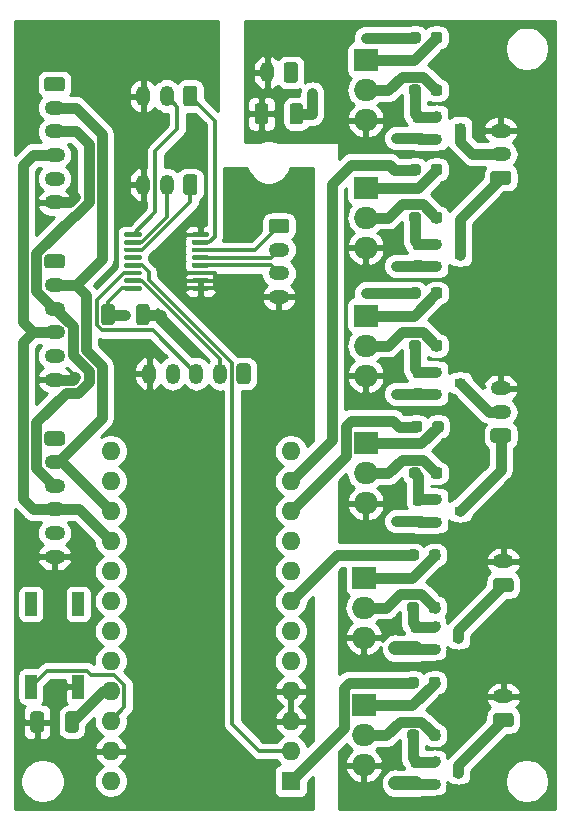
<source format=gbr>
%TF.GenerationSoftware,KiCad,Pcbnew,(5.1.9)-1*%
%TF.CreationDate,2021-10-29T07:15:38-06:00*%
%TF.ProjectId,throttle_controller,7468726f-7474-46c6-955f-636f6e74726f,rev?*%
%TF.SameCoordinates,Original*%
%TF.FileFunction,Copper,L1,Top*%
%TF.FilePolarity,Positive*%
%FSLAX46Y46*%
G04 Gerber Fmt 4.6, Leading zero omitted, Abs format (unit mm)*
G04 Created by KiCad (PCBNEW (5.1.9)-1) date 2021-10-29 07:15:38*
%MOMM*%
%LPD*%
G01*
G04 APERTURE LIST*
%TA.AperFunction,ComponentPad*%
%ADD10O,1.200000X1.750000*%
%TD*%
%TA.AperFunction,ComponentPad*%
%ADD11O,1.750000X1.200000*%
%TD*%
%TA.AperFunction,ComponentPad*%
%ADD12O,2.000000X1.905000*%
%TD*%
%TA.AperFunction,ComponentPad*%
%ADD13R,2.000000X1.905000*%
%TD*%
%TA.AperFunction,SMDPad,CuDef*%
%ADD14R,0.900000X0.800000*%
%TD*%
%TA.AperFunction,ComponentPad*%
%ADD15O,1.600000X1.600000*%
%TD*%
%TA.AperFunction,ComponentPad*%
%ADD16R,1.600000X1.600000*%
%TD*%
%TA.AperFunction,SMDPad,CuDef*%
%ADD17R,1.000000X2.000000*%
%TD*%
%TA.AperFunction,ViaPad*%
%ADD18C,0.800000*%
%TD*%
%TA.AperFunction,Conductor*%
%ADD19C,0.914400*%
%TD*%
%TA.AperFunction,Conductor*%
%ADD20C,0.304800*%
%TD*%
%TA.AperFunction,Conductor*%
%ADD21C,1.219200*%
%TD*%
%TA.AperFunction,Conductor*%
%ADD22C,0.254000*%
%TD*%
%TA.AperFunction,Conductor*%
%ADD23C,0.100000*%
%TD*%
G04 APERTURE END LIST*
%TO.P,C3,2*%
%TO.N,GNDA*%
%TA.AperFunction,SMDPad,CuDef*%
G36*
G01*
X151076000Y-90179999D02*
X151076000Y-91480001D01*
G75*
G02*
X150826001Y-91730000I-249999J0D01*
G01*
X150175999Y-91730000D01*
G75*
G02*
X149926000Y-91480001I0J249999D01*
G01*
X149926000Y-90179999D01*
G75*
G02*
X150175999Y-89930000I249999J0D01*
G01*
X150826001Y-89930000D01*
G75*
G02*
X151076000Y-90179999I0J-249999D01*
G01*
G37*
%TD.AperFunction*%
%TO.P,C3,1*%
%TO.N,+5VA*%
%TA.AperFunction,SMDPad,CuDef*%
G36*
G01*
X154026000Y-90179999D02*
X154026000Y-91480001D01*
G75*
G02*
X153776001Y-91730000I-249999J0D01*
G01*
X153125999Y-91730000D01*
G75*
G02*
X152876000Y-91480001I0J249999D01*
G01*
X152876000Y-90179999D01*
G75*
G02*
X153125999Y-89930000I249999J0D01*
G01*
X153776001Y-89930000D01*
G75*
G02*
X154026000Y-90179999I0J-249999D01*
G01*
G37*
%TD.AperFunction*%
%TD*%
D10*
%TO.P,J8,2*%
%TO.N,GNDA*%
X150976000Y-87330000D03*
%TO.P,J8,1*%
%TO.N,+5VA*%
%TA.AperFunction,ComponentPad*%
G36*
G01*
X153576000Y-86704999D02*
X153576000Y-87955001D01*
G75*
G02*
X153326001Y-88205000I-249999J0D01*
G01*
X152625999Y-88205000D01*
G75*
G02*
X152376000Y-87955001I0J249999D01*
G01*
X152376000Y-86704999D01*
G75*
G02*
X152625999Y-86455000I249999J0D01*
G01*
X153326001Y-86455000D01*
G75*
G02*
X153576000Y-86704999I0J-249999D01*
G01*
G37*
%TD.AperFunction*%
%TD*%
%TO.P,R4,2*%
%TO.N,Net-(Q3-Pad2)*%
%TA.AperFunction,SMDPad,CuDef*%
G36*
G01*
X164671500Y-143668500D02*
X164671500Y-143193500D01*
G75*
G02*
X164909000Y-142956000I237500J0D01*
G01*
X165409000Y-142956000D01*
G75*
G02*
X165646500Y-143193500I0J-237500D01*
G01*
X165646500Y-143668500D01*
G75*
G02*
X165409000Y-143906000I-237500J0D01*
G01*
X164909000Y-143906000D01*
G75*
G02*
X164671500Y-143668500I0J237500D01*
G01*
G37*
%TD.AperFunction*%
%TO.P,R4,1*%
%TO.N,Net-(Q4-Pad1)*%
%TA.AperFunction,SMDPad,CuDef*%
G36*
G01*
X162846500Y-143668500D02*
X162846500Y-143193500D01*
G75*
G02*
X163084000Y-142956000I237500J0D01*
G01*
X163584000Y-142956000D01*
G75*
G02*
X163821500Y-143193500I0J-237500D01*
G01*
X163821500Y-143668500D01*
G75*
G02*
X163584000Y-143906000I-237500J0D01*
G01*
X163084000Y-143906000D01*
G75*
G02*
X162846500Y-143668500I0J237500D01*
G01*
G37*
%TD.AperFunction*%
%TD*%
%TO.P,R2,2*%
%TO.N,+5VA*%
%TA.AperFunction,SMDPad,CuDef*%
G36*
G01*
X163374000Y-135601000D02*
X163849000Y-135601000D01*
G75*
G02*
X164086500Y-135838500I0J-237500D01*
G01*
X164086500Y-136338500D01*
G75*
G02*
X163849000Y-136576000I-237500J0D01*
G01*
X163374000Y-136576000D01*
G75*
G02*
X163136500Y-136338500I0J237500D01*
G01*
X163136500Y-135838500D01*
G75*
G02*
X163374000Y-135601000I237500J0D01*
G01*
G37*
%TD.AperFunction*%
%TO.P,R2,1*%
%TO.N,Net-(Q2-Pad1)*%
%TA.AperFunction,SMDPad,CuDef*%
G36*
G01*
X163374000Y-133776000D02*
X163849000Y-133776000D01*
G75*
G02*
X164086500Y-134013500I0J-237500D01*
G01*
X164086500Y-134513500D01*
G75*
G02*
X163849000Y-134751000I-237500J0D01*
G01*
X163374000Y-134751000D01*
G75*
G02*
X163136500Y-134513500I0J237500D01*
G01*
X163136500Y-134013500D01*
G75*
G02*
X163374000Y-133776000I237500J0D01*
G01*
G37*
%TD.AperFunction*%
%TD*%
D11*
%TO.P,J10,2*%
%TO.N,GNDA*%
X170976000Y-140161000D03*
%TO.P,J10,1*%
%TO.N,/MAX_SOL_OUT*%
%TA.AperFunction,ComponentPad*%
G36*
G01*
X171601001Y-142761000D02*
X170350999Y-142761000D01*
G75*
G02*
X170101000Y-142511001I0J249999D01*
G01*
X170101000Y-141810999D01*
G75*
G02*
X170350999Y-141561000I249999J0D01*
G01*
X171601001Y-141561000D01*
G75*
G02*
X171851000Y-141810999I0J-249999D01*
G01*
X171851000Y-142511001D01*
G75*
G02*
X171601001Y-142761000I-249999J0D01*
G01*
G37*
%TD.AperFunction*%
%TD*%
D12*
%TO.P,Q1,3*%
%TO.N,GNDA*%
X159166500Y-135176000D03*
%TO.P,Q1,2*%
%TO.N,Net-(Q1-Pad2)*%
X159166500Y-132636000D03*
D13*
%TO.P,Q1,1*%
%TO.N,Net-(Q1-Pad1)*%
X159166500Y-130096000D03*
%TD*%
D14*
%TO.P,Q4,3*%
%TO.N,/MAX_SOL_OUT*%
X167151500Y-146606000D03*
%TO.P,Q4,2*%
%TO.N,+5VA*%
X165151500Y-147556000D03*
%TO.P,Q4,1*%
%TO.N,Net-(Q4-Pad1)*%
X165151500Y-145656000D03*
%TD*%
%TO.P,R3,2*%
%TO.N,Net-(Q1-Pad1)*%
%TA.AperFunction,SMDPad,CuDef*%
G36*
G01*
X164671500Y-128428500D02*
X164671500Y-127953500D01*
G75*
G02*
X164909000Y-127716000I237500J0D01*
G01*
X165409000Y-127716000D01*
G75*
G02*
X165646500Y-127953500I0J-237500D01*
G01*
X165646500Y-128428500D01*
G75*
G02*
X165409000Y-128666000I-237500J0D01*
G01*
X164909000Y-128666000D01*
G75*
G02*
X164671500Y-128428500I0J237500D01*
G01*
G37*
%TD.AperFunction*%
%TO.P,R3,1*%
%TO.N,/IDLE_SOL_CTRL*%
%TA.AperFunction,SMDPad,CuDef*%
G36*
G01*
X162846500Y-128428500D02*
X162846500Y-127953500D01*
G75*
G02*
X163084000Y-127716000I237500J0D01*
G01*
X163584000Y-127716000D01*
G75*
G02*
X163821500Y-127953500I0J-237500D01*
G01*
X163821500Y-128428500D01*
G75*
G02*
X163584000Y-128666000I-237500J0D01*
G01*
X163084000Y-128666000D01*
G75*
G02*
X162846500Y-128428500I0J237500D01*
G01*
G37*
%TD.AperFunction*%
%TD*%
%TO.P,Q2,3*%
%TO.N,/IDLE_SOL_OUT*%
X167151500Y-135176000D03*
%TO.P,Q2,2*%
%TO.N,+5VA*%
X165151500Y-136126000D03*
%TO.P,Q2,1*%
%TO.N,Net-(Q2-Pad1)*%
X165151500Y-134226000D03*
%TD*%
%TO.P,R5,2*%
%TO.N,+5VA*%
%TA.AperFunction,SMDPad,CuDef*%
G36*
G01*
X163374000Y-147031000D02*
X163849000Y-147031000D01*
G75*
G02*
X164086500Y-147268500I0J-237500D01*
G01*
X164086500Y-147768500D01*
G75*
G02*
X163849000Y-148006000I-237500J0D01*
G01*
X163374000Y-148006000D01*
G75*
G02*
X163136500Y-147768500I0J237500D01*
G01*
X163136500Y-147268500D01*
G75*
G02*
X163374000Y-147031000I237500J0D01*
G01*
G37*
%TD.AperFunction*%
%TO.P,R5,1*%
%TO.N,Net-(Q4-Pad1)*%
%TA.AperFunction,SMDPad,CuDef*%
G36*
G01*
X163374000Y-145206000D02*
X163849000Y-145206000D01*
G75*
G02*
X164086500Y-145443500I0J-237500D01*
G01*
X164086500Y-145943500D01*
G75*
G02*
X163849000Y-146181000I-237500J0D01*
G01*
X163374000Y-146181000D01*
G75*
G02*
X163136500Y-145943500I0J237500D01*
G01*
X163136500Y-145443500D01*
G75*
G02*
X163374000Y-145206000I237500J0D01*
G01*
G37*
%TD.AperFunction*%
%TD*%
D11*
%TO.P,J9,2*%
%TO.N,GNDA*%
X170976000Y-128731000D03*
%TO.P,J9,1*%
%TO.N,/IDLE_SOL_OUT*%
%TA.AperFunction,ComponentPad*%
G36*
G01*
X171601001Y-131331000D02*
X170350999Y-131331000D01*
G75*
G02*
X170101000Y-131081001I0J249999D01*
G01*
X170101000Y-130380999D01*
G75*
G02*
X170350999Y-130131000I249999J0D01*
G01*
X171601001Y-130131000D01*
G75*
G02*
X171851000Y-130380999I0J-249999D01*
G01*
X171851000Y-131081001D01*
G75*
G02*
X171601001Y-131331000I-249999J0D01*
G01*
G37*
%TD.AperFunction*%
%TD*%
%TO.P,R1,2*%
%TO.N,Net-(Q1-Pad2)*%
%TA.AperFunction,SMDPad,CuDef*%
G36*
G01*
X164671500Y-132873500D02*
X164671500Y-132398500D01*
G75*
G02*
X164909000Y-132161000I237500J0D01*
G01*
X165409000Y-132161000D01*
G75*
G02*
X165646500Y-132398500I0J-237500D01*
G01*
X165646500Y-132873500D01*
G75*
G02*
X165409000Y-133111000I-237500J0D01*
G01*
X164909000Y-133111000D01*
G75*
G02*
X164671500Y-132873500I0J237500D01*
G01*
G37*
%TD.AperFunction*%
%TO.P,R1,1*%
%TO.N,Net-(Q2-Pad1)*%
%TA.AperFunction,SMDPad,CuDef*%
G36*
G01*
X162846500Y-132873500D02*
X162846500Y-132398500D01*
G75*
G02*
X163084000Y-132161000I237500J0D01*
G01*
X163584000Y-132161000D01*
G75*
G02*
X163821500Y-132398500I0J-237500D01*
G01*
X163821500Y-132873500D01*
G75*
G02*
X163584000Y-133111000I-237500J0D01*
G01*
X163084000Y-133111000D01*
G75*
G02*
X162846500Y-132873500I0J237500D01*
G01*
G37*
%TD.AperFunction*%
%TD*%
%TO.P,R6,2*%
%TO.N,Net-(Q3-Pad1)*%
%TA.AperFunction,SMDPad,CuDef*%
G36*
G01*
X164671500Y-139223500D02*
X164671500Y-138748500D01*
G75*
G02*
X164909000Y-138511000I237500J0D01*
G01*
X165409000Y-138511000D01*
G75*
G02*
X165646500Y-138748500I0J-237500D01*
G01*
X165646500Y-139223500D01*
G75*
G02*
X165409000Y-139461000I-237500J0D01*
G01*
X164909000Y-139461000D01*
G75*
G02*
X164671500Y-139223500I0J237500D01*
G01*
G37*
%TD.AperFunction*%
%TO.P,R6,1*%
%TO.N,/MAX_SOL_CTRL*%
%TA.AperFunction,SMDPad,CuDef*%
G36*
G01*
X162846500Y-139223500D02*
X162846500Y-138748500D01*
G75*
G02*
X163084000Y-138511000I237500J0D01*
G01*
X163584000Y-138511000D01*
G75*
G02*
X163821500Y-138748500I0J-237500D01*
G01*
X163821500Y-139223500D01*
G75*
G02*
X163584000Y-139461000I-237500J0D01*
G01*
X163084000Y-139461000D01*
G75*
G02*
X162846500Y-139223500I0J237500D01*
G01*
G37*
%TD.AperFunction*%
%TD*%
D12*
%TO.P,Q3,3*%
%TO.N,GNDA*%
X159166500Y-145971000D03*
%TO.P,Q3,2*%
%TO.N,Net-(Q3-Pad2)*%
X159166500Y-143431000D03*
D13*
%TO.P,Q3,1*%
%TO.N,Net-(Q3-Pad1)*%
X159166500Y-140891000D03*
%TD*%
%TO.P,U2,16*%
%TO.N,+5V*%
%TA.AperFunction,SMDPad,CuDef*%
G36*
G01*
X140351000Y-105505000D02*
X140351000Y-105705000D01*
G75*
G02*
X140251000Y-105805000I-100000J0D01*
G01*
X138976000Y-105805000D01*
G75*
G02*
X138876000Y-105705000I0J100000D01*
G01*
X138876000Y-105505000D01*
G75*
G02*
X138976000Y-105405000I100000J0D01*
G01*
X140251000Y-105405000D01*
G75*
G02*
X140351000Y-105505000I0J-100000D01*
G01*
G37*
%TD.AperFunction*%
%TO.P,U2,15*%
%TO.N,/SDA*%
%TA.AperFunction,SMDPad,CuDef*%
G36*
G01*
X140351000Y-104855000D02*
X140351000Y-105055000D01*
G75*
G02*
X140251000Y-105155000I-100000J0D01*
G01*
X138976000Y-105155000D01*
G75*
G02*
X138876000Y-105055000I0J100000D01*
G01*
X138876000Y-104855000D01*
G75*
G02*
X138976000Y-104755000I100000J0D01*
G01*
X140251000Y-104755000D01*
G75*
G02*
X140351000Y-104855000I0J-100000D01*
G01*
G37*
%TD.AperFunction*%
%TO.P,U2,14*%
%TO.N,/~SCL*%
%TA.AperFunction,SMDPad,CuDef*%
G36*
G01*
X140351000Y-104205000D02*
X140351000Y-104405000D01*
G75*
G02*
X140251000Y-104505000I-100000J0D01*
G01*
X138976000Y-104505000D01*
G75*
G02*
X138876000Y-104405000I0J100000D01*
G01*
X138876000Y-104205000D01*
G75*
G02*
X138976000Y-104105000I100000J0D01*
G01*
X140251000Y-104105000D01*
G75*
G02*
X140351000Y-104205000I0J-100000D01*
G01*
G37*
%TD.AperFunction*%
%TO.P,U2,13*%
%TO.N,/IRQ*%
%TA.AperFunction,SMDPad,CuDef*%
G36*
G01*
X140351000Y-103555000D02*
X140351000Y-103755000D01*
G75*
G02*
X140251000Y-103855000I-100000J0D01*
G01*
X138976000Y-103855000D01*
G75*
G02*
X138876000Y-103755000I0J100000D01*
G01*
X138876000Y-103555000D01*
G75*
G02*
X138976000Y-103455000I100000J0D01*
G01*
X140251000Y-103455000D01*
G75*
G02*
X140351000Y-103555000I0J-100000D01*
G01*
G37*
%TD.AperFunction*%
%TO.P,U2,12*%
%TO.N,Net-(U2-Pad12)*%
%TA.AperFunction,SMDPad,CuDef*%
G36*
G01*
X140351000Y-102905000D02*
X140351000Y-103105000D01*
G75*
G02*
X140251000Y-103205000I-100000J0D01*
G01*
X138976000Y-103205000D01*
G75*
G02*
X138876000Y-103105000I0J100000D01*
G01*
X138876000Y-102905000D01*
G75*
G02*
X138976000Y-102805000I100000J0D01*
G01*
X140251000Y-102805000D01*
G75*
G02*
X140351000Y-102905000I0J-100000D01*
G01*
G37*
%TD.AperFunction*%
%TO.P,U2,11*%
%TO.N,/U1P6*%
%TA.AperFunction,SMDPad,CuDef*%
G36*
G01*
X140351000Y-102255000D02*
X140351000Y-102455000D01*
G75*
G02*
X140251000Y-102555000I-100000J0D01*
G01*
X138976000Y-102555000D01*
G75*
G02*
X138876000Y-102455000I0J100000D01*
G01*
X138876000Y-102255000D01*
G75*
G02*
X138976000Y-102155000I100000J0D01*
G01*
X140251000Y-102155000D01*
G75*
G02*
X140351000Y-102255000I0J-100000D01*
G01*
G37*
%TD.AperFunction*%
%TO.P,U2,10*%
%TO.N,/U1P5*%
%TA.AperFunction,SMDPad,CuDef*%
G36*
G01*
X140351000Y-101605000D02*
X140351000Y-101805000D01*
G75*
G02*
X140251000Y-101905000I-100000J0D01*
G01*
X138976000Y-101905000D01*
G75*
G02*
X138876000Y-101805000I0J100000D01*
G01*
X138876000Y-101605000D01*
G75*
G02*
X138976000Y-101505000I100000J0D01*
G01*
X140251000Y-101505000D01*
G75*
G02*
X140351000Y-101605000I0J-100000D01*
G01*
G37*
%TD.AperFunction*%
%TO.P,U2,9*%
%TO.N,/U1P4*%
%TA.AperFunction,SMDPad,CuDef*%
G36*
G01*
X140351000Y-100955000D02*
X140351000Y-101155000D01*
G75*
G02*
X140251000Y-101255000I-100000J0D01*
G01*
X138976000Y-101255000D01*
G75*
G02*
X138876000Y-101155000I0J100000D01*
G01*
X138876000Y-100955000D01*
G75*
G02*
X138976000Y-100855000I100000J0D01*
G01*
X140251000Y-100855000D01*
G75*
G02*
X140351000Y-100955000I0J-100000D01*
G01*
G37*
%TD.AperFunction*%
%TO.P,U2,8*%
%TO.N,GND*%
%TA.AperFunction,SMDPad,CuDef*%
G36*
G01*
X146076000Y-100955000D02*
X146076000Y-101155000D01*
G75*
G02*
X145976000Y-101255000I-100000J0D01*
G01*
X144701000Y-101255000D01*
G75*
G02*
X144601000Y-101155000I0J100000D01*
G01*
X144601000Y-100955000D01*
G75*
G02*
X144701000Y-100855000I100000J0D01*
G01*
X145976000Y-100855000D01*
G75*
G02*
X146076000Y-100955000I0J-100000D01*
G01*
G37*
%TD.AperFunction*%
%TO.P,U2,7*%
%TO.N,/U1P3*%
%TA.AperFunction,SMDPad,CuDef*%
G36*
G01*
X146076000Y-101605000D02*
X146076000Y-101805000D01*
G75*
G02*
X145976000Y-101905000I-100000J0D01*
G01*
X144701000Y-101905000D01*
G75*
G02*
X144601000Y-101805000I0J100000D01*
G01*
X144601000Y-101605000D01*
G75*
G02*
X144701000Y-101505000I100000J0D01*
G01*
X145976000Y-101505000D01*
G75*
G02*
X146076000Y-101605000I0J-100000D01*
G01*
G37*
%TD.AperFunction*%
%TO.P,U2,6*%
%TO.N,/U1P0*%
%TA.AperFunction,SMDPad,CuDef*%
G36*
G01*
X146076000Y-102255000D02*
X146076000Y-102455000D01*
G75*
G02*
X145976000Y-102555000I-100000J0D01*
G01*
X144701000Y-102555000D01*
G75*
G02*
X144601000Y-102455000I0J100000D01*
G01*
X144601000Y-102255000D01*
G75*
G02*
X144701000Y-102155000I100000J0D01*
G01*
X145976000Y-102155000D01*
G75*
G02*
X146076000Y-102255000I0J-100000D01*
G01*
G37*
%TD.AperFunction*%
%TO.P,U2,5*%
%TO.N,/U1P1*%
%TA.AperFunction,SMDPad,CuDef*%
G36*
G01*
X146076000Y-102905000D02*
X146076000Y-103105000D01*
G75*
G02*
X145976000Y-103205000I-100000J0D01*
G01*
X144701000Y-103205000D01*
G75*
G02*
X144601000Y-103105000I0J100000D01*
G01*
X144601000Y-102905000D01*
G75*
G02*
X144701000Y-102805000I100000J0D01*
G01*
X145976000Y-102805000D01*
G75*
G02*
X146076000Y-102905000I0J-100000D01*
G01*
G37*
%TD.AperFunction*%
%TO.P,U2,4*%
%TO.N,/U1P2*%
%TA.AperFunction,SMDPad,CuDef*%
G36*
G01*
X146076000Y-103555000D02*
X146076000Y-103755000D01*
G75*
G02*
X145976000Y-103855000I-100000J0D01*
G01*
X144701000Y-103855000D01*
G75*
G02*
X144601000Y-103755000I0J100000D01*
G01*
X144601000Y-103555000D01*
G75*
G02*
X144701000Y-103455000I100000J0D01*
G01*
X145976000Y-103455000D01*
G75*
G02*
X146076000Y-103555000I0J-100000D01*
G01*
G37*
%TD.AperFunction*%
%TO.P,U2,3*%
%TO.N,GND*%
%TA.AperFunction,SMDPad,CuDef*%
G36*
G01*
X146076000Y-104205000D02*
X146076000Y-104405000D01*
G75*
G02*
X145976000Y-104505000I-100000J0D01*
G01*
X144701000Y-104505000D01*
G75*
G02*
X144601000Y-104405000I0J100000D01*
G01*
X144601000Y-104205000D01*
G75*
G02*
X144701000Y-104105000I100000J0D01*
G01*
X145976000Y-104105000D01*
G75*
G02*
X146076000Y-104205000I0J-100000D01*
G01*
G37*
%TD.AperFunction*%
%TO.P,U2,2*%
%TA.AperFunction,SMDPad,CuDef*%
G36*
G01*
X146076000Y-104855000D02*
X146076000Y-105055000D01*
G75*
G02*
X145976000Y-105155000I-100000J0D01*
G01*
X144701000Y-105155000D01*
G75*
G02*
X144601000Y-105055000I0J100000D01*
G01*
X144601000Y-104855000D01*
G75*
G02*
X144701000Y-104755000I100000J0D01*
G01*
X145976000Y-104755000D01*
G75*
G02*
X146076000Y-104855000I0J-100000D01*
G01*
G37*
%TD.AperFunction*%
%TO.P,U2,1*%
%TA.AperFunction,SMDPad,CuDef*%
G36*
G01*
X146076000Y-105505000D02*
X146076000Y-105705000D01*
G75*
G02*
X145976000Y-105805000I-100000J0D01*
G01*
X144701000Y-105805000D01*
G75*
G02*
X144601000Y-105705000I0J100000D01*
G01*
X144601000Y-105505000D01*
G75*
G02*
X144701000Y-105405000I100000J0D01*
G01*
X145976000Y-105405000D01*
G75*
G02*
X146076000Y-105505000I0J-100000D01*
G01*
G37*
%TD.AperFunction*%
%TD*%
D15*
%TO.P,U1,24*%
%TO.N,Net-(U1-Pad24)*%
X137736000Y-147330000D03*
%TO.P,U1,12*%
%TO.N,Net-(U1-Pad12)*%
X152976000Y-119390000D03*
%TO.P,U1,23*%
%TO.N,GND*%
X137736000Y-144790000D03*
%TO.P,U1,11*%
%TO.N,/INB_SERVO_PWR_CTRL*%
X152976000Y-121930000D03*
%TO.P,U1,22*%
%TO.N,/RST*%
X137736000Y-142250000D03*
%TO.P,U1,10*%
%TO.N,/OUTB_SERVO_PWR_CTRL*%
X152976000Y-124470000D03*
%TO.P,U1,21*%
%TO.N,+5V*%
X137736000Y-139710000D03*
%TO.P,U1,9*%
%TO.N,/~INB_SERVO_CTRL*%
X152976000Y-127010000D03*
%TO.P,U1,20*%
%TO.N,Net-(U1-Pad20)*%
X137736000Y-137170000D03*
%TO.P,U1,8*%
%TO.N,/~OUTB_SERVO_CTRL*%
X152976000Y-129550000D03*
%TO.P,U1,19*%
%TO.N,/CSz*%
X137736000Y-134630000D03*
%TO.P,U1,7*%
%TO.N,/IDLE_SOL_CTRL*%
X152976000Y-132090000D03*
%TO.P,U1,18*%
%TO.N,/CSy*%
X137736000Y-132090000D03*
%TO.P,U1,6*%
%TO.N,/~SCL*%
X152976000Y-134630000D03*
%TO.P,U1,17*%
%TO.N,/CSx*%
X137736000Y-129550000D03*
%TO.P,U1,5*%
%TO.N,/SDA*%
X152976000Y-137170000D03*
%TO.P,U1,16*%
%TO.N,/SCK*%
X137736000Y-127010000D03*
%TO.P,U1,4*%
%TO.N,GND*%
X152976000Y-139710000D03*
%TO.P,U1,15*%
%TO.N,/MISO*%
X137736000Y-124470000D03*
%TO.P,U1,3*%
%TO.N,GND*%
X152976000Y-142250000D03*
%TO.P,U1,14*%
%TO.N,/MOSI*%
X137736000Y-121930000D03*
%TO.P,U1,2*%
%TO.N,/IRQ*%
X152976000Y-144790000D03*
%TO.P,U1,13*%
%TO.N,Net-(U1-Pad13)*%
X137736000Y-119390000D03*
D16*
%TO.P,U1,1*%
%TO.N,/MAX_SOL_CTRL*%
X152976000Y-147330000D03*
%TD*%
D17*
%TO.P,SW1,4*%
%TO.N,Net-(SW1-Pad4)*%
X134976000Y-132330000D03*
%TO.P,SW1,3*%
%TO.N,GND*%
X134976000Y-139330000D03*
%TO.P,SW1,2*%
%TO.N,Net-(SW1-Pad2)*%
X130976000Y-132330000D03*
%TO.P,SW1,1*%
%TO.N,/RST*%
X130976000Y-139330000D03*
%TD*%
%TO.P,R18,2*%
%TO.N,Net-(Q10-Pad1)*%
%TA.AperFunction,SMDPad,CuDef*%
G36*
G01*
X164955000Y-117551500D02*
X164955000Y-117076500D01*
G75*
G02*
X165192500Y-116839000I237500J0D01*
G01*
X165692500Y-116839000D01*
G75*
G02*
X165930000Y-117076500I0J-237500D01*
G01*
X165930000Y-117551500D01*
G75*
G02*
X165692500Y-117789000I-237500J0D01*
G01*
X165192500Y-117789000D01*
G75*
G02*
X164955000Y-117551500I0J237500D01*
G01*
G37*
%TD.AperFunction*%
%TO.P,R18,1*%
%TO.N,/OUTB_SERVO_PWR_CTRL*%
%TA.AperFunction,SMDPad,CuDef*%
G36*
G01*
X163130000Y-117551500D02*
X163130000Y-117076500D01*
G75*
G02*
X163367500Y-116839000I237500J0D01*
G01*
X163867500Y-116839000D01*
G75*
G02*
X164105000Y-117076500I0J-237500D01*
G01*
X164105000Y-117551500D01*
G75*
G02*
X163867500Y-117789000I-237500J0D01*
G01*
X163367500Y-117789000D01*
G75*
G02*
X163130000Y-117551500I0J237500D01*
G01*
G37*
%TD.AperFunction*%
%TD*%
%TO.P,R17,2*%
%TO.N,Net-(Q9-Pad1)*%
%TA.AperFunction,SMDPad,CuDef*%
G36*
G01*
X164828000Y-106248500D02*
X164828000Y-105773500D01*
G75*
G02*
X165065500Y-105536000I237500J0D01*
G01*
X165565500Y-105536000D01*
G75*
G02*
X165803000Y-105773500I0J-237500D01*
G01*
X165803000Y-106248500D01*
G75*
G02*
X165565500Y-106486000I-237500J0D01*
G01*
X165065500Y-106486000D01*
G75*
G02*
X164828000Y-106248500I0J237500D01*
G01*
G37*
%TD.AperFunction*%
%TO.P,R17,1*%
%TO.N,/~OUTB_SERVO_CTRL*%
%TA.AperFunction,SMDPad,CuDef*%
G36*
G01*
X163003000Y-106248500D02*
X163003000Y-105773500D01*
G75*
G02*
X163240500Y-105536000I237500J0D01*
G01*
X163740500Y-105536000D01*
G75*
G02*
X163978000Y-105773500I0J-237500D01*
G01*
X163978000Y-106248500D01*
G75*
G02*
X163740500Y-106486000I-237500J0D01*
G01*
X163240500Y-106486000D01*
G75*
G02*
X163003000Y-106248500I0J237500D01*
G01*
G37*
%TD.AperFunction*%
%TD*%
%TO.P,R16,2*%
%TO.N,+5VA*%
%TA.AperFunction,SMDPad,CuDef*%
G36*
G01*
X163530500Y-124851000D02*
X164005500Y-124851000D01*
G75*
G02*
X164243000Y-125088500I0J-237500D01*
G01*
X164243000Y-125588500D01*
G75*
G02*
X164005500Y-125826000I-237500J0D01*
G01*
X163530500Y-125826000D01*
G75*
G02*
X163293000Y-125588500I0J237500D01*
G01*
X163293000Y-125088500D01*
G75*
G02*
X163530500Y-124851000I237500J0D01*
G01*
G37*
%TD.AperFunction*%
%TO.P,R16,1*%
%TO.N,Net-(Q12-Pad1)*%
%TA.AperFunction,SMDPad,CuDef*%
G36*
G01*
X163530500Y-123026000D02*
X164005500Y-123026000D01*
G75*
G02*
X164243000Y-123263500I0J-237500D01*
G01*
X164243000Y-123763500D01*
G75*
G02*
X164005500Y-124001000I-237500J0D01*
G01*
X163530500Y-124001000D01*
G75*
G02*
X163293000Y-123763500I0J237500D01*
G01*
X163293000Y-123263500D01*
G75*
G02*
X163530500Y-123026000I237500J0D01*
G01*
G37*
%TD.AperFunction*%
%TD*%
%TO.P,R15,2*%
%TO.N,+5VA*%
%TA.AperFunction,SMDPad,CuDef*%
G36*
G01*
X163530500Y-114056000D02*
X164005500Y-114056000D01*
G75*
G02*
X164243000Y-114293500I0J-237500D01*
G01*
X164243000Y-114793500D01*
G75*
G02*
X164005500Y-115031000I-237500J0D01*
G01*
X163530500Y-115031000D01*
G75*
G02*
X163293000Y-114793500I0J237500D01*
G01*
X163293000Y-114293500D01*
G75*
G02*
X163530500Y-114056000I237500J0D01*
G01*
G37*
%TD.AperFunction*%
%TO.P,R15,1*%
%TO.N,Net-(Q11-Pad1)*%
%TA.AperFunction,SMDPad,CuDef*%
G36*
G01*
X163530500Y-112231000D02*
X164005500Y-112231000D01*
G75*
G02*
X164243000Y-112468500I0J-237500D01*
G01*
X164243000Y-112968500D01*
G75*
G02*
X164005500Y-113206000I-237500J0D01*
G01*
X163530500Y-113206000D01*
G75*
G02*
X163293000Y-112968500I0J237500D01*
G01*
X163293000Y-112468500D01*
G75*
G02*
X163530500Y-112231000I237500J0D01*
G01*
G37*
%TD.AperFunction*%
%TD*%
%TO.P,R14,2*%
%TO.N,Net-(Q10-Pad2)*%
%TA.AperFunction,SMDPad,CuDef*%
G36*
G01*
X164828000Y-121488500D02*
X164828000Y-121013500D01*
G75*
G02*
X165065500Y-120776000I237500J0D01*
G01*
X165565500Y-120776000D01*
G75*
G02*
X165803000Y-121013500I0J-237500D01*
G01*
X165803000Y-121488500D01*
G75*
G02*
X165565500Y-121726000I-237500J0D01*
G01*
X165065500Y-121726000D01*
G75*
G02*
X164828000Y-121488500I0J237500D01*
G01*
G37*
%TD.AperFunction*%
%TO.P,R14,1*%
%TO.N,Net-(Q12-Pad1)*%
%TA.AperFunction,SMDPad,CuDef*%
G36*
G01*
X163003000Y-121488500D02*
X163003000Y-121013500D01*
G75*
G02*
X163240500Y-120776000I237500J0D01*
G01*
X163740500Y-120776000D01*
G75*
G02*
X163978000Y-121013500I0J-237500D01*
G01*
X163978000Y-121488500D01*
G75*
G02*
X163740500Y-121726000I-237500J0D01*
G01*
X163240500Y-121726000D01*
G75*
G02*
X163003000Y-121488500I0J237500D01*
G01*
G37*
%TD.AperFunction*%
%TD*%
%TO.P,R13,2*%
%TO.N,Net-(Q9-Pad2)*%
%TA.AperFunction,SMDPad,CuDef*%
G36*
G01*
X164828000Y-110693500D02*
X164828000Y-110218500D01*
G75*
G02*
X165065500Y-109981000I237500J0D01*
G01*
X165565500Y-109981000D01*
G75*
G02*
X165803000Y-110218500I0J-237500D01*
G01*
X165803000Y-110693500D01*
G75*
G02*
X165565500Y-110931000I-237500J0D01*
G01*
X165065500Y-110931000D01*
G75*
G02*
X164828000Y-110693500I0J237500D01*
G01*
G37*
%TD.AperFunction*%
%TO.P,R13,1*%
%TO.N,Net-(Q11-Pad1)*%
%TA.AperFunction,SMDPad,CuDef*%
G36*
G01*
X163003000Y-110693500D02*
X163003000Y-110218500D01*
G75*
G02*
X163240500Y-109981000I237500J0D01*
G01*
X163740500Y-109981000D01*
G75*
G02*
X163978000Y-110218500I0J-237500D01*
G01*
X163978000Y-110693500D01*
G75*
G02*
X163740500Y-110931000I-237500J0D01*
G01*
X163240500Y-110931000D01*
G75*
G02*
X163003000Y-110693500I0J237500D01*
G01*
G37*
%TD.AperFunction*%
%TD*%
%TO.P,R12,2*%
%TO.N,Net-(Q6-Pad1)*%
%TA.AperFunction,SMDPad,CuDef*%
G36*
G01*
X164828000Y-95794500D02*
X164828000Y-95319500D01*
G75*
G02*
X165065500Y-95082000I237500J0D01*
G01*
X165565500Y-95082000D01*
G75*
G02*
X165803000Y-95319500I0J-237500D01*
G01*
X165803000Y-95794500D01*
G75*
G02*
X165565500Y-96032000I-237500J0D01*
G01*
X165065500Y-96032000D01*
G75*
G02*
X164828000Y-95794500I0J237500D01*
G01*
G37*
%TD.AperFunction*%
%TO.P,R12,1*%
%TO.N,/INB_SERVO_PWR_CTRL*%
%TA.AperFunction,SMDPad,CuDef*%
G36*
G01*
X163003000Y-95794500D02*
X163003000Y-95319500D01*
G75*
G02*
X163240500Y-95082000I237500J0D01*
G01*
X163740500Y-95082000D01*
G75*
G02*
X163978000Y-95319500I0J-237500D01*
G01*
X163978000Y-95794500D01*
G75*
G02*
X163740500Y-96032000I-237500J0D01*
G01*
X163240500Y-96032000D01*
G75*
G02*
X163003000Y-95794500I0J237500D01*
G01*
G37*
%TD.AperFunction*%
%TD*%
%TO.P,R11,2*%
%TO.N,Net-(Q5-Pad1)*%
%TA.AperFunction,SMDPad,CuDef*%
G36*
G01*
X164828000Y-84618500D02*
X164828000Y-84143500D01*
G75*
G02*
X165065500Y-83906000I237500J0D01*
G01*
X165565500Y-83906000D01*
G75*
G02*
X165803000Y-84143500I0J-237500D01*
G01*
X165803000Y-84618500D01*
G75*
G02*
X165565500Y-84856000I-237500J0D01*
G01*
X165065500Y-84856000D01*
G75*
G02*
X164828000Y-84618500I0J237500D01*
G01*
G37*
%TD.AperFunction*%
%TO.P,R11,1*%
%TO.N,/~INB_SERVO_CTRL*%
%TA.AperFunction,SMDPad,CuDef*%
G36*
G01*
X163003000Y-84618500D02*
X163003000Y-84143500D01*
G75*
G02*
X163240500Y-83906000I237500J0D01*
G01*
X163740500Y-83906000D01*
G75*
G02*
X163978000Y-84143500I0J-237500D01*
G01*
X163978000Y-84618500D01*
G75*
G02*
X163740500Y-84856000I-237500J0D01*
G01*
X163240500Y-84856000D01*
G75*
G02*
X163003000Y-84618500I0J237500D01*
G01*
G37*
%TD.AperFunction*%
%TD*%
%TO.P,R10,2*%
%TO.N,+5VA*%
%TA.AperFunction,SMDPad,CuDef*%
G36*
G01*
X163530500Y-103221000D02*
X164005500Y-103221000D01*
G75*
G02*
X164243000Y-103458500I0J-237500D01*
G01*
X164243000Y-103958500D01*
G75*
G02*
X164005500Y-104196000I-237500J0D01*
G01*
X163530500Y-104196000D01*
G75*
G02*
X163293000Y-103958500I0J237500D01*
G01*
X163293000Y-103458500D01*
G75*
G02*
X163530500Y-103221000I237500J0D01*
G01*
G37*
%TD.AperFunction*%
%TO.P,R10,1*%
%TO.N,Net-(Q8-Pad1)*%
%TA.AperFunction,SMDPad,CuDef*%
G36*
G01*
X163530500Y-101396000D02*
X164005500Y-101396000D01*
G75*
G02*
X164243000Y-101633500I0J-237500D01*
G01*
X164243000Y-102133500D01*
G75*
G02*
X164005500Y-102371000I-237500J0D01*
G01*
X163530500Y-102371000D01*
G75*
G02*
X163293000Y-102133500I0J237500D01*
G01*
X163293000Y-101633500D01*
G75*
G02*
X163530500Y-101396000I237500J0D01*
G01*
G37*
%TD.AperFunction*%
%TD*%
%TO.P,R9,2*%
%TO.N,+5VA*%
%TA.AperFunction,SMDPad,CuDef*%
G36*
G01*
X163530500Y-92426000D02*
X164005500Y-92426000D01*
G75*
G02*
X164243000Y-92663500I0J-237500D01*
G01*
X164243000Y-93163500D01*
G75*
G02*
X164005500Y-93401000I-237500J0D01*
G01*
X163530500Y-93401000D01*
G75*
G02*
X163293000Y-93163500I0J237500D01*
G01*
X163293000Y-92663500D01*
G75*
G02*
X163530500Y-92426000I237500J0D01*
G01*
G37*
%TD.AperFunction*%
%TO.P,R9,1*%
%TO.N,Net-(Q7-Pad1)*%
%TA.AperFunction,SMDPad,CuDef*%
G36*
G01*
X163530500Y-90601000D02*
X164005500Y-90601000D01*
G75*
G02*
X164243000Y-90838500I0J-237500D01*
G01*
X164243000Y-91338500D01*
G75*
G02*
X164005500Y-91576000I-237500J0D01*
G01*
X163530500Y-91576000D01*
G75*
G02*
X163293000Y-91338500I0J237500D01*
G01*
X163293000Y-90838500D01*
G75*
G02*
X163530500Y-90601000I237500J0D01*
G01*
G37*
%TD.AperFunction*%
%TD*%
%TO.P,R8,2*%
%TO.N,Net-(Q6-Pad2)*%
%TA.AperFunction,SMDPad,CuDef*%
G36*
G01*
X164828000Y-99858500D02*
X164828000Y-99383500D01*
G75*
G02*
X165065500Y-99146000I237500J0D01*
G01*
X165565500Y-99146000D01*
G75*
G02*
X165803000Y-99383500I0J-237500D01*
G01*
X165803000Y-99858500D01*
G75*
G02*
X165565500Y-100096000I-237500J0D01*
G01*
X165065500Y-100096000D01*
G75*
G02*
X164828000Y-99858500I0J237500D01*
G01*
G37*
%TD.AperFunction*%
%TO.P,R8,1*%
%TO.N,Net-(Q8-Pad1)*%
%TA.AperFunction,SMDPad,CuDef*%
G36*
G01*
X163003000Y-99858500D02*
X163003000Y-99383500D01*
G75*
G02*
X163240500Y-99146000I237500J0D01*
G01*
X163740500Y-99146000D01*
G75*
G02*
X163978000Y-99383500I0J-237500D01*
G01*
X163978000Y-99858500D01*
G75*
G02*
X163740500Y-100096000I-237500J0D01*
G01*
X163240500Y-100096000D01*
G75*
G02*
X163003000Y-99858500I0J237500D01*
G01*
G37*
%TD.AperFunction*%
%TD*%
%TO.P,R7,2*%
%TO.N,Net-(Q5-Pad2)*%
%TA.AperFunction,SMDPad,CuDef*%
G36*
G01*
X164828000Y-89063500D02*
X164828000Y-88588500D01*
G75*
G02*
X165065500Y-88351000I237500J0D01*
G01*
X165565500Y-88351000D01*
G75*
G02*
X165803000Y-88588500I0J-237500D01*
G01*
X165803000Y-89063500D01*
G75*
G02*
X165565500Y-89301000I-237500J0D01*
G01*
X165065500Y-89301000D01*
G75*
G02*
X164828000Y-89063500I0J237500D01*
G01*
G37*
%TD.AperFunction*%
%TO.P,R7,1*%
%TO.N,Net-(Q7-Pad1)*%
%TA.AperFunction,SMDPad,CuDef*%
G36*
G01*
X163003000Y-89063500D02*
X163003000Y-88588500D01*
G75*
G02*
X163240500Y-88351000I237500J0D01*
G01*
X163740500Y-88351000D01*
G75*
G02*
X163978000Y-88588500I0J-237500D01*
G01*
X163978000Y-89063500D01*
G75*
G02*
X163740500Y-89301000I-237500J0D01*
G01*
X163240500Y-89301000D01*
G75*
G02*
X163003000Y-89063500I0J237500D01*
G01*
G37*
%TD.AperFunction*%
%TD*%
D14*
%TO.P,Q12,3*%
%TO.N,/OUTB_SERVO_+5VA*%
X167308000Y-124426000D03*
%TO.P,Q12,2*%
%TO.N,+5VA*%
X165308000Y-125376000D03*
%TO.P,Q12,1*%
%TO.N,Net-(Q12-Pad1)*%
X165308000Y-123476000D03*
%TD*%
%TO.P,Q11,3*%
%TO.N,/~OUTB_SERVO_OUT*%
X167308000Y-113631000D03*
%TO.P,Q11,2*%
%TO.N,+5VA*%
X165308000Y-114581000D03*
%TO.P,Q11,1*%
%TO.N,Net-(Q11-Pad1)*%
X165308000Y-112681000D03*
%TD*%
D12*
%TO.P,Q10,3*%
%TO.N,GNDA*%
X159323000Y-123791000D03*
%TO.P,Q10,2*%
%TO.N,Net-(Q10-Pad2)*%
X159323000Y-121251000D03*
D13*
%TO.P,Q10,1*%
%TO.N,Net-(Q10-Pad1)*%
X159323000Y-118711000D03*
%TD*%
D12*
%TO.P,Q9,3*%
%TO.N,GNDA*%
X159323000Y-112996000D03*
%TO.P,Q9,2*%
%TO.N,Net-(Q9-Pad2)*%
X159323000Y-110456000D03*
D13*
%TO.P,Q9,1*%
%TO.N,Net-(Q9-Pad1)*%
X159323000Y-107916000D03*
%TD*%
D14*
%TO.P,Q8,3*%
%TO.N,/INB_SERVO_+5VA*%
X167308000Y-102796000D03*
%TO.P,Q8,2*%
%TO.N,+5VA*%
X165308000Y-103746000D03*
%TO.P,Q8,1*%
%TO.N,Net-(Q8-Pad1)*%
X165308000Y-101846000D03*
%TD*%
%TO.P,Q7,3*%
%TO.N,/~INB_SERVO_OUT*%
X167308000Y-92001000D03*
%TO.P,Q7,2*%
%TO.N,+5VA*%
X165308000Y-92951000D03*
%TO.P,Q7,1*%
%TO.N,Net-(Q7-Pad1)*%
X165308000Y-91051000D03*
%TD*%
D12*
%TO.P,Q6,3*%
%TO.N,GNDA*%
X159323000Y-102161000D03*
%TO.P,Q6,2*%
%TO.N,Net-(Q6-Pad2)*%
X159323000Y-99621000D03*
D13*
%TO.P,Q6,1*%
%TO.N,Net-(Q6-Pad1)*%
X159323000Y-97081000D03*
%TD*%
D12*
%TO.P,Q5,3*%
%TO.N,GNDA*%
X159323000Y-91366000D03*
%TO.P,Q5,2*%
%TO.N,Net-(Q5-Pad2)*%
X159323000Y-88826000D03*
D13*
%TO.P,Q5,1*%
%TO.N,Net-(Q5-Pad1)*%
X159323000Y-86286000D03*
%TD*%
D11*
%TO.P,J12,3*%
%TO.N,GNDA*%
X170753000Y-114076000D03*
%TO.P,J12,2*%
%TO.N,/~OUTB_SERVO_OUT*%
X170753000Y-116076000D03*
%TO.P,J12,1*%
%TO.N,/OUTB_SERVO_+5VA*%
%TA.AperFunction,ComponentPad*%
G36*
G01*
X171378001Y-118676000D02*
X170127999Y-118676000D01*
G75*
G02*
X169878000Y-118426001I0J249999D01*
G01*
X169878000Y-117725999D01*
G75*
G02*
X170127999Y-117476000I249999J0D01*
G01*
X171378001Y-117476000D01*
G75*
G02*
X171628000Y-117725999I0J-249999D01*
G01*
X171628000Y-118426001D01*
G75*
G02*
X171378001Y-118676000I-249999J0D01*
G01*
G37*
%TD.AperFunction*%
%TD*%
%TO.P,J11,3*%
%TO.N,GNDA*%
X170753000Y-92255500D03*
%TO.P,J11,2*%
%TO.N,/~INB_SERVO_OUT*%
X170753000Y-94255500D03*
%TO.P,J11,1*%
%TO.N,/INB_SERVO_+5VA*%
%TA.AperFunction,ComponentPad*%
G36*
G01*
X171378001Y-96855500D02*
X170127999Y-96855500D01*
G75*
G02*
X169878000Y-96605501I0J249999D01*
G01*
X169878000Y-95905499D01*
G75*
G02*
X170127999Y-95655500I249999J0D01*
G01*
X171378001Y-95655500D01*
G75*
G02*
X171628000Y-95905499I0J-249999D01*
G01*
X171628000Y-96605501D01*
G75*
G02*
X171378001Y-96855500I-249999J0D01*
G01*
G37*
%TD.AperFunction*%
%TD*%
D10*
%TO.P,J7,3*%
%TO.N,GND*%
X140476000Y-96830000D03*
%TO.P,J7,2*%
%TO.N,/U1P5*%
X142476000Y-96830000D03*
%TO.P,J7,1*%
%TO.N,/U1P6*%
%TA.AperFunction,ComponentPad*%
G36*
G01*
X145076000Y-96204999D02*
X145076000Y-97455001D01*
G75*
G02*
X144826001Y-97705000I-249999J0D01*
G01*
X144125999Y-97705000D01*
G75*
G02*
X143876000Y-97455001I0J249999D01*
G01*
X143876000Y-96204999D01*
G75*
G02*
X144125999Y-95955000I249999J0D01*
G01*
X144826001Y-95955000D01*
G75*
G02*
X145076000Y-96204999I0J-249999D01*
G01*
G37*
%TD.AperFunction*%
%TD*%
%TO.P,J6,3*%
%TO.N,GND*%
X140476000Y-89330000D03*
%TO.P,J6,2*%
%TO.N,/U1P4*%
X142476000Y-89330000D03*
%TO.P,J6,1*%
%TO.N,/U1P3*%
%TA.AperFunction,ComponentPad*%
G36*
G01*
X145076000Y-88704999D02*
X145076000Y-89955001D01*
G75*
G02*
X144826001Y-90205000I-249999J0D01*
G01*
X144125999Y-90205000D01*
G75*
G02*
X143876000Y-89955001I0J249999D01*
G01*
X143876000Y-88704999D01*
G75*
G02*
X144125999Y-88455000I249999J0D01*
G01*
X144826001Y-88455000D01*
G75*
G02*
X145076000Y-88704999I0J-249999D01*
G01*
G37*
%TD.AperFunction*%
%TD*%
D11*
%TO.P,J5,4*%
%TO.N,GND*%
X151976000Y-106330000D03*
%TO.P,J5,3*%
%TO.N,/U1P2*%
X151976000Y-104330000D03*
%TO.P,J5,2*%
%TO.N,/U1P1*%
X151976000Y-102330000D03*
%TO.P,J5,1*%
%TO.N,/U1P0*%
%TA.AperFunction,ComponentPad*%
G36*
G01*
X151350999Y-99730000D02*
X152601001Y-99730000D01*
G75*
G02*
X152851000Y-99979999I0J-249999D01*
G01*
X152851000Y-100680001D01*
G75*
G02*
X152601001Y-100930000I-249999J0D01*
G01*
X151350999Y-100930000D01*
G75*
G02*
X151101000Y-100680001I0J249999D01*
G01*
X151101000Y-99979999D01*
G75*
G02*
X151350999Y-99730000I249999J0D01*
G01*
G37*
%TD.AperFunction*%
%TD*%
D10*
%TO.P,J4,5*%
%TO.N,GND*%
X140976000Y-112830000D03*
%TO.P,J4,4*%
%TO.N,Net-(J4-Pad4)*%
X142976000Y-112830000D03*
%TO.P,J4,3*%
%TO.N,/~SCL*%
X144976000Y-112830000D03*
%TO.P,J4,2*%
%TO.N,/SDA*%
X146976000Y-112830000D03*
%TO.P,J4,1*%
%TO.N,+5V*%
%TA.AperFunction,ComponentPad*%
G36*
G01*
X149576000Y-112204999D02*
X149576000Y-113455001D01*
G75*
G02*
X149326001Y-113705000I-249999J0D01*
G01*
X148625999Y-113705000D01*
G75*
G02*
X148376000Y-113455001I0J249999D01*
G01*
X148376000Y-112204999D01*
G75*
G02*
X148625999Y-111955000I249999J0D01*
G01*
X149326001Y-111955000D01*
G75*
G02*
X149576000Y-112204999I0J-249999D01*
G01*
G37*
%TD.AperFunction*%
%TD*%
D11*
%TO.P,J3,6*%
%TO.N,GND*%
X132976000Y-98330000D03*
%TO.P,J3,5*%
%TO.N,/CSz*%
X132976000Y-96330000D03*
%TO.P,J3,4*%
%TO.N,/SCK*%
X132976000Y-94330000D03*
%TO.P,J3,3*%
%TO.N,/MOSI*%
X132976000Y-92330000D03*
%TO.P,J3,2*%
%TO.N,/MISO*%
X132976000Y-90330000D03*
%TO.P,J3,1*%
%TO.N,+5V*%
%TA.AperFunction,ComponentPad*%
G36*
G01*
X132350999Y-87730000D02*
X133601001Y-87730000D01*
G75*
G02*
X133851000Y-87979999I0J-249999D01*
G01*
X133851000Y-88680001D01*
G75*
G02*
X133601001Y-88930000I-249999J0D01*
G01*
X132350999Y-88930000D01*
G75*
G02*
X132101000Y-88680001I0J249999D01*
G01*
X132101000Y-87979999D01*
G75*
G02*
X132350999Y-87730000I249999J0D01*
G01*
G37*
%TD.AperFunction*%
%TD*%
%TO.P,J2,6*%
%TO.N,GND*%
X132976000Y-113330000D03*
%TO.P,J2,5*%
%TO.N,/CSy*%
X132976000Y-111330000D03*
%TO.P,J2,4*%
%TO.N,/SCK*%
X132976000Y-109330000D03*
%TO.P,J2,3*%
%TO.N,/MOSI*%
X132976000Y-107330000D03*
%TO.P,J2,2*%
%TO.N,/MISO*%
X132976000Y-105330000D03*
%TO.P,J2,1*%
%TO.N,+5V*%
%TA.AperFunction,ComponentPad*%
G36*
G01*
X132350999Y-102730000D02*
X133601001Y-102730000D01*
G75*
G02*
X133851000Y-102979999I0J-249999D01*
G01*
X133851000Y-103680001D01*
G75*
G02*
X133601001Y-103930000I-249999J0D01*
G01*
X132350999Y-103930000D01*
G75*
G02*
X132101000Y-103680001I0J249999D01*
G01*
X132101000Y-102979999D01*
G75*
G02*
X132350999Y-102730000I249999J0D01*
G01*
G37*
%TD.AperFunction*%
%TD*%
%TO.P,J1,6*%
%TO.N,GND*%
X132976000Y-128330000D03*
%TO.P,J1,5*%
%TO.N,/CSx*%
X132976000Y-126330000D03*
%TO.P,J1,4*%
%TO.N,/SCK*%
X132976000Y-124330000D03*
%TO.P,J1,3*%
%TO.N,/MOSI*%
X132976000Y-122330000D03*
%TO.P,J1,2*%
%TO.N,/MISO*%
X132976000Y-120330000D03*
%TO.P,J1,1*%
%TO.N,+5V*%
%TA.AperFunction,ComponentPad*%
G36*
G01*
X132350999Y-117730000D02*
X133601001Y-117730000D01*
G75*
G02*
X133851000Y-117979999I0J-249999D01*
G01*
X133851000Y-118680001D01*
G75*
G02*
X133601001Y-118930000I-249999J0D01*
G01*
X132350999Y-118930000D01*
G75*
G02*
X132101000Y-118680001I0J249999D01*
G01*
X132101000Y-117979999D01*
G75*
G02*
X132350999Y-117730000I249999J0D01*
G01*
G37*
%TD.AperFunction*%
%TD*%
%TO.P,C2,2*%
%TO.N,GND*%
%TA.AperFunction,SMDPad,CuDef*%
G36*
G01*
X132076000Y-141679999D02*
X132076000Y-142980001D01*
G75*
G02*
X131826001Y-143230000I-249999J0D01*
G01*
X131175999Y-143230000D01*
G75*
G02*
X130926000Y-142980001I0J249999D01*
G01*
X130926000Y-141679999D01*
G75*
G02*
X131175999Y-141430000I249999J0D01*
G01*
X131826001Y-141430000D01*
G75*
G02*
X132076000Y-141679999I0J-249999D01*
G01*
G37*
%TD.AperFunction*%
%TO.P,C2,1*%
%TO.N,+5V*%
%TA.AperFunction,SMDPad,CuDef*%
G36*
G01*
X135026000Y-141679999D02*
X135026000Y-142980001D01*
G75*
G02*
X134776001Y-143230000I-249999J0D01*
G01*
X134125999Y-143230000D01*
G75*
G02*
X133876000Y-142980001I0J249999D01*
G01*
X133876000Y-141679999D01*
G75*
G02*
X134125999Y-141430000I249999J0D01*
G01*
X134776001Y-141430000D01*
G75*
G02*
X135026000Y-141679999I0J-249999D01*
G01*
G37*
%TD.AperFunction*%
%TD*%
%TO.P,C1,2*%
%TO.N,GND*%
%TA.AperFunction,SMDPad,CuDef*%
G36*
G01*
X139876000Y-108480001D02*
X139876000Y-107179999D01*
G75*
G02*
X140125999Y-106930000I249999J0D01*
G01*
X140776001Y-106930000D01*
G75*
G02*
X141026000Y-107179999I0J-249999D01*
G01*
X141026000Y-108480001D01*
G75*
G02*
X140776001Y-108730000I-249999J0D01*
G01*
X140125999Y-108730000D01*
G75*
G02*
X139876000Y-108480001I0J249999D01*
G01*
G37*
%TD.AperFunction*%
%TO.P,C1,1*%
%TO.N,+5V*%
%TA.AperFunction,SMDPad,CuDef*%
G36*
G01*
X136926000Y-108480001D02*
X136926000Y-107179999D01*
G75*
G02*
X137175999Y-106930000I249999J0D01*
G01*
X137826001Y-106930000D01*
G75*
G02*
X138076000Y-107179999I0J-249999D01*
G01*
X138076000Y-108480001D01*
G75*
G02*
X137826001Y-108730000I-249999J0D01*
G01*
X137175999Y-108730000D01*
G75*
G02*
X136926000Y-108480001I0J249999D01*
G01*
G37*
%TD.AperFunction*%
%TD*%
D18*
%TO.N,GND*%
X141980000Y-107888000D03*
X144393000Y-106745000D03*
X149476000Y-117330000D03*
X150476000Y-117330000D03*
X151476000Y-117330000D03*
X146476000Y-117330000D03*
X146476000Y-118330000D03*
X146476000Y-119330000D03*
X134741000Y-97855000D03*
X138805000Y-94807000D03*
X146552000Y-89473000D03*
X146552000Y-88584000D03*
X146552000Y-87695000D03*
X145409000Y-91886000D03*
X145409000Y-92775000D03*
X145409000Y-93664000D03*
X134741000Y-113095000D03*
X138043000Y-110555000D03*
%TO.N,+5V*%
X138932000Y-107888000D03*
%TO.N,+5VA*%
X161863000Y-92890000D03*
X161863000Y-103685000D03*
X161863000Y-114520000D03*
X161863000Y-125315000D03*
X161833500Y-136065000D03*
X161833500Y-147495000D03*
X154807000Y-90870000D03*
X154807000Y-89092000D03*
X154807000Y-89981000D03*
%TO.N,/MAX_SOL_CTRL*%
X159166500Y-138986000D03*
%TO.N,/~INB_SERVO_CTRL*%
X159323000Y-84381000D03*
%TO.N,/~OUTB_SERVO_CTRL*%
X159323000Y-106011000D03*
%TD*%
D19*
%TO.N,GND*%
X141922000Y-107830000D02*
X141980000Y-107888000D01*
X140451000Y-107830000D02*
X141922000Y-107830000D01*
D20*
X145338500Y-105605000D02*
X146549000Y-105605000D01*
X146549000Y-105605000D02*
X146552000Y-105602000D01*
X146552000Y-105602000D02*
X146552000Y-104967000D01*
X145350500Y-104967000D02*
X145338500Y-104955000D01*
X146552000Y-104967000D02*
X145350500Y-104967000D01*
X146552000Y-104967000D02*
X146552000Y-104332000D01*
X145365500Y-104332000D02*
X145338500Y-104305000D01*
X146552000Y-104332000D02*
X145365500Y-104332000D01*
D19*
X132976000Y-98330000D02*
X134266000Y-98330000D01*
X134266000Y-98330000D02*
X134741000Y-97855000D01*
D20*
X145338500Y-104305000D02*
X144001000Y-104305000D01*
X145338500Y-104955000D02*
X143897000Y-104955000D01*
X145338500Y-105605000D02*
X143888000Y-105605000D01*
X145338500Y-101055000D02*
X144037000Y-101055000D01*
D19*
X134506000Y-113330000D02*
X134741000Y-113095000D01*
X132976000Y-113330000D02*
X134506000Y-113330000D01*
%TO.N,/SCK*%
X135056000Y-124330000D02*
X132976000Y-124330000D01*
X137736000Y-127010000D02*
X135056000Y-124330000D01*
X130329379Y-123472779D02*
X130329379Y-110187221D01*
X132976000Y-124330000D02*
X131186600Y-124330000D01*
X130329379Y-110187221D02*
X131186600Y-109330000D01*
X131186600Y-124330000D02*
X130329379Y-123472779D01*
X132976000Y-109330000D02*
X131186600Y-109330000D01*
X131186600Y-109330000D02*
X130329379Y-108472779D01*
X130329379Y-108472779D02*
X130329379Y-95187221D01*
X130329379Y-95187221D02*
X131186600Y-94330000D01*
X131186600Y-94330000D02*
X132976000Y-94330000D01*
%TO.N,/MOSI*%
X134765400Y-92330000D02*
X132976000Y-92330000D01*
X135855410Y-93420010D02*
X134765400Y-92330000D01*
X131443790Y-102601224D02*
X134600603Y-99444411D01*
X134727604Y-99444411D02*
X135855410Y-98316604D01*
X134600603Y-99444411D02*
X134727604Y-99444411D01*
X132923037Y-107330000D02*
X131443790Y-105850753D01*
X132976000Y-107330000D02*
X132923037Y-107330000D01*
X131443790Y-105850753D02*
X131443790Y-102601224D01*
X135855410Y-98316604D02*
X135855410Y-93420010D01*
X134508210Y-111286196D02*
X134508210Y-108809247D01*
X133028963Y-107330000D02*
X132976000Y-107330000D01*
X132976000Y-122330000D02*
X132923037Y-122330000D01*
X132923037Y-122330000D02*
X131443790Y-120850753D01*
X134508210Y-108809247D02*
X133028963Y-107330000D01*
X135855410Y-112633396D02*
X134508210Y-111286196D01*
X135855410Y-113556604D02*
X135855410Y-112633396D01*
X134967604Y-114444411D02*
X135855410Y-113556604D01*
X131443790Y-120850753D02*
X131443790Y-116915173D01*
X133914552Y-114444411D02*
X134967604Y-114444411D01*
X131443790Y-116915173D02*
X133914552Y-114444411D01*
%TO.N,/MISO*%
X133596000Y-120330000D02*
X132976000Y-120330000D01*
X137736000Y-124470000D02*
X133596000Y-120330000D01*
X132976000Y-105330000D02*
X134765400Y-105330000D01*
X134765400Y-105330000D02*
X136969821Y-103125579D01*
X136969821Y-103125579D02*
X136969821Y-92534421D01*
X134765400Y-90330000D02*
X132976000Y-90330000D01*
X136969821Y-92534421D02*
X134765400Y-90330000D01*
X135622621Y-106187221D02*
X134765400Y-105330000D01*
X135622621Y-110824592D02*
X135622621Y-106187221D01*
X136969821Y-112171792D02*
X135622621Y-110824592D01*
X133251000Y-120330000D02*
X136969821Y-116611179D01*
X136969821Y-116611179D02*
X136969821Y-112171792D01*
X132976000Y-120330000D02*
X133251000Y-120330000D01*
%TO.N,+5V*%
X137071000Y-139710000D02*
X134451000Y-142330000D01*
X137736000Y-139710000D02*
X137071000Y-139710000D01*
D20*
X139613500Y-105605000D02*
X138675000Y-105605000D01*
X137501000Y-106779000D02*
X137501000Y-107830000D01*
X138675000Y-105605000D02*
X137501000Y-106779000D01*
D19*
X138874000Y-107830000D02*
X138932000Y-107888000D01*
X137501000Y-107830000D02*
X138874000Y-107830000D01*
%TO.N,Net-(Q1-Pad2)*%
X161080900Y-132636000D02*
X159166500Y-132636000D01*
X162213110Y-131503790D02*
X161080900Y-132636000D01*
X165159000Y-132636000D02*
X164026790Y-131503790D01*
X164026790Y-131503790D02*
X162213110Y-131503790D01*
%TO.N,Net-(Q1-Pad1)*%
X165159000Y-128191000D02*
X163254000Y-130096000D01*
X163254000Y-130096000D02*
X159166500Y-130096000D01*
D20*
%TO.N,/RST*%
X135757921Y-137977599D02*
X132328401Y-137977599D01*
X136102723Y-138322401D02*
X135757921Y-137977599D01*
X138053955Y-138322401D02*
X136102723Y-138322401D01*
X138888401Y-139156847D02*
X138053955Y-138322401D01*
X138888401Y-141097599D02*
X138888401Y-139156847D01*
X132328401Y-137977599D02*
X130976000Y-139330000D01*
X137736000Y-142250000D02*
X138888401Y-141097599D01*
D19*
%TO.N,+5VA*%
X163805500Y-92951000D02*
X163768000Y-92913500D01*
X165308000Y-92951000D02*
X163805500Y-92951000D01*
X161886500Y-92913500D02*
X161863000Y-92890000D01*
X163768000Y-92913500D02*
X161886500Y-92913500D01*
X163805500Y-103746000D02*
X163768000Y-103708500D01*
X165308000Y-103746000D02*
X163805500Y-103746000D01*
X161886500Y-103708500D02*
X161863000Y-103685000D01*
X163768000Y-103708500D02*
X161886500Y-103708500D01*
X165270500Y-114543500D02*
X165308000Y-114581000D01*
X163768000Y-114543500D02*
X165270500Y-114543500D01*
X161886500Y-114543500D02*
X161863000Y-114520000D01*
X163768000Y-114543500D02*
X161886500Y-114543500D01*
X163805500Y-125376000D02*
X163768000Y-125338500D01*
X165308000Y-125376000D02*
X163805500Y-125376000D01*
X161886500Y-125338500D02*
X161863000Y-125315000D01*
X163768000Y-125338500D02*
X161886500Y-125338500D01*
X165151500Y-147556000D02*
X163649000Y-147556000D01*
D21*
X161857000Y-136088500D02*
X161833500Y-136065000D01*
X163611500Y-147518500D02*
X161857000Y-147518500D01*
X161857000Y-147518500D02*
X161833500Y-147495000D01*
X163611500Y-136088500D02*
X161857000Y-136088500D01*
D19*
X163649000Y-147556000D02*
X163611500Y-147518500D01*
X165151500Y-136126000D02*
X163649000Y-136126000D01*
X163649000Y-136126000D02*
X163611500Y-136088500D01*
X154767000Y-90830000D02*
X154807000Y-90870000D01*
X153451000Y-90830000D02*
X154767000Y-90830000D01*
X154807000Y-90870000D02*
X154807000Y-89981000D01*
X154807000Y-89092000D02*
X154807000Y-89092000D01*
X154807000Y-89981000D02*
X154807000Y-89092000D01*
D20*
%TO.N,/~SCL*%
X141304000Y-109158000D02*
X144976000Y-112830000D01*
X137002060Y-109158000D02*
X141304000Y-109158000D01*
X136573590Y-106607410D02*
X136573590Y-108729530D01*
X138876000Y-104305000D02*
X136573590Y-106607410D01*
X136573590Y-108729530D02*
X137002060Y-109158000D01*
X139613500Y-104305000D02*
X138876000Y-104305000D01*
%TO.N,/SDA*%
X139613500Y-104955000D02*
X140340808Y-104955000D01*
X140340808Y-104955000D02*
X146976000Y-111590192D01*
X146976000Y-111590192D02*
X146976000Y-112830000D01*
%TO.N,/U1P2*%
X151301000Y-103655000D02*
X151976000Y-104330000D01*
X145338500Y-103655000D02*
X151301000Y-103655000D01*
%TO.N,/U1P1*%
X151301000Y-103005000D02*
X151976000Y-102330000D01*
X145338500Y-103005000D02*
X151301000Y-103005000D01*
%TO.N,/U1P0*%
X149951000Y-102355000D02*
X151976000Y-100330000D01*
X145338500Y-102355000D02*
X149951000Y-102355000D01*
%TO.N,/U1P4*%
X139613500Y-101055000D02*
X141523590Y-99144910D01*
X141523590Y-99144910D02*
X141523590Y-93993410D01*
X141523590Y-93993410D02*
X143377000Y-92140000D01*
X143377000Y-90231000D02*
X142476000Y-89330000D01*
X143377000Y-92140000D02*
X143377000Y-90231000D01*
%TO.N,/U1P3*%
X146076000Y-101705000D02*
X146552000Y-101229000D01*
X145338500Y-101705000D02*
X146076000Y-101705000D01*
X146552000Y-91406000D02*
X144476000Y-89330000D01*
X146552000Y-101229000D02*
X146552000Y-91406000D01*
%TO.N,/U1P6*%
X140404718Y-102355000D02*
X144476000Y-98283718D01*
X139613500Y-102355000D02*
X140404718Y-102355000D01*
X144476000Y-98283718D02*
X144476000Y-96830000D01*
%TO.N,/U1P5*%
X142476000Y-99569808D02*
X142476000Y-96830000D01*
X140340808Y-101705000D02*
X142476000Y-99569808D01*
X139613500Y-101705000D02*
X140340808Y-101705000D01*
D19*
%TO.N,/IDLE_SOL_OUT*%
X167151500Y-134555500D02*
X170976000Y-130731000D01*
X167151500Y-135176000D02*
X167151500Y-134555500D01*
%TO.N,/MAX_SOL_OUT*%
X167151500Y-145985500D02*
X170976000Y-142161000D01*
X167151500Y-146606000D02*
X167151500Y-145985500D01*
%TO.N,/~INB_SERVO_OUT*%
X167308000Y-93211000D02*
X167308000Y-92001000D01*
X168352500Y-94255500D02*
X167308000Y-93211000D01*
X170753000Y-94255500D02*
X168352500Y-94255500D01*
%TO.N,/INB_SERVO_+5VA*%
X167308000Y-99700500D02*
X170753000Y-96255500D01*
X167308000Y-102796000D02*
X167308000Y-99700500D01*
%TO.N,/~OUTB_SERVO_OUT*%
X169753000Y-116076000D02*
X170753000Y-116076000D01*
X167308000Y-113631000D02*
X169753000Y-116076000D01*
%TO.N,/OUTB_SERVO_+5VA*%
X170753000Y-120981000D02*
X167308000Y-124426000D01*
X170753000Y-118076000D02*
X170753000Y-120981000D01*
%TO.N,Net-(Q2-Pad1)*%
X163611500Y-134263500D02*
X165114000Y-134263500D01*
X165114000Y-134263500D02*
X165151500Y-134226000D01*
X163334000Y-133986000D02*
X163611500Y-134263500D01*
X163334000Y-132636000D02*
X163334000Y-133986000D01*
%TO.N,Net-(Q3-Pad2)*%
X164026790Y-142298790D02*
X162213110Y-142298790D01*
X162213110Y-142298790D02*
X161080900Y-143431000D01*
X161080900Y-143431000D02*
X159166500Y-143431000D01*
X165159000Y-143431000D02*
X164026790Y-142298790D01*
%TO.N,Net-(Q3-Pad1)*%
X165159000Y-138986000D02*
X163254000Y-140891000D01*
X163254000Y-140891000D02*
X159166500Y-140891000D01*
%TO.N,Net-(Q4-Pad1)*%
X163334000Y-143431000D02*
X163334000Y-145416000D01*
X163334000Y-145416000D02*
X163611500Y-145693500D01*
X163611500Y-145693500D02*
X165114000Y-145693500D01*
X165114000Y-145693500D02*
X165151500Y-145656000D01*
%TO.N,Net-(Q5-Pad2)*%
X161237400Y-88826000D02*
X159323000Y-88826000D01*
X162369610Y-87693790D02*
X161237400Y-88826000D01*
X164183290Y-87693790D02*
X162369610Y-87693790D01*
X165315500Y-88826000D02*
X164183290Y-87693790D01*
%TO.N,Net-(Q5-Pad1)*%
X163410500Y-86286000D02*
X159323000Y-86286000D01*
X165315500Y-84381000D02*
X163410500Y-86286000D01*
%TO.N,Net-(Q6-Pad2)*%
X161237400Y-99621000D02*
X159323000Y-99621000D01*
X162369610Y-98488790D02*
X161237400Y-99621000D01*
X164183290Y-98488790D02*
X162369610Y-98488790D01*
X165315500Y-99621000D02*
X164183290Y-98488790D01*
%TO.N,Net-(Q6-Pad1)*%
X163791500Y-97081000D02*
X159323000Y-97081000D01*
X165315500Y-95557000D02*
X163791500Y-97081000D01*
%TO.N,Net-(Q7-Pad1)*%
X163490500Y-90811000D02*
X163768000Y-91088500D01*
X163490500Y-88826000D02*
X163490500Y-90811000D01*
X165270500Y-91088500D02*
X165308000Y-91051000D01*
X163768000Y-91088500D02*
X165270500Y-91088500D01*
%TO.N,Net-(Q8-Pad1)*%
X163490500Y-101606000D02*
X163768000Y-101883500D01*
X163490500Y-99621000D02*
X163490500Y-101606000D01*
X165270500Y-101883500D02*
X165308000Y-101846000D01*
X163768000Y-101883500D02*
X165270500Y-101883500D01*
%TO.N,Net-(Q9-Pad2)*%
X161237400Y-110456000D02*
X159323000Y-110456000D01*
X162369610Y-109323790D02*
X161237400Y-110456000D01*
X164183290Y-109323790D02*
X162369610Y-109323790D01*
X165315500Y-110456000D02*
X164183290Y-109323790D01*
%TO.N,Net-(Q9-Pad1)*%
X163410500Y-107916000D02*
X159323000Y-107916000D01*
X165315500Y-106011000D02*
X163410500Y-107916000D01*
%TO.N,Net-(Q10-Pad2)*%
X161237400Y-121251000D02*
X159323000Y-121251000D01*
X162369610Y-120118790D02*
X161237400Y-121251000D01*
X164183290Y-120118790D02*
X162369610Y-120118790D01*
X165315500Y-121251000D02*
X164183290Y-120118790D01*
%TO.N,Net-(Q10-Pad1)*%
X164045500Y-118711000D02*
X159323000Y-118711000D01*
X165442500Y-117314000D02*
X164045500Y-118711000D01*
%TO.N,Net-(Q11-Pad1)*%
X163490500Y-112441000D02*
X163768000Y-112718500D01*
X163490500Y-110456000D02*
X163490500Y-112441000D01*
X165270500Y-112718500D02*
X165308000Y-112681000D01*
X163768000Y-112718500D02*
X165270500Y-112718500D01*
%TO.N,Net-(Q12-Pad1)*%
X163805500Y-123476000D02*
X163768000Y-123513500D01*
X165308000Y-123476000D02*
X163805500Y-123476000D01*
X163768000Y-121528500D02*
X163490500Y-121251000D01*
X163768000Y-123513500D02*
X163768000Y-121528500D01*
%TO.N,/IDLE_SOL_CTRL*%
X159166500Y-128191000D02*
X159166500Y-128191000D01*
X163334000Y-128191000D02*
X159166500Y-128191000D01*
X156875000Y-128191000D02*
X159166500Y-128191000D01*
X152976000Y-132090000D02*
X156875000Y-128191000D01*
%TO.N,/MAX_SOL_CTRL*%
X163334000Y-138986000D02*
X159166500Y-138986000D01*
X157936038Y-138986000D02*
X159166500Y-138986000D01*
X157509299Y-139412739D02*
X157936038Y-138986000D01*
X157509299Y-142796701D02*
X157509299Y-139412739D01*
X152976000Y-147330000D02*
X157509299Y-142796701D01*
%TO.N,/~INB_SERVO_CTRL*%
X163490500Y-84381000D02*
X159323000Y-84381000D01*
%TO.N,/INB_SERVO_PWR_CTRL*%
X161736000Y-95557000D02*
X163490500Y-95557000D01*
X161355000Y-95176000D02*
X161736000Y-95557000D01*
X156458000Y-96810538D02*
X158092538Y-95176000D01*
X156458000Y-118448000D02*
X156458000Y-96810538D01*
X158092538Y-95176000D02*
X161355000Y-95176000D01*
X152976000Y-121930000D02*
X156458000Y-118448000D01*
%TO.N,/~OUTB_SERVO_CTRL*%
X163490500Y-106011000D02*
X159323000Y-106011000D01*
%TO.N,/OUTB_SERVO_PWR_CTRL*%
X163617500Y-117314000D02*
X162117000Y-117314000D01*
X161609000Y-116806000D02*
X159323000Y-116806000D01*
X162117000Y-117314000D02*
X161609000Y-116806000D01*
X158092538Y-116806000D02*
X159323000Y-116806000D01*
X157665799Y-117232739D02*
X158092538Y-116806000D01*
X157665799Y-119780201D02*
X157665799Y-117232739D01*
X152976000Y-124470000D02*
X157665799Y-119780201D01*
D20*
%TO.N,/IRQ*%
X150307000Y-144790000D02*
X152976000Y-144790000D01*
X148023590Y-142506590D02*
X150307000Y-144790000D01*
X148023590Y-111923872D02*
X148023590Y-142506590D01*
X140964000Y-104864282D02*
X148023590Y-111923872D01*
X140964000Y-104268000D02*
X140964000Y-104864282D01*
X140351000Y-103655000D02*
X140964000Y-104268000D01*
X139613500Y-103655000D02*
X140351000Y-103655000D01*
%TD*%
D22*
%TO.N,GNDA*%
X175316001Y-149670000D02*
X157103000Y-149670000D01*
X157103000Y-146343980D01*
X157575937Y-146343980D01*
X157646929Y-146562094D01*
X157790531Y-146837923D01*
X157985185Y-147080437D01*
X158223411Y-147280316D01*
X158496054Y-147429879D01*
X158792637Y-147523378D01*
X159039500Y-147396570D01*
X159039500Y-146098000D01*
X159293500Y-146098000D01*
X159293500Y-147396570D01*
X159540363Y-147523378D01*
X159836946Y-147429879D01*
X160109589Y-147280316D01*
X160347815Y-147080437D01*
X160542469Y-146837923D01*
X160686071Y-146562094D01*
X160757063Y-146343980D01*
X160637094Y-146098000D01*
X159293500Y-146098000D01*
X159039500Y-146098000D01*
X157695906Y-146098000D01*
X157575937Y-146343980D01*
X157103000Y-146343980D01*
X157103000Y-144747604D01*
X157702339Y-144148265D01*
X157792655Y-144317235D01*
X157991037Y-144558963D01*
X158170399Y-144706163D01*
X157985185Y-144861563D01*
X157790531Y-145104077D01*
X157646929Y-145379906D01*
X157575937Y-145598020D01*
X157695906Y-145844000D01*
X159039500Y-145844000D01*
X159039500Y-145824000D01*
X159293500Y-145824000D01*
X159293500Y-145844000D01*
X160637094Y-145844000D01*
X160757063Y-145598020D01*
X160686071Y-145379906D01*
X160542469Y-145104077D01*
X160347815Y-144861563D01*
X160162601Y-144706163D01*
X160341963Y-144558963D01*
X160371313Y-144523200D01*
X161027259Y-144523200D01*
X161080900Y-144528483D01*
X161134541Y-144523200D01*
X161134549Y-144523200D01*
X161295009Y-144507396D01*
X161500889Y-144444943D01*
X161690629Y-144343525D01*
X161856938Y-144207038D01*
X161891140Y-144165364D01*
X162224529Y-143831974D01*
X162225252Y-143839316D01*
X162241800Y-143893868D01*
X162241801Y-145362349D01*
X162236517Y-145416000D01*
X162257604Y-145630109D01*
X162320057Y-145835988D01*
X162338295Y-145870109D01*
X162421476Y-146025729D01*
X162462723Y-146075988D01*
X162505722Y-146128382D01*
X162527609Y-146155052D01*
X162563661Y-146273900D01*
X162095585Y-146273900D01*
X162077484Y-146268409D01*
X161833500Y-146244379D01*
X161589516Y-146268409D01*
X161354908Y-146339577D01*
X161138692Y-146455146D01*
X160949177Y-146610677D01*
X160793646Y-146800192D01*
X160678077Y-147016408D01*
X160606909Y-147251016D01*
X160582879Y-147495000D01*
X160606909Y-147738984D01*
X160678077Y-147973592D01*
X160793646Y-148189808D01*
X160910201Y-148331830D01*
X160933698Y-148355327D01*
X160972677Y-148402823D01*
X161162192Y-148558354D01*
X161378408Y-148673924D01*
X161613016Y-148745092D01*
X161795857Y-148763100D01*
X161795866Y-148763100D01*
X161856999Y-148769121D01*
X161918132Y-148763100D01*
X163672643Y-148763100D01*
X163855484Y-148745092D01*
X164090092Y-148673924D01*
X164138218Y-148648200D01*
X165205149Y-148648200D01*
X165365609Y-148632396D01*
X165491946Y-148594072D01*
X165601500Y-148594072D01*
X165725982Y-148581812D01*
X165845680Y-148545502D01*
X165955994Y-148486537D01*
X166052685Y-148407185D01*
X166132037Y-148310494D01*
X166191002Y-148200180D01*
X166227312Y-148080482D01*
X166239572Y-147956000D01*
X166239572Y-147651561D01*
X166248984Y-147556000D01*
X166239572Y-147460439D01*
X166239572Y-147444095D01*
X166250315Y-147457185D01*
X166347006Y-147536537D01*
X166457320Y-147595502D01*
X166577018Y-147631812D01*
X166701500Y-147644072D01*
X166811054Y-147644072D01*
X166937391Y-147682396D01*
X167151500Y-147703484D01*
X167365608Y-147682396D01*
X167491945Y-147644072D01*
X167601500Y-147644072D01*
X167725982Y-147631812D01*
X167845680Y-147595502D01*
X167955994Y-147536537D01*
X168052685Y-147457185D01*
X168132037Y-147360494D01*
X168191002Y-147250180D01*
X168223107Y-147144344D01*
X171091000Y-147144344D01*
X171091000Y-147515656D01*
X171163439Y-147879834D01*
X171305534Y-148222882D01*
X171511825Y-148531618D01*
X171774382Y-148794175D01*
X172083118Y-149000466D01*
X172426166Y-149142561D01*
X172790344Y-149215000D01*
X173161656Y-149215000D01*
X173525834Y-149142561D01*
X173868882Y-149000466D01*
X174177618Y-148794175D01*
X174440175Y-148531618D01*
X174646466Y-148222882D01*
X174788561Y-147879834D01*
X174861000Y-147515656D01*
X174861000Y-147144344D01*
X174788561Y-146780166D01*
X174646466Y-146437118D01*
X174440175Y-146128382D01*
X174177618Y-145865825D01*
X173868882Y-145659534D01*
X173525834Y-145517439D01*
X173161656Y-145445000D01*
X172790344Y-145445000D01*
X172426166Y-145517439D01*
X172083118Y-145659534D01*
X171774382Y-145865825D01*
X171511825Y-146128382D01*
X171305534Y-146437118D01*
X171163439Y-146780166D01*
X171091000Y-147144344D01*
X168223107Y-147144344D01*
X168227312Y-147130482D01*
X168239572Y-147006000D01*
X168239572Y-146701561D01*
X168243700Y-146659649D01*
X168243700Y-146437903D01*
X171282532Y-143399072D01*
X171601001Y-143399072D01*
X171774255Y-143382008D01*
X171940851Y-143331472D01*
X172094387Y-143249405D01*
X172228962Y-143138962D01*
X172339405Y-143004387D01*
X172421472Y-142850851D01*
X172472008Y-142684255D01*
X172489072Y-142511001D01*
X172489072Y-141810999D01*
X172472008Y-141637745D01*
X172421472Y-141471149D01*
X172339405Y-141317613D01*
X172228962Y-141183038D01*
X172094387Y-141072595D01*
X172089594Y-141070033D01*
X172214078Y-140944474D01*
X172348421Y-140741533D01*
X172440591Y-140516282D01*
X172444462Y-140478609D01*
X172319731Y-140288000D01*
X171103000Y-140288000D01*
X171103000Y-140308000D01*
X170849000Y-140308000D01*
X170849000Y-140288000D01*
X169632269Y-140288000D01*
X169507538Y-140478609D01*
X169511409Y-140516282D01*
X169603579Y-140741533D01*
X169737922Y-140944474D01*
X169862406Y-141070033D01*
X169857613Y-141072595D01*
X169723038Y-141183038D01*
X169612595Y-141317613D01*
X169530528Y-141471149D01*
X169479992Y-141637745D01*
X169462928Y-141810999D01*
X169462928Y-142129468D01*
X166417132Y-145175265D01*
X166375463Y-145209462D01*
X166239572Y-145375045D01*
X166239572Y-145256000D01*
X166227312Y-145131518D01*
X166191002Y-145011820D01*
X166132037Y-144901506D01*
X166052685Y-144804815D01*
X165955994Y-144725463D01*
X165845680Y-144666498D01*
X165725982Y-144630188D01*
X165601500Y-144617928D01*
X165491946Y-144617928D01*
X165365609Y-144579604D01*
X165151499Y-144558517D01*
X164937391Y-144579604D01*
X164865869Y-144601300D01*
X164426200Y-144601300D01*
X164426200Y-144398459D01*
X164573933Y-144477423D01*
X164738184Y-144527248D01*
X164909000Y-144544072D01*
X165409000Y-144544072D01*
X165579816Y-144527248D01*
X165744067Y-144477423D01*
X165895442Y-144396512D01*
X166028123Y-144287623D01*
X166137012Y-144154942D01*
X166217923Y-144003567D01*
X166267748Y-143839316D01*
X166284572Y-143668500D01*
X166284572Y-143193500D01*
X166267748Y-143022684D01*
X166217923Y-142858433D01*
X166137012Y-142707058D01*
X166028123Y-142574377D01*
X165895442Y-142465488D01*
X165744067Y-142384577D01*
X165619347Y-142346744D01*
X164837030Y-141564426D01*
X164802828Y-141522752D01*
X164636519Y-141386265D01*
X164446779Y-141284847D01*
X164414537Y-141275066D01*
X165619348Y-140070256D01*
X165744067Y-140032423D01*
X165895442Y-139951512D01*
X166027187Y-139843391D01*
X169507538Y-139843391D01*
X169632269Y-140034000D01*
X170849000Y-140034000D01*
X170849000Y-138926000D01*
X171103000Y-138926000D01*
X171103000Y-140034000D01*
X172319731Y-140034000D01*
X172444462Y-139843391D01*
X172440591Y-139805718D01*
X172348421Y-139580467D01*
X172214078Y-139377526D01*
X172042725Y-139204693D01*
X171840946Y-139068610D01*
X171616496Y-138974507D01*
X171378000Y-138926000D01*
X171103000Y-138926000D01*
X170849000Y-138926000D01*
X170574000Y-138926000D01*
X170335504Y-138974507D01*
X170111054Y-139068610D01*
X169909275Y-139204693D01*
X169737922Y-139377526D01*
X169603579Y-139580467D01*
X169511409Y-139805718D01*
X169507538Y-139843391D01*
X166027187Y-139843391D01*
X166028123Y-139842623D01*
X166137012Y-139709942D01*
X166217923Y-139558567D01*
X166267748Y-139394316D01*
X166284572Y-139223500D01*
X166284572Y-138748500D01*
X166267748Y-138577684D01*
X166217923Y-138413433D01*
X166137012Y-138262058D01*
X166028123Y-138129377D01*
X165895442Y-138020488D01*
X165744067Y-137939577D01*
X165579816Y-137889752D01*
X165409000Y-137872928D01*
X164909000Y-137872928D01*
X164738184Y-137889752D01*
X164573933Y-137939577D01*
X164422558Y-138020488D01*
X164289877Y-138129377D01*
X164246500Y-138182232D01*
X164203123Y-138129377D01*
X164070442Y-138020488D01*
X163919067Y-137939577D01*
X163754816Y-137889752D01*
X163584000Y-137872928D01*
X163084000Y-137872928D01*
X162913184Y-137889752D01*
X162899840Y-137893800D01*
X157989679Y-137893800D01*
X157936037Y-137888517D01*
X157882396Y-137893800D01*
X157882389Y-137893800D01*
X157743261Y-137907503D01*
X157721928Y-137909604D01*
X157674011Y-137924140D01*
X157516049Y-137972057D01*
X157326309Y-138073475D01*
X157160000Y-138209962D01*
X157125798Y-138251637D01*
X157103000Y-138274435D01*
X157103000Y-135548980D01*
X157575937Y-135548980D01*
X157646929Y-135767094D01*
X157790531Y-136042923D01*
X157985185Y-136285437D01*
X158223411Y-136485316D01*
X158496054Y-136634879D01*
X158792637Y-136728378D01*
X159039500Y-136601570D01*
X159039500Y-135303000D01*
X157695906Y-135303000D01*
X157575937Y-135548980D01*
X157103000Y-135548980D01*
X157103000Y-129507604D01*
X157327404Y-129283200D01*
X157528428Y-129283200D01*
X157528428Y-131048500D01*
X157540688Y-131172982D01*
X157576998Y-131292680D01*
X157635963Y-131402994D01*
X157715315Y-131499685D01*
X157812006Y-131579037D01*
X157895946Y-131623905D01*
X157792655Y-131749765D01*
X157645245Y-132025551D01*
X157554470Y-132324796D01*
X157523819Y-132636000D01*
X157554470Y-132947204D01*
X157645245Y-133246449D01*
X157792655Y-133522235D01*
X157991037Y-133763963D01*
X158170399Y-133911163D01*
X157985185Y-134066563D01*
X157790531Y-134309077D01*
X157646929Y-134584906D01*
X157575937Y-134803020D01*
X157695906Y-135049000D01*
X159039500Y-135049000D01*
X159039500Y-135029000D01*
X159293500Y-135029000D01*
X159293500Y-135049000D01*
X160637094Y-135049000D01*
X160757063Y-134803020D01*
X160686071Y-134584906D01*
X160542469Y-134309077D01*
X160347815Y-134066563D01*
X160162601Y-133911163D01*
X160341963Y-133763963D01*
X160371313Y-133728200D01*
X161027259Y-133728200D01*
X161080900Y-133733483D01*
X161134541Y-133728200D01*
X161134549Y-133728200D01*
X161295009Y-133712396D01*
X161500889Y-133649943D01*
X161690629Y-133548525D01*
X161856938Y-133412038D01*
X161891140Y-133370364D01*
X162224529Y-133036974D01*
X162225252Y-133044316D01*
X162241800Y-133098867D01*
X162241800Y-133932359D01*
X162236517Y-133986000D01*
X162241800Y-134039641D01*
X162241800Y-134039649D01*
X162242760Y-134049391D01*
X162257604Y-134200109D01*
X162320057Y-134405988D01*
X162320058Y-134405989D01*
X162421476Y-134595729D01*
X162527609Y-134725052D01*
X162563661Y-134843900D01*
X162095585Y-134843900D01*
X162077484Y-134838409D01*
X161833500Y-134814379D01*
X161589516Y-134838409D01*
X161354908Y-134909577D01*
X161138692Y-135025146D01*
X160949177Y-135180677D01*
X160793646Y-135370192D01*
X160728923Y-135491282D01*
X160637094Y-135303000D01*
X159293500Y-135303000D01*
X159293500Y-136601570D01*
X159540363Y-136728378D01*
X159836946Y-136634879D01*
X160109589Y-136485316D01*
X160347815Y-136285437D01*
X160542469Y-136042923D01*
X160594989Y-135942043D01*
X160582879Y-136065000D01*
X160606909Y-136308984D01*
X160678077Y-136543592D01*
X160793646Y-136759808D01*
X160910201Y-136901830D01*
X160933698Y-136925327D01*
X160972677Y-136972823D01*
X161162192Y-137128354D01*
X161378408Y-137243924D01*
X161613016Y-137315092D01*
X161795857Y-137333100D01*
X161795866Y-137333100D01*
X161856999Y-137339121D01*
X161918132Y-137333100D01*
X163672643Y-137333100D01*
X163855484Y-137315092D01*
X164090092Y-137243924D01*
X164138218Y-137218200D01*
X165205149Y-137218200D01*
X165365609Y-137202396D01*
X165491946Y-137164072D01*
X165601500Y-137164072D01*
X165725982Y-137151812D01*
X165845680Y-137115502D01*
X165955994Y-137056537D01*
X166052685Y-136977185D01*
X166132037Y-136880494D01*
X166191002Y-136770180D01*
X166227312Y-136650482D01*
X166239572Y-136526000D01*
X166239572Y-136221561D01*
X166248984Y-136126000D01*
X166239572Y-136030439D01*
X166239572Y-136014095D01*
X166250315Y-136027185D01*
X166347006Y-136106537D01*
X166457320Y-136165502D01*
X166577018Y-136201812D01*
X166701500Y-136214072D01*
X166811054Y-136214072D01*
X166937391Y-136252396D01*
X167151500Y-136273484D01*
X167365608Y-136252396D01*
X167491945Y-136214072D01*
X167601500Y-136214072D01*
X167725982Y-136201812D01*
X167845680Y-136165502D01*
X167955994Y-136106537D01*
X168052685Y-136027185D01*
X168132037Y-135930494D01*
X168191002Y-135820180D01*
X168227312Y-135700482D01*
X168239572Y-135576000D01*
X168239572Y-135271561D01*
X168243700Y-135229649D01*
X168243700Y-135007903D01*
X171282532Y-131969072D01*
X171601001Y-131969072D01*
X171774255Y-131952008D01*
X171940851Y-131901472D01*
X172094387Y-131819405D01*
X172228962Y-131708962D01*
X172339405Y-131574387D01*
X172421472Y-131420851D01*
X172472008Y-131254255D01*
X172489072Y-131081001D01*
X172489072Y-130380999D01*
X172472008Y-130207745D01*
X172421472Y-130041149D01*
X172339405Y-129887613D01*
X172228962Y-129753038D01*
X172094387Y-129642595D01*
X172089594Y-129640033D01*
X172214078Y-129514474D01*
X172348421Y-129311533D01*
X172440591Y-129086282D01*
X172444462Y-129048609D01*
X172319731Y-128858000D01*
X171103000Y-128858000D01*
X171103000Y-128878000D01*
X170849000Y-128878000D01*
X170849000Y-128858000D01*
X169632269Y-128858000D01*
X169507538Y-129048609D01*
X169511409Y-129086282D01*
X169603579Y-129311533D01*
X169737922Y-129514474D01*
X169862406Y-129640033D01*
X169857613Y-129642595D01*
X169723038Y-129753038D01*
X169612595Y-129887613D01*
X169530528Y-130041149D01*
X169479992Y-130207745D01*
X169462928Y-130380999D01*
X169462928Y-130699468D01*
X166417132Y-133745265D01*
X166375463Y-133779462D01*
X166239572Y-133945045D01*
X166239572Y-133826000D01*
X166227312Y-133701518D01*
X166191002Y-133581820D01*
X166132037Y-133471506D01*
X166088745Y-133418755D01*
X166137012Y-133359942D01*
X166217923Y-133208567D01*
X166267748Y-133044316D01*
X166284572Y-132873500D01*
X166284572Y-132398500D01*
X166267748Y-132227684D01*
X166217923Y-132063433D01*
X166137012Y-131912058D01*
X166028123Y-131779377D01*
X165895442Y-131670488D01*
X165744067Y-131589577D01*
X165619347Y-131551744D01*
X164837030Y-130769426D01*
X164802828Y-130727752D01*
X164636519Y-130591265D01*
X164446779Y-130489847D01*
X164414537Y-130480066D01*
X165619348Y-129275256D01*
X165744067Y-129237423D01*
X165895442Y-129156512D01*
X166028123Y-129047623D01*
X166137012Y-128914942D01*
X166217923Y-128763567D01*
X166267748Y-128599316D01*
X166284572Y-128428500D01*
X166284572Y-128413391D01*
X169507538Y-128413391D01*
X169632269Y-128604000D01*
X170849000Y-128604000D01*
X170849000Y-127496000D01*
X171103000Y-127496000D01*
X171103000Y-128604000D01*
X172319731Y-128604000D01*
X172444462Y-128413391D01*
X172440591Y-128375718D01*
X172348421Y-128150467D01*
X172214078Y-127947526D01*
X172042725Y-127774693D01*
X171840946Y-127638610D01*
X171616496Y-127544507D01*
X171378000Y-127496000D01*
X171103000Y-127496000D01*
X170849000Y-127496000D01*
X170574000Y-127496000D01*
X170335504Y-127544507D01*
X170111054Y-127638610D01*
X169909275Y-127774693D01*
X169737922Y-127947526D01*
X169603579Y-128150467D01*
X169511409Y-128375718D01*
X169507538Y-128413391D01*
X166284572Y-128413391D01*
X166284572Y-127953500D01*
X166267748Y-127782684D01*
X166217923Y-127618433D01*
X166137012Y-127467058D01*
X166028123Y-127334377D01*
X165895442Y-127225488D01*
X165744067Y-127144577D01*
X165579816Y-127094752D01*
X165409000Y-127077928D01*
X164909000Y-127077928D01*
X164738184Y-127094752D01*
X164573933Y-127144577D01*
X164422558Y-127225488D01*
X164289877Y-127334377D01*
X164246500Y-127387232D01*
X164203123Y-127334377D01*
X164070442Y-127225488D01*
X163919067Y-127144577D01*
X163754816Y-127094752D01*
X163584000Y-127077928D01*
X163084000Y-127077928D01*
X162913184Y-127094752D01*
X162899840Y-127098800D01*
X157103000Y-127098800D01*
X157103000Y-124163980D01*
X157732437Y-124163980D01*
X157803429Y-124382094D01*
X157947031Y-124657923D01*
X158141685Y-124900437D01*
X158379911Y-125100316D01*
X158652554Y-125249879D01*
X158949137Y-125343378D01*
X159196000Y-125216570D01*
X159196000Y-123918000D01*
X159450000Y-123918000D01*
X159450000Y-125216570D01*
X159696863Y-125343378D01*
X159993446Y-125249879D01*
X160266089Y-125100316D01*
X160504315Y-124900437D01*
X160698969Y-124657923D01*
X160842571Y-124382094D01*
X160913563Y-124163980D01*
X160793594Y-123918000D01*
X159450000Y-123918000D01*
X159196000Y-123918000D01*
X157852406Y-123918000D01*
X157732437Y-124163980D01*
X157103000Y-124163980D01*
X157103000Y-121887604D01*
X157685635Y-121304969D01*
X157710970Y-121562204D01*
X157801745Y-121861449D01*
X157949155Y-122137235D01*
X158147537Y-122378963D01*
X158326899Y-122526163D01*
X158141685Y-122681563D01*
X157947031Y-122924077D01*
X157803429Y-123199906D01*
X157732437Y-123418020D01*
X157852406Y-123664000D01*
X159196000Y-123664000D01*
X159196000Y-123644000D01*
X159450000Y-123644000D01*
X159450000Y-123664000D01*
X160793594Y-123664000D01*
X160913563Y-123418020D01*
X160842571Y-123199906D01*
X160698969Y-122924077D01*
X160504315Y-122681563D01*
X160319101Y-122526163D01*
X160498463Y-122378963D01*
X160527813Y-122343200D01*
X161183759Y-122343200D01*
X161237400Y-122348483D01*
X161291041Y-122343200D01*
X161291049Y-122343200D01*
X161451509Y-122327396D01*
X161657389Y-122264943D01*
X161847129Y-122163525D01*
X162013438Y-122027038D01*
X162047640Y-121985364D01*
X162381029Y-121651974D01*
X162381752Y-121659316D01*
X162431577Y-121823567D01*
X162512488Y-121974942D01*
X162621377Y-122107623D01*
X162675801Y-122152288D01*
X162675800Y-123079339D01*
X162671752Y-123092684D01*
X162654928Y-123263500D01*
X162654928Y-123763500D01*
X162671752Y-123934316D01*
X162721577Y-124098567D01*
X162800541Y-124246300D01*
X162102479Y-124246300D01*
X162077109Y-124238604D01*
X161863000Y-124217517D01*
X161648891Y-124238604D01*
X161443012Y-124301057D01*
X161253272Y-124402476D01*
X161086962Y-124538962D01*
X160950476Y-124705272D01*
X160849057Y-124895012D01*
X160786604Y-125100891D01*
X160765517Y-125315000D01*
X160786604Y-125529109D01*
X160849057Y-125734988D01*
X160950476Y-125924728D01*
X161052763Y-126049366D01*
X161076260Y-126072863D01*
X161110462Y-126114538D01*
X161276771Y-126251025D01*
X161466511Y-126352443D01*
X161672391Y-126414896D01*
X161832851Y-126430700D01*
X161832858Y-126430700D01*
X161886499Y-126435983D01*
X161940141Y-126430700D01*
X163305133Y-126430700D01*
X163359684Y-126447248D01*
X163530500Y-126464072D01*
X163709939Y-126464072D01*
X163751851Y-126468200D01*
X163751858Y-126468200D01*
X163805499Y-126473483D01*
X163859141Y-126468200D01*
X165361649Y-126468200D01*
X165522109Y-126452396D01*
X165648446Y-126414072D01*
X165758000Y-126414072D01*
X165882482Y-126401812D01*
X166002180Y-126365502D01*
X166112494Y-126306537D01*
X166209185Y-126227185D01*
X166288537Y-126130494D01*
X166347502Y-126020180D01*
X166383812Y-125900482D01*
X166396072Y-125776000D01*
X166396072Y-125471561D01*
X166405484Y-125376000D01*
X166396072Y-125280439D01*
X166396072Y-125264095D01*
X166406815Y-125277185D01*
X166503506Y-125356537D01*
X166613820Y-125415502D01*
X166733518Y-125451812D01*
X166858000Y-125464072D01*
X166967554Y-125464072D01*
X167093891Y-125502396D01*
X167308000Y-125523483D01*
X167522109Y-125502396D01*
X167648446Y-125464072D01*
X167758000Y-125464072D01*
X167882482Y-125451812D01*
X168002180Y-125415502D01*
X168112494Y-125356537D01*
X168209185Y-125277185D01*
X168288537Y-125180494D01*
X168347502Y-125070180D01*
X168383812Y-124950482D01*
X168389896Y-124888707D01*
X171487369Y-121791235D01*
X171529038Y-121757038D01*
X171665525Y-121590729D01*
X171766943Y-121400989D01*
X171829396Y-121195109D01*
X171845200Y-121034649D01*
X171845200Y-121034641D01*
X171850483Y-120981000D01*
X171845200Y-120927359D01*
X171845200Y-119178402D01*
X171871387Y-119164405D01*
X172005962Y-119053962D01*
X172116405Y-118919387D01*
X172198472Y-118765851D01*
X172249008Y-118599255D01*
X172266072Y-118426001D01*
X172266072Y-117725999D01*
X172249008Y-117552745D01*
X172198472Y-117386149D01*
X172116405Y-117232613D01*
X172005962Y-117098038D01*
X171871387Y-116987595D01*
X171866889Y-116985191D01*
X171905502Y-116953502D01*
X172059833Y-116765449D01*
X172174511Y-116550901D01*
X172245130Y-116318102D01*
X172268975Y-116076000D01*
X172245130Y-115833898D01*
X172174511Y-115601099D01*
X172059833Y-115386551D01*
X171905502Y-115198498D01*
X171755652Y-115075519D01*
X171819725Y-115032307D01*
X171991078Y-114859474D01*
X172125421Y-114656533D01*
X172217591Y-114431282D01*
X172221462Y-114393609D01*
X172096731Y-114203000D01*
X170880000Y-114203000D01*
X170880000Y-114223000D01*
X170626000Y-114223000D01*
X170626000Y-114203000D01*
X170606000Y-114203000D01*
X170606000Y-113949000D01*
X170626000Y-113949000D01*
X170626000Y-112841000D01*
X170880000Y-112841000D01*
X170880000Y-113949000D01*
X172096731Y-113949000D01*
X172221462Y-113758391D01*
X172217591Y-113720718D01*
X172125421Y-113495467D01*
X171991078Y-113292526D01*
X171819725Y-113119693D01*
X171617946Y-112983610D01*
X171393496Y-112889507D01*
X171155000Y-112841000D01*
X170880000Y-112841000D01*
X170626000Y-112841000D01*
X170351000Y-112841000D01*
X170112504Y-112889507D01*
X169888054Y-112983610D01*
X169686275Y-113119693D01*
X169514922Y-113292526D01*
X169380579Y-113495467D01*
X169288409Y-113720718D01*
X169284538Y-113758391D01*
X169409268Y-113948998D01*
X169243000Y-113948998D01*
X169243000Y-114021396D01*
X168389896Y-113168293D01*
X168383812Y-113106518D01*
X168347502Y-112986820D01*
X168288537Y-112876506D01*
X168209185Y-112779815D01*
X168112494Y-112700463D01*
X168002180Y-112641498D01*
X167882482Y-112605188D01*
X167758000Y-112592928D01*
X167648446Y-112592928D01*
X167522109Y-112554604D01*
X167308000Y-112533517D01*
X167093891Y-112554604D01*
X166967554Y-112592928D01*
X166858000Y-112592928D01*
X166733518Y-112605188D01*
X166613820Y-112641498D01*
X166503506Y-112700463D01*
X166406815Y-112779815D01*
X166396072Y-112792905D01*
X166396072Y-112776556D01*
X166405483Y-112681001D01*
X166396072Y-112585445D01*
X166396072Y-112281000D01*
X166383812Y-112156518D01*
X166347502Y-112036820D01*
X166288537Y-111926506D01*
X166209185Y-111829815D01*
X166112494Y-111750463D01*
X166002180Y-111691498D01*
X165882482Y-111655188D01*
X165758000Y-111642928D01*
X165648446Y-111642928D01*
X165522109Y-111604604D01*
X165307999Y-111583517D01*
X165093891Y-111604604D01*
X165022369Y-111626300D01*
X164582700Y-111626300D01*
X164582700Y-111423459D01*
X164730433Y-111502423D01*
X164894684Y-111552248D01*
X165065500Y-111569072D01*
X165565500Y-111569072D01*
X165736316Y-111552248D01*
X165900567Y-111502423D01*
X166051942Y-111421512D01*
X166184623Y-111312623D01*
X166293512Y-111179942D01*
X166374423Y-111028567D01*
X166424248Y-110864316D01*
X166441072Y-110693500D01*
X166441072Y-110218500D01*
X166424248Y-110047684D01*
X166374423Y-109883433D01*
X166293512Y-109732058D01*
X166184623Y-109599377D01*
X166051942Y-109490488D01*
X165900567Y-109409577D01*
X165775847Y-109371744D01*
X164993530Y-108589426D01*
X164959328Y-108547752D01*
X164793019Y-108411265D01*
X164603279Y-108309847D01*
X164571037Y-108300066D01*
X165775848Y-107095256D01*
X165900567Y-107057423D01*
X166051942Y-106976512D01*
X166184623Y-106867623D01*
X166293512Y-106734942D01*
X166374423Y-106583567D01*
X166424248Y-106419316D01*
X166441072Y-106248500D01*
X166441072Y-105773500D01*
X166424248Y-105602684D01*
X166374423Y-105438433D01*
X166293512Y-105287058D01*
X166184623Y-105154377D01*
X166051942Y-105045488D01*
X165900567Y-104964577D01*
X165736316Y-104914752D01*
X165565500Y-104897928D01*
X165065500Y-104897928D01*
X164894684Y-104914752D01*
X164730433Y-104964577D01*
X164579058Y-105045488D01*
X164446377Y-105154377D01*
X164403000Y-105207232D01*
X164359623Y-105154377D01*
X164226942Y-105045488D01*
X164075567Y-104964577D01*
X163911316Y-104914752D01*
X163740500Y-104897928D01*
X163240500Y-104897928D01*
X163069684Y-104914752D01*
X163056340Y-104918800D01*
X159269351Y-104918800D01*
X159108891Y-104934604D01*
X158903011Y-104997057D01*
X158713271Y-105098475D01*
X158546962Y-105234962D01*
X158410475Y-105401271D01*
X158309057Y-105591011D01*
X158246604Y-105796891D01*
X158225516Y-106011000D01*
X158246604Y-106225109D01*
X158278369Y-106329824D01*
X158198518Y-106337688D01*
X158078820Y-106373998D01*
X157968506Y-106432963D01*
X157871815Y-106512315D01*
X157792463Y-106609006D01*
X157733498Y-106719320D01*
X157697188Y-106839018D01*
X157684928Y-106963500D01*
X157684928Y-108868500D01*
X157697188Y-108992982D01*
X157733498Y-109112680D01*
X157792463Y-109222994D01*
X157871815Y-109319685D01*
X157968506Y-109399037D01*
X158052446Y-109443905D01*
X157949155Y-109569765D01*
X157801745Y-109845551D01*
X157710970Y-110144796D01*
X157680319Y-110456000D01*
X157710970Y-110767204D01*
X157801745Y-111066449D01*
X157949155Y-111342235D01*
X158147537Y-111583963D01*
X158326899Y-111731163D01*
X158141685Y-111886563D01*
X157947031Y-112129077D01*
X157803429Y-112404906D01*
X157732437Y-112623020D01*
X157852406Y-112869000D01*
X159196000Y-112869000D01*
X159196000Y-112849000D01*
X159450000Y-112849000D01*
X159450000Y-112869000D01*
X160793594Y-112869000D01*
X160913563Y-112623020D01*
X160842571Y-112404906D01*
X160698969Y-112129077D01*
X160504315Y-111886563D01*
X160319101Y-111731163D01*
X160498463Y-111583963D01*
X160527813Y-111548200D01*
X161183759Y-111548200D01*
X161237400Y-111553483D01*
X161291041Y-111548200D01*
X161291049Y-111548200D01*
X161451509Y-111532396D01*
X161657389Y-111469943D01*
X161847129Y-111368525D01*
X162013438Y-111232038D01*
X162047640Y-111190364D01*
X162381029Y-110856974D01*
X162381752Y-110864316D01*
X162398300Y-110918868D01*
X162398301Y-112387349D01*
X162393017Y-112441000D01*
X162414104Y-112655109D01*
X162476557Y-112860988D01*
X162476558Y-112860989D01*
X162577976Y-113050729D01*
X162684109Y-113180052D01*
X162721577Y-113303567D01*
X162800541Y-113451300D01*
X162102479Y-113451300D01*
X162077109Y-113443604D01*
X161863000Y-113422517D01*
X161648891Y-113443604D01*
X161443012Y-113506057D01*
X161253272Y-113607476D01*
X161086962Y-113743962D01*
X160950476Y-113910272D01*
X160849057Y-114100012D01*
X160786604Y-114305891D01*
X160765517Y-114520000D01*
X160786604Y-114734109D01*
X160849057Y-114939988D01*
X160950476Y-115129728D01*
X161052763Y-115254366D01*
X161076260Y-115277863D01*
X161110462Y-115319538D01*
X161276771Y-115456025D01*
X161466511Y-115557443D01*
X161672391Y-115619896D01*
X161832851Y-115635700D01*
X161832858Y-115635700D01*
X161886499Y-115640983D01*
X161940141Y-115635700D01*
X163305133Y-115635700D01*
X163359684Y-115652248D01*
X163530500Y-115669072D01*
X164005500Y-115669072D01*
X164176316Y-115652248D01*
X164230867Y-115635700D01*
X165022369Y-115635700D01*
X165093891Y-115657396D01*
X165307999Y-115678483D01*
X165522109Y-115657396D01*
X165648446Y-115619072D01*
X165758000Y-115619072D01*
X165882482Y-115606812D01*
X166002180Y-115570502D01*
X166112494Y-115511537D01*
X166209185Y-115432185D01*
X166288537Y-115335494D01*
X166347502Y-115225180D01*
X166383812Y-115105482D01*
X166396072Y-114981000D01*
X166396072Y-114676555D01*
X166405483Y-114580999D01*
X166396072Y-114485444D01*
X166396072Y-114469095D01*
X166406815Y-114482185D01*
X166503506Y-114561537D01*
X166613820Y-114620502D01*
X166733518Y-114656812D01*
X166795293Y-114662896D01*
X168942765Y-116810369D01*
X168976962Y-116852038D01*
X169018631Y-116886235D01*
X169018633Y-116886237D01*
X169028106Y-116894011D01*
X169143271Y-116988525D01*
X169333011Y-117089943D01*
X169433507Y-117120428D01*
X169472064Y-117132124D01*
X169389595Y-117232613D01*
X169307528Y-117386149D01*
X169256992Y-117552745D01*
X169239928Y-117725999D01*
X169239928Y-118426001D01*
X169256992Y-118599255D01*
X169307528Y-118765851D01*
X169389595Y-118919387D01*
X169500038Y-119053962D01*
X169634613Y-119164405D01*
X169660800Y-119178402D01*
X169660801Y-120528595D01*
X166795293Y-123394104D01*
X166733518Y-123400188D01*
X166613820Y-123436498D01*
X166503506Y-123495463D01*
X166406815Y-123574815D01*
X166396072Y-123587905D01*
X166396072Y-123571561D01*
X166405484Y-123476000D01*
X166396072Y-123380439D01*
X166396072Y-123076000D01*
X166383812Y-122951518D01*
X166347502Y-122831820D01*
X166288537Y-122721506D01*
X166209185Y-122624815D01*
X166112494Y-122545463D01*
X166002180Y-122486498D01*
X165882482Y-122450188D01*
X165758000Y-122437928D01*
X165648446Y-122437928D01*
X165522109Y-122399604D01*
X165361649Y-122383800D01*
X164860200Y-122383800D01*
X164860200Y-122336787D01*
X164894684Y-122347248D01*
X165065500Y-122364072D01*
X165565500Y-122364072D01*
X165736316Y-122347248D01*
X165900567Y-122297423D01*
X166051942Y-122216512D01*
X166184623Y-122107623D01*
X166293512Y-121974942D01*
X166374423Y-121823567D01*
X166424248Y-121659316D01*
X166441072Y-121488500D01*
X166441072Y-121013500D01*
X166424248Y-120842684D01*
X166374423Y-120678433D01*
X166293512Y-120527058D01*
X166184623Y-120394377D01*
X166051942Y-120285488D01*
X165900567Y-120204577D01*
X165775847Y-120166744D01*
X164993530Y-119384426D01*
X164959328Y-119342752D01*
X164958791Y-119342312D01*
X165902848Y-118398256D01*
X166027567Y-118360423D01*
X166178942Y-118279512D01*
X166311623Y-118170623D01*
X166420512Y-118037942D01*
X166501423Y-117886567D01*
X166551248Y-117722316D01*
X166568072Y-117551500D01*
X166568072Y-117076500D01*
X166551248Y-116905684D01*
X166501423Y-116741433D01*
X166420512Y-116590058D01*
X166311623Y-116457377D01*
X166178942Y-116348488D01*
X166027567Y-116267577D01*
X165863316Y-116217752D01*
X165692500Y-116200928D01*
X165192500Y-116200928D01*
X165021684Y-116217752D01*
X164857433Y-116267577D01*
X164706058Y-116348488D01*
X164573377Y-116457377D01*
X164530000Y-116510232D01*
X164486623Y-116457377D01*
X164353942Y-116348488D01*
X164202567Y-116267577D01*
X164038316Y-116217752D01*
X163867500Y-116200928D01*
X163367500Y-116200928D01*
X163196684Y-116217752D01*
X163183340Y-116221800D01*
X162569403Y-116221800D01*
X162419240Y-116071637D01*
X162385038Y-116029962D01*
X162218729Y-115893475D01*
X162028989Y-115792057D01*
X161823109Y-115729604D01*
X161662649Y-115713800D01*
X161662641Y-115713800D01*
X161609000Y-115708517D01*
X161555359Y-115713800D01*
X158146179Y-115713800D01*
X158092537Y-115708517D01*
X158038896Y-115713800D01*
X158038889Y-115713800D01*
X157899761Y-115727503D01*
X157878428Y-115729604D01*
X157830511Y-115744140D01*
X157672549Y-115792057D01*
X157550200Y-115857454D01*
X157550200Y-113368980D01*
X157732437Y-113368980D01*
X157803429Y-113587094D01*
X157947031Y-113862923D01*
X158141685Y-114105437D01*
X158379911Y-114305316D01*
X158652554Y-114454879D01*
X158949137Y-114548378D01*
X159196000Y-114421570D01*
X159196000Y-113123000D01*
X159450000Y-113123000D01*
X159450000Y-114421570D01*
X159696863Y-114548378D01*
X159993446Y-114454879D01*
X160266089Y-114305316D01*
X160504315Y-114105437D01*
X160698969Y-113862923D01*
X160842571Y-113587094D01*
X160913563Y-113368980D01*
X160793594Y-113123000D01*
X159450000Y-113123000D01*
X159196000Y-113123000D01*
X157852406Y-113123000D01*
X157732437Y-113368980D01*
X157550200Y-113368980D01*
X157550200Y-102533980D01*
X157732437Y-102533980D01*
X157803429Y-102752094D01*
X157947031Y-103027923D01*
X158141685Y-103270437D01*
X158379911Y-103470316D01*
X158652554Y-103619879D01*
X158949137Y-103713378D01*
X159196000Y-103586570D01*
X159196000Y-102288000D01*
X159450000Y-102288000D01*
X159450000Y-103586570D01*
X159696863Y-103713378D01*
X159993446Y-103619879D01*
X160266089Y-103470316D01*
X160504315Y-103270437D01*
X160698969Y-103027923D01*
X160842571Y-102752094D01*
X160913563Y-102533980D01*
X160793594Y-102288000D01*
X159450000Y-102288000D01*
X159196000Y-102288000D01*
X157852406Y-102288000D01*
X157732437Y-102533980D01*
X157550200Y-102533980D01*
X157550200Y-97262941D01*
X157684928Y-97128213D01*
X157684928Y-98033500D01*
X157697188Y-98157982D01*
X157733498Y-98277680D01*
X157792463Y-98387994D01*
X157871815Y-98484685D01*
X157968506Y-98564037D01*
X158052446Y-98608905D01*
X157949155Y-98734765D01*
X157801745Y-99010551D01*
X157710970Y-99309796D01*
X157680319Y-99621000D01*
X157710970Y-99932204D01*
X157801745Y-100231449D01*
X157949155Y-100507235D01*
X158147537Y-100748963D01*
X158326899Y-100896163D01*
X158141685Y-101051563D01*
X157947031Y-101294077D01*
X157803429Y-101569906D01*
X157732437Y-101788020D01*
X157852406Y-102034000D01*
X159196000Y-102034000D01*
X159196000Y-102014000D01*
X159450000Y-102014000D01*
X159450000Y-102034000D01*
X160793594Y-102034000D01*
X160913563Y-101788020D01*
X160842571Y-101569906D01*
X160698969Y-101294077D01*
X160504315Y-101051563D01*
X160319101Y-100896163D01*
X160498463Y-100748963D01*
X160527813Y-100713200D01*
X161183759Y-100713200D01*
X161237400Y-100718483D01*
X161291041Y-100713200D01*
X161291049Y-100713200D01*
X161451509Y-100697396D01*
X161657389Y-100634943D01*
X161847129Y-100533525D01*
X162013438Y-100397038D01*
X162047640Y-100355364D01*
X162381029Y-100021974D01*
X162381752Y-100029316D01*
X162398300Y-100083868D01*
X162398301Y-101552349D01*
X162393017Y-101606000D01*
X162414104Y-101820109D01*
X162476557Y-102025988D01*
X162494795Y-102060109D01*
X162577976Y-102215729D01*
X162684109Y-102345052D01*
X162721577Y-102468567D01*
X162800541Y-102616300D01*
X162102479Y-102616300D01*
X162077109Y-102608604D01*
X161863000Y-102587517D01*
X161648891Y-102608604D01*
X161443012Y-102671057D01*
X161253272Y-102772476D01*
X161086962Y-102908962D01*
X160950476Y-103075272D01*
X160849057Y-103265012D01*
X160786604Y-103470891D01*
X160765517Y-103685000D01*
X160786604Y-103899109D01*
X160849057Y-104104988D01*
X160950476Y-104294728D01*
X161052763Y-104419366D01*
X161076260Y-104442863D01*
X161110462Y-104484538D01*
X161276771Y-104621025D01*
X161466511Y-104722443D01*
X161672391Y-104784896D01*
X161832851Y-104800700D01*
X161832858Y-104800700D01*
X161886499Y-104805983D01*
X161940141Y-104800700D01*
X163305133Y-104800700D01*
X163359684Y-104817248D01*
X163530500Y-104834072D01*
X163709939Y-104834072D01*
X163751851Y-104838200D01*
X163751858Y-104838200D01*
X163805499Y-104843483D01*
X163859141Y-104838200D01*
X165361649Y-104838200D01*
X165522109Y-104822396D01*
X165648446Y-104784072D01*
X165758000Y-104784072D01*
X165882482Y-104771812D01*
X166002180Y-104735502D01*
X166112494Y-104676537D01*
X166209185Y-104597185D01*
X166288537Y-104500494D01*
X166347502Y-104390180D01*
X166383812Y-104270482D01*
X166396072Y-104146000D01*
X166396072Y-103841561D01*
X166405484Y-103746000D01*
X166396072Y-103650439D01*
X166396072Y-103634095D01*
X166406815Y-103647185D01*
X166503506Y-103726537D01*
X166613820Y-103785502D01*
X166733518Y-103821812D01*
X166858000Y-103834072D01*
X166967554Y-103834072D01*
X167093891Y-103872396D01*
X167308000Y-103893484D01*
X167522108Y-103872396D01*
X167648445Y-103834072D01*
X167758000Y-103834072D01*
X167882482Y-103821812D01*
X168002180Y-103785502D01*
X168112494Y-103726537D01*
X168209185Y-103647185D01*
X168288537Y-103550494D01*
X168347502Y-103440180D01*
X168383812Y-103320482D01*
X168396072Y-103196000D01*
X168396072Y-102891561D01*
X168400200Y-102849649D01*
X168400200Y-100152903D01*
X171059532Y-97493572D01*
X171378001Y-97493572D01*
X171551255Y-97476508D01*
X171717851Y-97425972D01*
X171871387Y-97343905D01*
X172005962Y-97233462D01*
X172116405Y-97098887D01*
X172198472Y-96945351D01*
X172249008Y-96778755D01*
X172266072Y-96605501D01*
X172266072Y-95905499D01*
X172249008Y-95732245D01*
X172198472Y-95565649D01*
X172116405Y-95412113D01*
X172005962Y-95277538D01*
X171871387Y-95167095D01*
X171866889Y-95164691D01*
X171905502Y-95133002D01*
X172059833Y-94944949D01*
X172174511Y-94730401D01*
X172245130Y-94497602D01*
X172268975Y-94255500D01*
X172245130Y-94013398D01*
X172174511Y-93780599D01*
X172059833Y-93566051D01*
X171905502Y-93377998D01*
X171755652Y-93255019D01*
X171819725Y-93211807D01*
X171991078Y-93038974D01*
X172125421Y-92836033D01*
X172217591Y-92610782D01*
X172221462Y-92573109D01*
X172096731Y-92382500D01*
X170880000Y-92382500D01*
X170880000Y-92402500D01*
X170626000Y-92402500D01*
X170626000Y-92382500D01*
X169409269Y-92382500D01*
X169284538Y-92573109D01*
X169288409Y-92610782D01*
X169380579Y-92836033D01*
X169514922Y-93038974D01*
X169638183Y-93163300D01*
X168804904Y-93163300D01*
X168400200Y-92758597D01*
X168400200Y-91947351D01*
X168399269Y-91937891D01*
X169284538Y-91937891D01*
X169409269Y-92128500D01*
X170626000Y-92128500D01*
X170626000Y-91020500D01*
X170880000Y-91020500D01*
X170880000Y-92128500D01*
X172096731Y-92128500D01*
X172221462Y-91937891D01*
X172217591Y-91900218D01*
X172125421Y-91674967D01*
X171991078Y-91472026D01*
X171819725Y-91299193D01*
X171617946Y-91163110D01*
X171393496Y-91069007D01*
X171155000Y-91020500D01*
X170880000Y-91020500D01*
X170626000Y-91020500D01*
X170351000Y-91020500D01*
X170112504Y-91069007D01*
X169888054Y-91163110D01*
X169686275Y-91299193D01*
X169514922Y-91472026D01*
X169380579Y-91674967D01*
X169288409Y-91900218D01*
X169284538Y-91937891D01*
X168399269Y-91937891D01*
X168396072Y-91905439D01*
X168396072Y-91601000D01*
X168383812Y-91476518D01*
X168347502Y-91356820D01*
X168288537Y-91246506D01*
X168209185Y-91149815D01*
X168112494Y-91070463D01*
X168002180Y-91011498D01*
X167882482Y-90975188D01*
X167758000Y-90962928D01*
X167648446Y-90962928D01*
X167522109Y-90924604D01*
X167308000Y-90903516D01*
X167093892Y-90924604D01*
X166967555Y-90962928D01*
X166858000Y-90962928D01*
X166733518Y-90975188D01*
X166613820Y-91011498D01*
X166503506Y-91070463D01*
X166406815Y-91149815D01*
X166396072Y-91162905D01*
X166396072Y-91146556D01*
X166405483Y-91051001D01*
X166396072Y-90955445D01*
X166396072Y-90651000D01*
X166383812Y-90526518D01*
X166347502Y-90406820D01*
X166288537Y-90296506D01*
X166209185Y-90199815D01*
X166112494Y-90120463D01*
X166002180Y-90061498D01*
X165882482Y-90025188D01*
X165758000Y-90012928D01*
X165648446Y-90012928D01*
X165522109Y-89974604D01*
X165307999Y-89953517D01*
X165093891Y-89974604D01*
X165022369Y-89996300D01*
X164582700Y-89996300D01*
X164582700Y-89793459D01*
X164730433Y-89872423D01*
X164894684Y-89922248D01*
X165065500Y-89939072D01*
X165565500Y-89939072D01*
X165736316Y-89922248D01*
X165900567Y-89872423D01*
X166051942Y-89791512D01*
X166184623Y-89682623D01*
X166293512Y-89549942D01*
X166374423Y-89398567D01*
X166424248Y-89234316D01*
X166441072Y-89063500D01*
X166441072Y-88588500D01*
X166424248Y-88417684D01*
X166374423Y-88253433D01*
X166293512Y-88102058D01*
X166184623Y-87969377D01*
X166051942Y-87860488D01*
X165900567Y-87779577D01*
X165775847Y-87741744D01*
X164993530Y-86959426D01*
X164959328Y-86917752D01*
X164793019Y-86781265D01*
X164603279Y-86679847D01*
X164571037Y-86670066D01*
X165775848Y-85465256D01*
X165900567Y-85427423D01*
X166051942Y-85346512D01*
X166184623Y-85237623D01*
X166261175Y-85144344D01*
X171091000Y-85144344D01*
X171091000Y-85515656D01*
X171163439Y-85879834D01*
X171305534Y-86222882D01*
X171511825Y-86531618D01*
X171774382Y-86794175D01*
X172083118Y-87000466D01*
X172426166Y-87142561D01*
X172790344Y-87215000D01*
X173161656Y-87215000D01*
X173525834Y-87142561D01*
X173868882Y-87000466D01*
X174177618Y-86794175D01*
X174440175Y-86531618D01*
X174646466Y-86222882D01*
X174788561Y-85879834D01*
X174861000Y-85515656D01*
X174861000Y-85144344D01*
X174788561Y-84780166D01*
X174646466Y-84437118D01*
X174440175Y-84128382D01*
X174177618Y-83865825D01*
X173868882Y-83659534D01*
X173525834Y-83517439D01*
X173161656Y-83445000D01*
X172790344Y-83445000D01*
X172426166Y-83517439D01*
X172083118Y-83659534D01*
X171774382Y-83865825D01*
X171511825Y-84128382D01*
X171305534Y-84437118D01*
X171163439Y-84780166D01*
X171091000Y-85144344D01*
X166261175Y-85144344D01*
X166293512Y-85104942D01*
X166374423Y-84953567D01*
X166424248Y-84789316D01*
X166441072Y-84618500D01*
X166441072Y-84143500D01*
X166424248Y-83972684D01*
X166374423Y-83808433D01*
X166293512Y-83657058D01*
X166184623Y-83524377D01*
X166051942Y-83415488D01*
X165900567Y-83334577D01*
X165736316Y-83284752D01*
X165565500Y-83267928D01*
X165065500Y-83267928D01*
X164894684Y-83284752D01*
X164730433Y-83334577D01*
X164579058Y-83415488D01*
X164446377Y-83524377D01*
X164403000Y-83577232D01*
X164359623Y-83524377D01*
X164226942Y-83415488D01*
X164075567Y-83334577D01*
X163911316Y-83284752D01*
X163740500Y-83267928D01*
X163240500Y-83267928D01*
X163069684Y-83284752D01*
X163056340Y-83288800D01*
X159269351Y-83288800D01*
X159108891Y-83304604D01*
X158903011Y-83367057D01*
X158713271Y-83468475D01*
X158546962Y-83604962D01*
X158410475Y-83771271D01*
X158309057Y-83961011D01*
X158246604Y-84166891D01*
X158225516Y-84381000D01*
X158246604Y-84595109D01*
X158278369Y-84699824D01*
X158198518Y-84707688D01*
X158078820Y-84743998D01*
X157968506Y-84802963D01*
X157871815Y-84882315D01*
X157792463Y-84979006D01*
X157733498Y-85089320D01*
X157697188Y-85209018D01*
X157684928Y-85333500D01*
X157684928Y-87238500D01*
X157697188Y-87362982D01*
X157733498Y-87482680D01*
X157792463Y-87592994D01*
X157871815Y-87689685D01*
X157968506Y-87769037D01*
X158052446Y-87813905D01*
X157949155Y-87939765D01*
X157801745Y-88215551D01*
X157710970Y-88514796D01*
X157680319Y-88826000D01*
X157710970Y-89137204D01*
X157801745Y-89436449D01*
X157949155Y-89712235D01*
X158147537Y-89953963D01*
X158326899Y-90101163D01*
X158141685Y-90256563D01*
X157947031Y-90499077D01*
X157803429Y-90774906D01*
X157732437Y-90993020D01*
X157852406Y-91239000D01*
X159196000Y-91239000D01*
X159196000Y-91219000D01*
X159450000Y-91219000D01*
X159450000Y-91239000D01*
X160793594Y-91239000D01*
X160913563Y-90993020D01*
X160842571Y-90774906D01*
X160698969Y-90499077D01*
X160504315Y-90256563D01*
X160319101Y-90101163D01*
X160498463Y-89953963D01*
X160527813Y-89918200D01*
X161183759Y-89918200D01*
X161237400Y-89923483D01*
X161291041Y-89918200D01*
X161291049Y-89918200D01*
X161451509Y-89902396D01*
X161657389Y-89839943D01*
X161847129Y-89738525D01*
X162013438Y-89602038D01*
X162047640Y-89560364D01*
X162381029Y-89226974D01*
X162381752Y-89234316D01*
X162398300Y-89288868D01*
X162398301Y-90757349D01*
X162393017Y-90811000D01*
X162414104Y-91025109D01*
X162476557Y-91230988D01*
X162508094Y-91289989D01*
X162577976Y-91420729D01*
X162684109Y-91550052D01*
X162721577Y-91673567D01*
X162800541Y-91821300D01*
X162102479Y-91821300D01*
X162077109Y-91813604D01*
X161863000Y-91792517D01*
X161648891Y-91813604D01*
X161443012Y-91876057D01*
X161253272Y-91977476D01*
X161086962Y-92113962D01*
X160950476Y-92280272D01*
X160849057Y-92470012D01*
X160786604Y-92675891D01*
X160765517Y-92890000D01*
X160786604Y-93104109D01*
X160849057Y-93309988D01*
X160950476Y-93499728D01*
X161052763Y-93624366D01*
X161076260Y-93647863D01*
X161110462Y-93689538D01*
X161276771Y-93826025D01*
X161466511Y-93927443D01*
X161672391Y-93989896D01*
X161832851Y-94005700D01*
X161832858Y-94005700D01*
X161886499Y-94010983D01*
X161940141Y-94005700D01*
X163305133Y-94005700D01*
X163359684Y-94022248D01*
X163530500Y-94039072D01*
X163709939Y-94039072D01*
X163751851Y-94043200D01*
X163751858Y-94043200D01*
X163805499Y-94048483D01*
X163859141Y-94043200D01*
X165361649Y-94043200D01*
X165522109Y-94027396D01*
X165648446Y-93989072D01*
X165758000Y-93989072D01*
X165882482Y-93976812D01*
X166002180Y-93940502D01*
X166112494Y-93881537D01*
X166209185Y-93802185D01*
X166288537Y-93705494D01*
X166311209Y-93663078D01*
X166395475Y-93820729D01*
X166531962Y-93987038D01*
X166573636Y-94021240D01*
X167542264Y-94989868D01*
X167576462Y-95031538D01*
X167618131Y-95065735D01*
X167618133Y-95065737D01*
X167697184Y-95130612D01*
X167742771Y-95168025D01*
X167932511Y-95269443D01*
X168090473Y-95317360D01*
X168138390Y-95331896D01*
X168159723Y-95333997D01*
X168298851Y-95347700D01*
X168298858Y-95347700D01*
X168352499Y-95352983D01*
X168406141Y-95347700D01*
X169442457Y-95347700D01*
X169389595Y-95412113D01*
X169307528Y-95565649D01*
X169256992Y-95732245D01*
X169239928Y-95905499D01*
X169239928Y-96223968D01*
X166573632Y-98890265D01*
X166531963Y-98924462D01*
X166395476Y-99090771D01*
X166391335Y-99098519D01*
X166390239Y-99100570D01*
X166374423Y-99048433D01*
X166293512Y-98897058D01*
X166184623Y-98764377D01*
X166051942Y-98655488D01*
X165900567Y-98574577D01*
X165775847Y-98536744D01*
X164993530Y-97754426D01*
X164959328Y-97712752D01*
X164819283Y-97597820D01*
X165775848Y-96641256D01*
X165900567Y-96603423D01*
X166051942Y-96522512D01*
X166184623Y-96413623D01*
X166293512Y-96280942D01*
X166374423Y-96129567D01*
X166424248Y-95965316D01*
X166441072Y-95794500D01*
X166441072Y-95319500D01*
X166424248Y-95148684D01*
X166374423Y-94984433D01*
X166293512Y-94833058D01*
X166184623Y-94700377D01*
X166051942Y-94591488D01*
X165900567Y-94510577D01*
X165736316Y-94460752D01*
X165565500Y-94443928D01*
X165065500Y-94443928D01*
X164894684Y-94460752D01*
X164730433Y-94510577D01*
X164579058Y-94591488D01*
X164446377Y-94700377D01*
X164403000Y-94753232D01*
X164359623Y-94700377D01*
X164226942Y-94591488D01*
X164075567Y-94510577D01*
X163911316Y-94460752D01*
X163740500Y-94443928D01*
X163240500Y-94443928D01*
X163069684Y-94460752D01*
X163056340Y-94464800D01*
X162188403Y-94464800D01*
X162165240Y-94441637D01*
X162131038Y-94399962D01*
X161964729Y-94263475D01*
X161774989Y-94162057D01*
X161569109Y-94099604D01*
X161408649Y-94083800D01*
X161408641Y-94083800D01*
X161355000Y-94078517D01*
X161301359Y-94083800D01*
X158146179Y-94083800D01*
X158092538Y-94078517D01*
X158038897Y-94083800D01*
X158038889Y-94083800D01*
X157878429Y-94099604D01*
X157672549Y-94162057D01*
X157482809Y-94263475D01*
X157316500Y-94399962D01*
X157282303Y-94441632D01*
X157103000Y-94620935D01*
X157103000Y-93330000D01*
X157100560Y-93305224D01*
X157093333Y-93281399D01*
X157081597Y-93259443D01*
X157065803Y-93240197D01*
X157046557Y-93224403D01*
X157024601Y-93212667D01*
X157000776Y-93205440D01*
X156976000Y-93203000D01*
X151870740Y-93203000D01*
X151673834Y-93121439D01*
X151309656Y-93049000D01*
X150938344Y-93049000D01*
X150574166Y-93121439D01*
X150377260Y-93203000D01*
X149103000Y-93203000D01*
X149103000Y-91730000D01*
X149287928Y-91730000D01*
X149300188Y-91854482D01*
X149336498Y-91974180D01*
X149395463Y-92084494D01*
X149474815Y-92181185D01*
X149571506Y-92260537D01*
X149681820Y-92319502D01*
X149801518Y-92355812D01*
X149926000Y-92368072D01*
X150215250Y-92365000D01*
X150374000Y-92206250D01*
X150374000Y-90957000D01*
X150628000Y-90957000D01*
X150628000Y-92206250D01*
X150786750Y-92365000D01*
X151076000Y-92368072D01*
X151200482Y-92355812D01*
X151320180Y-92319502D01*
X151430494Y-92260537D01*
X151527185Y-92181185D01*
X151606537Y-92084494D01*
X151665502Y-91974180D01*
X151701812Y-91854482D01*
X151714072Y-91730000D01*
X151711000Y-91115750D01*
X151552250Y-90957000D01*
X150628000Y-90957000D01*
X150374000Y-90957000D01*
X149449750Y-90957000D01*
X149291000Y-91115750D01*
X149287928Y-91730000D01*
X149103000Y-91730000D01*
X149103000Y-89930000D01*
X149287928Y-89930000D01*
X149291000Y-90544250D01*
X149449750Y-90703000D01*
X150374000Y-90703000D01*
X150374000Y-89453750D01*
X150628000Y-89453750D01*
X150628000Y-90703000D01*
X151552250Y-90703000D01*
X151711000Y-90544250D01*
X151714072Y-89930000D01*
X151701812Y-89805518D01*
X151665502Y-89685820D01*
X151606537Y-89575506D01*
X151527185Y-89478815D01*
X151430494Y-89399463D01*
X151320180Y-89340498D01*
X151200482Y-89304188D01*
X151076000Y-89291928D01*
X150786750Y-89295000D01*
X150628000Y-89453750D01*
X150374000Y-89453750D01*
X150215250Y-89295000D01*
X149926000Y-89291928D01*
X149801518Y-89304188D01*
X149681820Y-89340498D01*
X149571506Y-89399463D01*
X149474815Y-89478815D01*
X149395463Y-89575506D01*
X149336498Y-89685820D01*
X149300188Y-89805518D01*
X149287928Y-89930000D01*
X149103000Y-89930000D01*
X149103000Y-87457000D01*
X149741000Y-87457000D01*
X149741000Y-87732000D01*
X149789507Y-87970496D01*
X149883610Y-88194946D01*
X150019693Y-88396725D01*
X150192526Y-88568078D01*
X150395467Y-88702421D01*
X150620718Y-88794591D01*
X150658391Y-88798462D01*
X150849000Y-88673731D01*
X150849000Y-87457000D01*
X149741000Y-87457000D01*
X149103000Y-87457000D01*
X149103000Y-86928000D01*
X149741000Y-86928000D01*
X149741000Y-87203000D01*
X150849000Y-87203000D01*
X150849000Y-85986269D01*
X151103000Y-85986269D01*
X151103000Y-87203000D01*
X151123000Y-87203000D01*
X151123000Y-87457000D01*
X151103000Y-87457000D01*
X151103000Y-88673731D01*
X151293609Y-88798462D01*
X151331282Y-88794591D01*
X151556533Y-88702421D01*
X151759474Y-88568078D01*
X151885033Y-88443594D01*
X151887595Y-88448387D01*
X151998038Y-88582962D01*
X152132613Y-88693405D01*
X152286149Y-88775472D01*
X152452745Y-88826008D01*
X152625999Y-88843072D01*
X153326001Y-88843072D01*
X153499255Y-88826008D01*
X153665851Y-88775472D01*
X153780216Y-88714342D01*
X153730604Y-88877891D01*
X153709516Y-89092000D01*
X153714800Y-89145649D01*
X153714800Y-89291928D01*
X153125999Y-89291928D01*
X152952745Y-89308992D01*
X152786149Y-89359528D01*
X152632613Y-89441595D01*
X152498038Y-89552038D01*
X152387595Y-89686613D01*
X152305528Y-89840149D01*
X152254992Y-90006745D01*
X152237928Y-90179999D01*
X152237928Y-91480001D01*
X152254992Y-91653255D01*
X152305528Y-91819851D01*
X152387595Y-91973387D01*
X152498038Y-92107962D01*
X152632613Y-92218405D01*
X152786149Y-92300472D01*
X152952745Y-92351008D01*
X153125999Y-92368072D01*
X153776001Y-92368072D01*
X153949255Y-92351008D01*
X154115851Y-92300472D01*
X154269387Y-92218405D01*
X154403962Y-92107962D01*
X154514405Y-91973387D01*
X154537770Y-91929675D01*
X154592891Y-91946396D01*
X154807000Y-91967484D01*
X155011412Y-91947351D01*
X155021109Y-91946396D01*
X155226989Y-91883943D01*
X155416729Y-91782525D01*
X155469788Y-91738980D01*
X157732437Y-91738980D01*
X157803429Y-91957094D01*
X157947031Y-92232923D01*
X158141685Y-92475437D01*
X158379911Y-92675316D01*
X158652554Y-92824879D01*
X158949137Y-92918378D01*
X159196000Y-92791570D01*
X159196000Y-91493000D01*
X159450000Y-91493000D01*
X159450000Y-92791570D01*
X159696863Y-92918378D01*
X159993446Y-92824879D01*
X160266089Y-92675316D01*
X160504315Y-92475437D01*
X160698969Y-92232923D01*
X160842571Y-91957094D01*
X160913563Y-91738980D01*
X160793594Y-91493000D01*
X159450000Y-91493000D01*
X159196000Y-91493000D01*
X157852406Y-91493000D01*
X157732437Y-91738980D01*
X155469788Y-91738980D01*
X155583038Y-91646038D01*
X155719525Y-91479729D01*
X155820943Y-91289989D01*
X155883396Y-91084109D01*
X155886657Y-91051001D01*
X155899200Y-90923649D01*
X155899200Y-90923641D01*
X155904483Y-90870000D01*
X155899200Y-90816359D01*
X155899200Y-89145649D01*
X155904484Y-89092000D01*
X155883396Y-88877891D01*
X155820943Y-88672011D01*
X155719525Y-88482271D01*
X155583038Y-88315962D01*
X155416729Y-88179475D01*
X155226989Y-88078057D01*
X155021109Y-88015604D01*
X154860649Y-87999800D01*
X154807000Y-87994516D01*
X154753351Y-87999800D01*
X154592891Y-88015604D01*
X154387011Y-88078057D01*
X154197271Y-88179475D01*
X154176233Y-88196740D01*
X154197008Y-88128255D01*
X154214072Y-87955001D01*
X154214072Y-86704999D01*
X154197008Y-86531745D01*
X154146472Y-86365149D01*
X154064405Y-86211613D01*
X153953962Y-86077038D01*
X153819387Y-85966595D01*
X153665851Y-85884528D01*
X153499255Y-85833992D01*
X153326001Y-85816928D01*
X152625999Y-85816928D01*
X152452745Y-85833992D01*
X152286149Y-85884528D01*
X152132613Y-85966595D01*
X151998038Y-86077038D01*
X151887595Y-86211613D01*
X151885033Y-86216406D01*
X151759474Y-86091922D01*
X151556533Y-85957579D01*
X151331282Y-85865409D01*
X151293609Y-85861538D01*
X151103000Y-85986269D01*
X150849000Y-85986269D01*
X150658391Y-85861538D01*
X150620718Y-85865409D01*
X150395467Y-85957579D01*
X150192526Y-86091922D01*
X150019693Y-86263275D01*
X149883610Y-86465054D01*
X149789507Y-86689504D01*
X149741000Y-86928000D01*
X149103000Y-86928000D01*
X149103000Y-82990000D01*
X175316000Y-82990000D01*
X175316001Y-149670000D01*
%TA.AperFunction,Conductor*%
D23*
G36*
X175316001Y-149670000D02*
G01*
X157103000Y-149670000D01*
X157103000Y-146343980D01*
X157575937Y-146343980D01*
X157646929Y-146562094D01*
X157790531Y-146837923D01*
X157985185Y-147080437D01*
X158223411Y-147280316D01*
X158496054Y-147429879D01*
X158792637Y-147523378D01*
X159039500Y-147396570D01*
X159039500Y-146098000D01*
X159293500Y-146098000D01*
X159293500Y-147396570D01*
X159540363Y-147523378D01*
X159836946Y-147429879D01*
X160109589Y-147280316D01*
X160347815Y-147080437D01*
X160542469Y-146837923D01*
X160686071Y-146562094D01*
X160757063Y-146343980D01*
X160637094Y-146098000D01*
X159293500Y-146098000D01*
X159039500Y-146098000D01*
X157695906Y-146098000D01*
X157575937Y-146343980D01*
X157103000Y-146343980D01*
X157103000Y-144747604D01*
X157702339Y-144148265D01*
X157792655Y-144317235D01*
X157991037Y-144558963D01*
X158170399Y-144706163D01*
X157985185Y-144861563D01*
X157790531Y-145104077D01*
X157646929Y-145379906D01*
X157575937Y-145598020D01*
X157695906Y-145844000D01*
X159039500Y-145844000D01*
X159039500Y-145824000D01*
X159293500Y-145824000D01*
X159293500Y-145844000D01*
X160637094Y-145844000D01*
X160757063Y-145598020D01*
X160686071Y-145379906D01*
X160542469Y-145104077D01*
X160347815Y-144861563D01*
X160162601Y-144706163D01*
X160341963Y-144558963D01*
X160371313Y-144523200D01*
X161027259Y-144523200D01*
X161080900Y-144528483D01*
X161134541Y-144523200D01*
X161134549Y-144523200D01*
X161295009Y-144507396D01*
X161500889Y-144444943D01*
X161690629Y-144343525D01*
X161856938Y-144207038D01*
X161891140Y-144165364D01*
X162224529Y-143831974D01*
X162225252Y-143839316D01*
X162241800Y-143893868D01*
X162241801Y-145362349D01*
X162236517Y-145416000D01*
X162257604Y-145630109D01*
X162320057Y-145835988D01*
X162338295Y-145870109D01*
X162421476Y-146025729D01*
X162462723Y-146075988D01*
X162505722Y-146128382D01*
X162527609Y-146155052D01*
X162563661Y-146273900D01*
X162095585Y-146273900D01*
X162077484Y-146268409D01*
X161833500Y-146244379D01*
X161589516Y-146268409D01*
X161354908Y-146339577D01*
X161138692Y-146455146D01*
X160949177Y-146610677D01*
X160793646Y-146800192D01*
X160678077Y-147016408D01*
X160606909Y-147251016D01*
X160582879Y-147495000D01*
X160606909Y-147738984D01*
X160678077Y-147973592D01*
X160793646Y-148189808D01*
X160910201Y-148331830D01*
X160933698Y-148355327D01*
X160972677Y-148402823D01*
X161162192Y-148558354D01*
X161378408Y-148673924D01*
X161613016Y-148745092D01*
X161795857Y-148763100D01*
X161795866Y-148763100D01*
X161856999Y-148769121D01*
X161918132Y-148763100D01*
X163672643Y-148763100D01*
X163855484Y-148745092D01*
X164090092Y-148673924D01*
X164138218Y-148648200D01*
X165205149Y-148648200D01*
X165365609Y-148632396D01*
X165491946Y-148594072D01*
X165601500Y-148594072D01*
X165725982Y-148581812D01*
X165845680Y-148545502D01*
X165955994Y-148486537D01*
X166052685Y-148407185D01*
X166132037Y-148310494D01*
X166191002Y-148200180D01*
X166227312Y-148080482D01*
X166239572Y-147956000D01*
X166239572Y-147651561D01*
X166248984Y-147556000D01*
X166239572Y-147460439D01*
X166239572Y-147444095D01*
X166250315Y-147457185D01*
X166347006Y-147536537D01*
X166457320Y-147595502D01*
X166577018Y-147631812D01*
X166701500Y-147644072D01*
X166811054Y-147644072D01*
X166937391Y-147682396D01*
X167151500Y-147703484D01*
X167365608Y-147682396D01*
X167491945Y-147644072D01*
X167601500Y-147644072D01*
X167725982Y-147631812D01*
X167845680Y-147595502D01*
X167955994Y-147536537D01*
X168052685Y-147457185D01*
X168132037Y-147360494D01*
X168191002Y-147250180D01*
X168223107Y-147144344D01*
X171091000Y-147144344D01*
X171091000Y-147515656D01*
X171163439Y-147879834D01*
X171305534Y-148222882D01*
X171511825Y-148531618D01*
X171774382Y-148794175D01*
X172083118Y-149000466D01*
X172426166Y-149142561D01*
X172790344Y-149215000D01*
X173161656Y-149215000D01*
X173525834Y-149142561D01*
X173868882Y-149000466D01*
X174177618Y-148794175D01*
X174440175Y-148531618D01*
X174646466Y-148222882D01*
X174788561Y-147879834D01*
X174861000Y-147515656D01*
X174861000Y-147144344D01*
X174788561Y-146780166D01*
X174646466Y-146437118D01*
X174440175Y-146128382D01*
X174177618Y-145865825D01*
X173868882Y-145659534D01*
X173525834Y-145517439D01*
X173161656Y-145445000D01*
X172790344Y-145445000D01*
X172426166Y-145517439D01*
X172083118Y-145659534D01*
X171774382Y-145865825D01*
X171511825Y-146128382D01*
X171305534Y-146437118D01*
X171163439Y-146780166D01*
X171091000Y-147144344D01*
X168223107Y-147144344D01*
X168227312Y-147130482D01*
X168239572Y-147006000D01*
X168239572Y-146701561D01*
X168243700Y-146659649D01*
X168243700Y-146437903D01*
X171282532Y-143399072D01*
X171601001Y-143399072D01*
X171774255Y-143382008D01*
X171940851Y-143331472D01*
X172094387Y-143249405D01*
X172228962Y-143138962D01*
X172339405Y-143004387D01*
X172421472Y-142850851D01*
X172472008Y-142684255D01*
X172489072Y-142511001D01*
X172489072Y-141810999D01*
X172472008Y-141637745D01*
X172421472Y-141471149D01*
X172339405Y-141317613D01*
X172228962Y-141183038D01*
X172094387Y-141072595D01*
X172089594Y-141070033D01*
X172214078Y-140944474D01*
X172348421Y-140741533D01*
X172440591Y-140516282D01*
X172444462Y-140478609D01*
X172319731Y-140288000D01*
X171103000Y-140288000D01*
X171103000Y-140308000D01*
X170849000Y-140308000D01*
X170849000Y-140288000D01*
X169632269Y-140288000D01*
X169507538Y-140478609D01*
X169511409Y-140516282D01*
X169603579Y-140741533D01*
X169737922Y-140944474D01*
X169862406Y-141070033D01*
X169857613Y-141072595D01*
X169723038Y-141183038D01*
X169612595Y-141317613D01*
X169530528Y-141471149D01*
X169479992Y-141637745D01*
X169462928Y-141810999D01*
X169462928Y-142129468D01*
X166417132Y-145175265D01*
X166375463Y-145209462D01*
X166239572Y-145375045D01*
X166239572Y-145256000D01*
X166227312Y-145131518D01*
X166191002Y-145011820D01*
X166132037Y-144901506D01*
X166052685Y-144804815D01*
X165955994Y-144725463D01*
X165845680Y-144666498D01*
X165725982Y-144630188D01*
X165601500Y-144617928D01*
X165491946Y-144617928D01*
X165365609Y-144579604D01*
X165151499Y-144558517D01*
X164937391Y-144579604D01*
X164865869Y-144601300D01*
X164426200Y-144601300D01*
X164426200Y-144398459D01*
X164573933Y-144477423D01*
X164738184Y-144527248D01*
X164909000Y-144544072D01*
X165409000Y-144544072D01*
X165579816Y-144527248D01*
X165744067Y-144477423D01*
X165895442Y-144396512D01*
X166028123Y-144287623D01*
X166137012Y-144154942D01*
X166217923Y-144003567D01*
X166267748Y-143839316D01*
X166284572Y-143668500D01*
X166284572Y-143193500D01*
X166267748Y-143022684D01*
X166217923Y-142858433D01*
X166137012Y-142707058D01*
X166028123Y-142574377D01*
X165895442Y-142465488D01*
X165744067Y-142384577D01*
X165619347Y-142346744D01*
X164837030Y-141564426D01*
X164802828Y-141522752D01*
X164636519Y-141386265D01*
X164446779Y-141284847D01*
X164414537Y-141275066D01*
X165619348Y-140070256D01*
X165744067Y-140032423D01*
X165895442Y-139951512D01*
X166027187Y-139843391D01*
X169507538Y-139843391D01*
X169632269Y-140034000D01*
X170849000Y-140034000D01*
X170849000Y-138926000D01*
X171103000Y-138926000D01*
X171103000Y-140034000D01*
X172319731Y-140034000D01*
X172444462Y-139843391D01*
X172440591Y-139805718D01*
X172348421Y-139580467D01*
X172214078Y-139377526D01*
X172042725Y-139204693D01*
X171840946Y-139068610D01*
X171616496Y-138974507D01*
X171378000Y-138926000D01*
X171103000Y-138926000D01*
X170849000Y-138926000D01*
X170574000Y-138926000D01*
X170335504Y-138974507D01*
X170111054Y-139068610D01*
X169909275Y-139204693D01*
X169737922Y-139377526D01*
X169603579Y-139580467D01*
X169511409Y-139805718D01*
X169507538Y-139843391D01*
X166027187Y-139843391D01*
X166028123Y-139842623D01*
X166137012Y-139709942D01*
X166217923Y-139558567D01*
X166267748Y-139394316D01*
X166284572Y-139223500D01*
X166284572Y-138748500D01*
X166267748Y-138577684D01*
X166217923Y-138413433D01*
X166137012Y-138262058D01*
X166028123Y-138129377D01*
X165895442Y-138020488D01*
X165744067Y-137939577D01*
X165579816Y-137889752D01*
X165409000Y-137872928D01*
X164909000Y-137872928D01*
X164738184Y-137889752D01*
X164573933Y-137939577D01*
X164422558Y-138020488D01*
X164289877Y-138129377D01*
X164246500Y-138182232D01*
X164203123Y-138129377D01*
X164070442Y-138020488D01*
X163919067Y-137939577D01*
X163754816Y-137889752D01*
X163584000Y-137872928D01*
X163084000Y-137872928D01*
X162913184Y-137889752D01*
X162899840Y-137893800D01*
X157989679Y-137893800D01*
X157936037Y-137888517D01*
X157882396Y-137893800D01*
X157882389Y-137893800D01*
X157743261Y-137907503D01*
X157721928Y-137909604D01*
X157674011Y-137924140D01*
X157516049Y-137972057D01*
X157326309Y-138073475D01*
X157160000Y-138209962D01*
X157125798Y-138251637D01*
X157103000Y-138274435D01*
X157103000Y-135548980D01*
X157575937Y-135548980D01*
X157646929Y-135767094D01*
X157790531Y-136042923D01*
X157985185Y-136285437D01*
X158223411Y-136485316D01*
X158496054Y-136634879D01*
X158792637Y-136728378D01*
X159039500Y-136601570D01*
X159039500Y-135303000D01*
X157695906Y-135303000D01*
X157575937Y-135548980D01*
X157103000Y-135548980D01*
X157103000Y-129507604D01*
X157327404Y-129283200D01*
X157528428Y-129283200D01*
X157528428Y-131048500D01*
X157540688Y-131172982D01*
X157576998Y-131292680D01*
X157635963Y-131402994D01*
X157715315Y-131499685D01*
X157812006Y-131579037D01*
X157895946Y-131623905D01*
X157792655Y-131749765D01*
X157645245Y-132025551D01*
X157554470Y-132324796D01*
X157523819Y-132636000D01*
X157554470Y-132947204D01*
X157645245Y-133246449D01*
X157792655Y-133522235D01*
X157991037Y-133763963D01*
X158170399Y-133911163D01*
X157985185Y-134066563D01*
X157790531Y-134309077D01*
X157646929Y-134584906D01*
X157575937Y-134803020D01*
X157695906Y-135049000D01*
X159039500Y-135049000D01*
X159039500Y-135029000D01*
X159293500Y-135029000D01*
X159293500Y-135049000D01*
X160637094Y-135049000D01*
X160757063Y-134803020D01*
X160686071Y-134584906D01*
X160542469Y-134309077D01*
X160347815Y-134066563D01*
X160162601Y-133911163D01*
X160341963Y-133763963D01*
X160371313Y-133728200D01*
X161027259Y-133728200D01*
X161080900Y-133733483D01*
X161134541Y-133728200D01*
X161134549Y-133728200D01*
X161295009Y-133712396D01*
X161500889Y-133649943D01*
X161690629Y-133548525D01*
X161856938Y-133412038D01*
X161891140Y-133370364D01*
X162224529Y-133036974D01*
X162225252Y-133044316D01*
X162241800Y-133098867D01*
X162241800Y-133932359D01*
X162236517Y-133986000D01*
X162241800Y-134039641D01*
X162241800Y-134039649D01*
X162242760Y-134049391D01*
X162257604Y-134200109D01*
X162320057Y-134405988D01*
X162320058Y-134405989D01*
X162421476Y-134595729D01*
X162527609Y-134725052D01*
X162563661Y-134843900D01*
X162095585Y-134843900D01*
X162077484Y-134838409D01*
X161833500Y-134814379D01*
X161589516Y-134838409D01*
X161354908Y-134909577D01*
X161138692Y-135025146D01*
X160949177Y-135180677D01*
X160793646Y-135370192D01*
X160728923Y-135491282D01*
X160637094Y-135303000D01*
X159293500Y-135303000D01*
X159293500Y-136601570D01*
X159540363Y-136728378D01*
X159836946Y-136634879D01*
X160109589Y-136485316D01*
X160347815Y-136285437D01*
X160542469Y-136042923D01*
X160594989Y-135942043D01*
X160582879Y-136065000D01*
X160606909Y-136308984D01*
X160678077Y-136543592D01*
X160793646Y-136759808D01*
X160910201Y-136901830D01*
X160933698Y-136925327D01*
X160972677Y-136972823D01*
X161162192Y-137128354D01*
X161378408Y-137243924D01*
X161613016Y-137315092D01*
X161795857Y-137333100D01*
X161795866Y-137333100D01*
X161856999Y-137339121D01*
X161918132Y-137333100D01*
X163672643Y-137333100D01*
X163855484Y-137315092D01*
X164090092Y-137243924D01*
X164138218Y-137218200D01*
X165205149Y-137218200D01*
X165365609Y-137202396D01*
X165491946Y-137164072D01*
X165601500Y-137164072D01*
X165725982Y-137151812D01*
X165845680Y-137115502D01*
X165955994Y-137056537D01*
X166052685Y-136977185D01*
X166132037Y-136880494D01*
X166191002Y-136770180D01*
X166227312Y-136650482D01*
X166239572Y-136526000D01*
X166239572Y-136221561D01*
X166248984Y-136126000D01*
X166239572Y-136030439D01*
X166239572Y-136014095D01*
X166250315Y-136027185D01*
X166347006Y-136106537D01*
X166457320Y-136165502D01*
X166577018Y-136201812D01*
X166701500Y-136214072D01*
X166811054Y-136214072D01*
X166937391Y-136252396D01*
X167151500Y-136273484D01*
X167365608Y-136252396D01*
X167491945Y-136214072D01*
X167601500Y-136214072D01*
X167725982Y-136201812D01*
X167845680Y-136165502D01*
X167955994Y-136106537D01*
X168052685Y-136027185D01*
X168132037Y-135930494D01*
X168191002Y-135820180D01*
X168227312Y-135700482D01*
X168239572Y-135576000D01*
X168239572Y-135271561D01*
X168243700Y-135229649D01*
X168243700Y-135007903D01*
X171282532Y-131969072D01*
X171601001Y-131969072D01*
X171774255Y-131952008D01*
X171940851Y-131901472D01*
X172094387Y-131819405D01*
X172228962Y-131708962D01*
X172339405Y-131574387D01*
X172421472Y-131420851D01*
X172472008Y-131254255D01*
X172489072Y-131081001D01*
X172489072Y-130380999D01*
X172472008Y-130207745D01*
X172421472Y-130041149D01*
X172339405Y-129887613D01*
X172228962Y-129753038D01*
X172094387Y-129642595D01*
X172089594Y-129640033D01*
X172214078Y-129514474D01*
X172348421Y-129311533D01*
X172440591Y-129086282D01*
X172444462Y-129048609D01*
X172319731Y-128858000D01*
X171103000Y-128858000D01*
X171103000Y-128878000D01*
X170849000Y-128878000D01*
X170849000Y-128858000D01*
X169632269Y-128858000D01*
X169507538Y-129048609D01*
X169511409Y-129086282D01*
X169603579Y-129311533D01*
X169737922Y-129514474D01*
X169862406Y-129640033D01*
X169857613Y-129642595D01*
X169723038Y-129753038D01*
X169612595Y-129887613D01*
X169530528Y-130041149D01*
X169479992Y-130207745D01*
X169462928Y-130380999D01*
X169462928Y-130699468D01*
X166417132Y-133745265D01*
X166375463Y-133779462D01*
X166239572Y-133945045D01*
X166239572Y-133826000D01*
X166227312Y-133701518D01*
X166191002Y-133581820D01*
X166132037Y-133471506D01*
X166088745Y-133418755D01*
X166137012Y-133359942D01*
X166217923Y-133208567D01*
X166267748Y-133044316D01*
X166284572Y-132873500D01*
X166284572Y-132398500D01*
X166267748Y-132227684D01*
X166217923Y-132063433D01*
X166137012Y-131912058D01*
X166028123Y-131779377D01*
X165895442Y-131670488D01*
X165744067Y-131589577D01*
X165619347Y-131551744D01*
X164837030Y-130769426D01*
X164802828Y-130727752D01*
X164636519Y-130591265D01*
X164446779Y-130489847D01*
X164414537Y-130480066D01*
X165619348Y-129275256D01*
X165744067Y-129237423D01*
X165895442Y-129156512D01*
X166028123Y-129047623D01*
X166137012Y-128914942D01*
X166217923Y-128763567D01*
X166267748Y-128599316D01*
X166284572Y-128428500D01*
X166284572Y-128413391D01*
X169507538Y-128413391D01*
X169632269Y-128604000D01*
X170849000Y-128604000D01*
X170849000Y-127496000D01*
X171103000Y-127496000D01*
X171103000Y-128604000D01*
X172319731Y-128604000D01*
X172444462Y-128413391D01*
X172440591Y-128375718D01*
X172348421Y-128150467D01*
X172214078Y-127947526D01*
X172042725Y-127774693D01*
X171840946Y-127638610D01*
X171616496Y-127544507D01*
X171378000Y-127496000D01*
X171103000Y-127496000D01*
X170849000Y-127496000D01*
X170574000Y-127496000D01*
X170335504Y-127544507D01*
X170111054Y-127638610D01*
X169909275Y-127774693D01*
X169737922Y-127947526D01*
X169603579Y-128150467D01*
X169511409Y-128375718D01*
X169507538Y-128413391D01*
X166284572Y-128413391D01*
X166284572Y-127953500D01*
X166267748Y-127782684D01*
X166217923Y-127618433D01*
X166137012Y-127467058D01*
X166028123Y-127334377D01*
X165895442Y-127225488D01*
X165744067Y-127144577D01*
X165579816Y-127094752D01*
X165409000Y-127077928D01*
X164909000Y-127077928D01*
X164738184Y-127094752D01*
X164573933Y-127144577D01*
X164422558Y-127225488D01*
X164289877Y-127334377D01*
X164246500Y-127387232D01*
X164203123Y-127334377D01*
X164070442Y-127225488D01*
X163919067Y-127144577D01*
X163754816Y-127094752D01*
X163584000Y-127077928D01*
X163084000Y-127077928D01*
X162913184Y-127094752D01*
X162899840Y-127098800D01*
X157103000Y-127098800D01*
X157103000Y-124163980D01*
X157732437Y-124163980D01*
X157803429Y-124382094D01*
X157947031Y-124657923D01*
X158141685Y-124900437D01*
X158379911Y-125100316D01*
X158652554Y-125249879D01*
X158949137Y-125343378D01*
X159196000Y-125216570D01*
X159196000Y-123918000D01*
X159450000Y-123918000D01*
X159450000Y-125216570D01*
X159696863Y-125343378D01*
X159993446Y-125249879D01*
X160266089Y-125100316D01*
X160504315Y-124900437D01*
X160698969Y-124657923D01*
X160842571Y-124382094D01*
X160913563Y-124163980D01*
X160793594Y-123918000D01*
X159450000Y-123918000D01*
X159196000Y-123918000D01*
X157852406Y-123918000D01*
X157732437Y-124163980D01*
X157103000Y-124163980D01*
X157103000Y-121887604D01*
X157685635Y-121304969D01*
X157710970Y-121562204D01*
X157801745Y-121861449D01*
X157949155Y-122137235D01*
X158147537Y-122378963D01*
X158326899Y-122526163D01*
X158141685Y-122681563D01*
X157947031Y-122924077D01*
X157803429Y-123199906D01*
X157732437Y-123418020D01*
X157852406Y-123664000D01*
X159196000Y-123664000D01*
X159196000Y-123644000D01*
X159450000Y-123644000D01*
X159450000Y-123664000D01*
X160793594Y-123664000D01*
X160913563Y-123418020D01*
X160842571Y-123199906D01*
X160698969Y-122924077D01*
X160504315Y-122681563D01*
X160319101Y-122526163D01*
X160498463Y-122378963D01*
X160527813Y-122343200D01*
X161183759Y-122343200D01*
X161237400Y-122348483D01*
X161291041Y-122343200D01*
X161291049Y-122343200D01*
X161451509Y-122327396D01*
X161657389Y-122264943D01*
X161847129Y-122163525D01*
X162013438Y-122027038D01*
X162047640Y-121985364D01*
X162381029Y-121651974D01*
X162381752Y-121659316D01*
X162431577Y-121823567D01*
X162512488Y-121974942D01*
X162621377Y-122107623D01*
X162675801Y-122152288D01*
X162675800Y-123079339D01*
X162671752Y-123092684D01*
X162654928Y-123263500D01*
X162654928Y-123763500D01*
X162671752Y-123934316D01*
X162721577Y-124098567D01*
X162800541Y-124246300D01*
X162102479Y-124246300D01*
X162077109Y-124238604D01*
X161863000Y-124217517D01*
X161648891Y-124238604D01*
X161443012Y-124301057D01*
X161253272Y-124402476D01*
X161086962Y-124538962D01*
X160950476Y-124705272D01*
X160849057Y-124895012D01*
X160786604Y-125100891D01*
X160765517Y-125315000D01*
X160786604Y-125529109D01*
X160849057Y-125734988D01*
X160950476Y-125924728D01*
X161052763Y-126049366D01*
X161076260Y-126072863D01*
X161110462Y-126114538D01*
X161276771Y-126251025D01*
X161466511Y-126352443D01*
X161672391Y-126414896D01*
X161832851Y-126430700D01*
X161832858Y-126430700D01*
X161886499Y-126435983D01*
X161940141Y-126430700D01*
X163305133Y-126430700D01*
X163359684Y-126447248D01*
X163530500Y-126464072D01*
X163709939Y-126464072D01*
X163751851Y-126468200D01*
X163751858Y-126468200D01*
X163805499Y-126473483D01*
X163859141Y-126468200D01*
X165361649Y-126468200D01*
X165522109Y-126452396D01*
X165648446Y-126414072D01*
X165758000Y-126414072D01*
X165882482Y-126401812D01*
X166002180Y-126365502D01*
X166112494Y-126306537D01*
X166209185Y-126227185D01*
X166288537Y-126130494D01*
X166347502Y-126020180D01*
X166383812Y-125900482D01*
X166396072Y-125776000D01*
X166396072Y-125471561D01*
X166405484Y-125376000D01*
X166396072Y-125280439D01*
X166396072Y-125264095D01*
X166406815Y-125277185D01*
X166503506Y-125356537D01*
X166613820Y-125415502D01*
X166733518Y-125451812D01*
X166858000Y-125464072D01*
X166967554Y-125464072D01*
X167093891Y-125502396D01*
X167308000Y-125523483D01*
X167522109Y-125502396D01*
X167648446Y-125464072D01*
X167758000Y-125464072D01*
X167882482Y-125451812D01*
X168002180Y-125415502D01*
X168112494Y-125356537D01*
X168209185Y-125277185D01*
X168288537Y-125180494D01*
X168347502Y-125070180D01*
X168383812Y-124950482D01*
X168389896Y-124888707D01*
X171487369Y-121791235D01*
X171529038Y-121757038D01*
X171665525Y-121590729D01*
X171766943Y-121400989D01*
X171829396Y-121195109D01*
X171845200Y-121034649D01*
X171845200Y-121034641D01*
X171850483Y-120981000D01*
X171845200Y-120927359D01*
X171845200Y-119178402D01*
X171871387Y-119164405D01*
X172005962Y-119053962D01*
X172116405Y-118919387D01*
X172198472Y-118765851D01*
X172249008Y-118599255D01*
X172266072Y-118426001D01*
X172266072Y-117725999D01*
X172249008Y-117552745D01*
X172198472Y-117386149D01*
X172116405Y-117232613D01*
X172005962Y-117098038D01*
X171871387Y-116987595D01*
X171866889Y-116985191D01*
X171905502Y-116953502D01*
X172059833Y-116765449D01*
X172174511Y-116550901D01*
X172245130Y-116318102D01*
X172268975Y-116076000D01*
X172245130Y-115833898D01*
X172174511Y-115601099D01*
X172059833Y-115386551D01*
X171905502Y-115198498D01*
X171755652Y-115075519D01*
X171819725Y-115032307D01*
X171991078Y-114859474D01*
X172125421Y-114656533D01*
X172217591Y-114431282D01*
X172221462Y-114393609D01*
X172096731Y-114203000D01*
X170880000Y-114203000D01*
X170880000Y-114223000D01*
X170626000Y-114223000D01*
X170626000Y-114203000D01*
X170606000Y-114203000D01*
X170606000Y-113949000D01*
X170626000Y-113949000D01*
X170626000Y-112841000D01*
X170880000Y-112841000D01*
X170880000Y-113949000D01*
X172096731Y-113949000D01*
X172221462Y-113758391D01*
X172217591Y-113720718D01*
X172125421Y-113495467D01*
X171991078Y-113292526D01*
X171819725Y-113119693D01*
X171617946Y-112983610D01*
X171393496Y-112889507D01*
X171155000Y-112841000D01*
X170880000Y-112841000D01*
X170626000Y-112841000D01*
X170351000Y-112841000D01*
X170112504Y-112889507D01*
X169888054Y-112983610D01*
X169686275Y-113119693D01*
X169514922Y-113292526D01*
X169380579Y-113495467D01*
X169288409Y-113720718D01*
X169284538Y-113758391D01*
X169409268Y-113948998D01*
X169243000Y-113948998D01*
X169243000Y-114021396D01*
X168389896Y-113168293D01*
X168383812Y-113106518D01*
X168347502Y-112986820D01*
X168288537Y-112876506D01*
X168209185Y-112779815D01*
X168112494Y-112700463D01*
X168002180Y-112641498D01*
X167882482Y-112605188D01*
X167758000Y-112592928D01*
X167648446Y-112592928D01*
X167522109Y-112554604D01*
X167308000Y-112533517D01*
X167093891Y-112554604D01*
X166967554Y-112592928D01*
X166858000Y-112592928D01*
X166733518Y-112605188D01*
X166613820Y-112641498D01*
X166503506Y-112700463D01*
X166406815Y-112779815D01*
X166396072Y-112792905D01*
X166396072Y-112776556D01*
X166405483Y-112681001D01*
X166396072Y-112585445D01*
X166396072Y-112281000D01*
X166383812Y-112156518D01*
X166347502Y-112036820D01*
X166288537Y-111926506D01*
X166209185Y-111829815D01*
X166112494Y-111750463D01*
X166002180Y-111691498D01*
X165882482Y-111655188D01*
X165758000Y-111642928D01*
X165648446Y-111642928D01*
X165522109Y-111604604D01*
X165307999Y-111583517D01*
X165093891Y-111604604D01*
X165022369Y-111626300D01*
X164582700Y-111626300D01*
X164582700Y-111423459D01*
X164730433Y-111502423D01*
X164894684Y-111552248D01*
X165065500Y-111569072D01*
X165565500Y-111569072D01*
X165736316Y-111552248D01*
X165900567Y-111502423D01*
X166051942Y-111421512D01*
X166184623Y-111312623D01*
X166293512Y-111179942D01*
X166374423Y-111028567D01*
X166424248Y-110864316D01*
X166441072Y-110693500D01*
X166441072Y-110218500D01*
X166424248Y-110047684D01*
X166374423Y-109883433D01*
X166293512Y-109732058D01*
X166184623Y-109599377D01*
X166051942Y-109490488D01*
X165900567Y-109409577D01*
X165775847Y-109371744D01*
X164993530Y-108589426D01*
X164959328Y-108547752D01*
X164793019Y-108411265D01*
X164603279Y-108309847D01*
X164571037Y-108300066D01*
X165775848Y-107095256D01*
X165900567Y-107057423D01*
X166051942Y-106976512D01*
X166184623Y-106867623D01*
X166293512Y-106734942D01*
X166374423Y-106583567D01*
X166424248Y-106419316D01*
X166441072Y-106248500D01*
X166441072Y-105773500D01*
X166424248Y-105602684D01*
X166374423Y-105438433D01*
X166293512Y-105287058D01*
X166184623Y-105154377D01*
X166051942Y-105045488D01*
X165900567Y-104964577D01*
X165736316Y-104914752D01*
X165565500Y-104897928D01*
X165065500Y-104897928D01*
X164894684Y-104914752D01*
X164730433Y-104964577D01*
X164579058Y-105045488D01*
X164446377Y-105154377D01*
X164403000Y-105207232D01*
X164359623Y-105154377D01*
X164226942Y-105045488D01*
X164075567Y-104964577D01*
X163911316Y-104914752D01*
X163740500Y-104897928D01*
X163240500Y-104897928D01*
X163069684Y-104914752D01*
X163056340Y-104918800D01*
X159269351Y-104918800D01*
X159108891Y-104934604D01*
X158903011Y-104997057D01*
X158713271Y-105098475D01*
X158546962Y-105234962D01*
X158410475Y-105401271D01*
X158309057Y-105591011D01*
X158246604Y-105796891D01*
X158225516Y-106011000D01*
X158246604Y-106225109D01*
X158278369Y-106329824D01*
X158198518Y-106337688D01*
X158078820Y-106373998D01*
X157968506Y-106432963D01*
X157871815Y-106512315D01*
X157792463Y-106609006D01*
X157733498Y-106719320D01*
X157697188Y-106839018D01*
X157684928Y-106963500D01*
X157684928Y-108868500D01*
X157697188Y-108992982D01*
X157733498Y-109112680D01*
X157792463Y-109222994D01*
X157871815Y-109319685D01*
X157968506Y-109399037D01*
X158052446Y-109443905D01*
X157949155Y-109569765D01*
X157801745Y-109845551D01*
X157710970Y-110144796D01*
X157680319Y-110456000D01*
X157710970Y-110767204D01*
X157801745Y-111066449D01*
X157949155Y-111342235D01*
X158147537Y-111583963D01*
X158326899Y-111731163D01*
X158141685Y-111886563D01*
X157947031Y-112129077D01*
X157803429Y-112404906D01*
X157732437Y-112623020D01*
X157852406Y-112869000D01*
X159196000Y-112869000D01*
X159196000Y-112849000D01*
X159450000Y-112849000D01*
X159450000Y-112869000D01*
X160793594Y-112869000D01*
X160913563Y-112623020D01*
X160842571Y-112404906D01*
X160698969Y-112129077D01*
X160504315Y-111886563D01*
X160319101Y-111731163D01*
X160498463Y-111583963D01*
X160527813Y-111548200D01*
X161183759Y-111548200D01*
X161237400Y-111553483D01*
X161291041Y-111548200D01*
X161291049Y-111548200D01*
X161451509Y-111532396D01*
X161657389Y-111469943D01*
X161847129Y-111368525D01*
X162013438Y-111232038D01*
X162047640Y-111190364D01*
X162381029Y-110856974D01*
X162381752Y-110864316D01*
X162398300Y-110918868D01*
X162398301Y-112387349D01*
X162393017Y-112441000D01*
X162414104Y-112655109D01*
X162476557Y-112860988D01*
X162476558Y-112860989D01*
X162577976Y-113050729D01*
X162684109Y-113180052D01*
X162721577Y-113303567D01*
X162800541Y-113451300D01*
X162102479Y-113451300D01*
X162077109Y-113443604D01*
X161863000Y-113422517D01*
X161648891Y-113443604D01*
X161443012Y-113506057D01*
X161253272Y-113607476D01*
X161086962Y-113743962D01*
X160950476Y-113910272D01*
X160849057Y-114100012D01*
X160786604Y-114305891D01*
X160765517Y-114520000D01*
X160786604Y-114734109D01*
X160849057Y-114939988D01*
X160950476Y-115129728D01*
X161052763Y-115254366D01*
X161076260Y-115277863D01*
X161110462Y-115319538D01*
X161276771Y-115456025D01*
X161466511Y-115557443D01*
X161672391Y-115619896D01*
X161832851Y-115635700D01*
X161832858Y-115635700D01*
X161886499Y-115640983D01*
X161940141Y-115635700D01*
X163305133Y-115635700D01*
X163359684Y-115652248D01*
X163530500Y-115669072D01*
X164005500Y-115669072D01*
X164176316Y-115652248D01*
X164230867Y-115635700D01*
X165022369Y-115635700D01*
X165093891Y-115657396D01*
X165307999Y-115678483D01*
X165522109Y-115657396D01*
X165648446Y-115619072D01*
X165758000Y-115619072D01*
X165882482Y-115606812D01*
X166002180Y-115570502D01*
X166112494Y-115511537D01*
X166209185Y-115432185D01*
X166288537Y-115335494D01*
X166347502Y-115225180D01*
X166383812Y-115105482D01*
X166396072Y-114981000D01*
X166396072Y-114676555D01*
X166405483Y-114580999D01*
X166396072Y-114485444D01*
X166396072Y-114469095D01*
X166406815Y-114482185D01*
X166503506Y-114561537D01*
X166613820Y-114620502D01*
X166733518Y-114656812D01*
X166795293Y-114662896D01*
X168942765Y-116810369D01*
X168976962Y-116852038D01*
X169018631Y-116886235D01*
X169018633Y-116886237D01*
X169028106Y-116894011D01*
X169143271Y-116988525D01*
X169333011Y-117089943D01*
X169433507Y-117120428D01*
X169472064Y-117132124D01*
X169389595Y-117232613D01*
X169307528Y-117386149D01*
X169256992Y-117552745D01*
X169239928Y-117725999D01*
X169239928Y-118426001D01*
X169256992Y-118599255D01*
X169307528Y-118765851D01*
X169389595Y-118919387D01*
X169500038Y-119053962D01*
X169634613Y-119164405D01*
X169660800Y-119178402D01*
X169660801Y-120528595D01*
X166795293Y-123394104D01*
X166733518Y-123400188D01*
X166613820Y-123436498D01*
X166503506Y-123495463D01*
X166406815Y-123574815D01*
X166396072Y-123587905D01*
X166396072Y-123571561D01*
X166405484Y-123476000D01*
X166396072Y-123380439D01*
X166396072Y-123076000D01*
X166383812Y-122951518D01*
X166347502Y-122831820D01*
X166288537Y-122721506D01*
X166209185Y-122624815D01*
X166112494Y-122545463D01*
X166002180Y-122486498D01*
X165882482Y-122450188D01*
X165758000Y-122437928D01*
X165648446Y-122437928D01*
X165522109Y-122399604D01*
X165361649Y-122383800D01*
X164860200Y-122383800D01*
X164860200Y-122336787D01*
X164894684Y-122347248D01*
X165065500Y-122364072D01*
X165565500Y-122364072D01*
X165736316Y-122347248D01*
X165900567Y-122297423D01*
X166051942Y-122216512D01*
X166184623Y-122107623D01*
X166293512Y-121974942D01*
X166374423Y-121823567D01*
X166424248Y-121659316D01*
X166441072Y-121488500D01*
X166441072Y-121013500D01*
X166424248Y-120842684D01*
X166374423Y-120678433D01*
X166293512Y-120527058D01*
X166184623Y-120394377D01*
X166051942Y-120285488D01*
X165900567Y-120204577D01*
X165775847Y-120166744D01*
X164993530Y-119384426D01*
X164959328Y-119342752D01*
X164958791Y-119342312D01*
X165902848Y-118398256D01*
X166027567Y-118360423D01*
X166178942Y-118279512D01*
X166311623Y-118170623D01*
X166420512Y-118037942D01*
X166501423Y-117886567D01*
X166551248Y-117722316D01*
X166568072Y-117551500D01*
X166568072Y-117076500D01*
X166551248Y-116905684D01*
X166501423Y-116741433D01*
X166420512Y-116590058D01*
X166311623Y-116457377D01*
X166178942Y-116348488D01*
X166027567Y-116267577D01*
X165863316Y-116217752D01*
X165692500Y-116200928D01*
X165192500Y-116200928D01*
X165021684Y-116217752D01*
X164857433Y-116267577D01*
X164706058Y-116348488D01*
X164573377Y-116457377D01*
X164530000Y-116510232D01*
X164486623Y-116457377D01*
X164353942Y-116348488D01*
X164202567Y-116267577D01*
X164038316Y-116217752D01*
X163867500Y-116200928D01*
X163367500Y-116200928D01*
X163196684Y-116217752D01*
X163183340Y-116221800D01*
X162569403Y-116221800D01*
X162419240Y-116071637D01*
X162385038Y-116029962D01*
X162218729Y-115893475D01*
X162028989Y-115792057D01*
X161823109Y-115729604D01*
X161662649Y-115713800D01*
X161662641Y-115713800D01*
X161609000Y-115708517D01*
X161555359Y-115713800D01*
X158146179Y-115713800D01*
X158092537Y-115708517D01*
X158038896Y-115713800D01*
X158038889Y-115713800D01*
X157899761Y-115727503D01*
X157878428Y-115729604D01*
X157830511Y-115744140D01*
X157672549Y-115792057D01*
X157550200Y-115857454D01*
X157550200Y-113368980D01*
X157732437Y-113368980D01*
X157803429Y-113587094D01*
X157947031Y-113862923D01*
X158141685Y-114105437D01*
X158379911Y-114305316D01*
X158652554Y-114454879D01*
X158949137Y-114548378D01*
X159196000Y-114421570D01*
X159196000Y-113123000D01*
X159450000Y-113123000D01*
X159450000Y-114421570D01*
X159696863Y-114548378D01*
X159993446Y-114454879D01*
X160266089Y-114305316D01*
X160504315Y-114105437D01*
X160698969Y-113862923D01*
X160842571Y-113587094D01*
X160913563Y-113368980D01*
X160793594Y-113123000D01*
X159450000Y-113123000D01*
X159196000Y-113123000D01*
X157852406Y-113123000D01*
X157732437Y-113368980D01*
X157550200Y-113368980D01*
X157550200Y-102533980D01*
X157732437Y-102533980D01*
X157803429Y-102752094D01*
X157947031Y-103027923D01*
X158141685Y-103270437D01*
X158379911Y-103470316D01*
X158652554Y-103619879D01*
X158949137Y-103713378D01*
X159196000Y-103586570D01*
X159196000Y-102288000D01*
X159450000Y-102288000D01*
X159450000Y-103586570D01*
X159696863Y-103713378D01*
X159993446Y-103619879D01*
X160266089Y-103470316D01*
X160504315Y-103270437D01*
X160698969Y-103027923D01*
X160842571Y-102752094D01*
X160913563Y-102533980D01*
X160793594Y-102288000D01*
X159450000Y-102288000D01*
X159196000Y-102288000D01*
X157852406Y-102288000D01*
X157732437Y-102533980D01*
X157550200Y-102533980D01*
X157550200Y-97262941D01*
X157684928Y-97128213D01*
X157684928Y-98033500D01*
X157697188Y-98157982D01*
X157733498Y-98277680D01*
X157792463Y-98387994D01*
X157871815Y-98484685D01*
X157968506Y-98564037D01*
X158052446Y-98608905D01*
X157949155Y-98734765D01*
X157801745Y-99010551D01*
X157710970Y-99309796D01*
X157680319Y-99621000D01*
X157710970Y-99932204D01*
X157801745Y-100231449D01*
X157949155Y-100507235D01*
X158147537Y-100748963D01*
X158326899Y-100896163D01*
X158141685Y-101051563D01*
X157947031Y-101294077D01*
X157803429Y-101569906D01*
X157732437Y-101788020D01*
X157852406Y-102034000D01*
X159196000Y-102034000D01*
X159196000Y-102014000D01*
X159450000Y-102014000D01*
X159450000Y-102034000D01*
X160793594Y-102034000D01*
X160913563Y-101788020D01*
X160842571Y-101569906D01*
X160698969Y-101294077D01*
X160504315Y-101051563D01*
X160319101Y-100896163D01*
X160498463Y-100748963D01*
X160527813Y-100713200D01*
X161183759Y-100713200D01*
X161237400Y-100718483D01*
X161291041Y-100713200D01*
X161291049Y-100713200D01*
X161451509Y-100697396D01*
X161657389Y-100634943D01*
X161847129Y-100533525D01*
X162013438Y-100397038D01*
X162047640Y-100355364D01*
X162381029Y-100021974D01*
X162381752Y-100029316D01*
X162398300Y-100083868D01*
X162398301Y-101552349D01*
X162393017Y-101606000D01*
X162414104Y-101820109D01*
X162476557Y-102025988D01*
X162494795Y-102060109D01*
X162577976Y-102215729D01*
X162684109Y-102345052D01*
X162721577Y-102468567D01*
X162800541Y-102616300D01*
X162102479Y-102616300D01*
X162077109Y-102608604D01*
X161863000Y-102587517D01*
X161648891Y-102608604D01*
X161443012Y-102671057D01*
X161253272Y-102772476D01*
X161086962Y-102908962D01*
X160950476Y-103075272D01*
X160849057Y-103265012D01*
X160786604Y-103470891D01*
X160765517Y-103685000D01*
X160786604Y-103899109D01*
X160849057Y-104104988D01*
X160950476Y-104294728D01*
X161052763Y-104419366D01*
X161076260Y-104442863D01*
X161110462Y-104484538D01*
X161276771Y-104621025D01*
X161466511Y-104722443D01*
X161672391Y-104784896D01*
X161832851Y-104800700D01*
X161832858Y-104800700D01*
X161886499Y-104805983D01*
X161940141Y-104800700D01*
X163305133Y-104800700D01*
X163359684Y-104817248D01*
X163530500Y-104834072D01*
X163709939Y-104834072D01*
X163751851Y-104838200D01*
X163751858Y-104838200D01*
X163805499Y-104843483D01*
X163859141Y-104838200D01*
X165361649Y-104838200D01*
X165522109Y-104822396D01*
X165648446Y-104784072D01*
X165758000Y-104784072D01*
X165882482Y-104771812D01*
X166002180Y-104735502D01*
X166112494Y-104676537D01*
X166209185Y-104597185D01*
X166288537Y-104500494D01*
X166347502Y-104390180D01*
X166383812Y-104270482D01*
X166396072Y-104146000D01*
X166396072Y-103841561D01*
X166405484Y-103746000D01*
X166396072Y-103650439D01*
X166396072Y-103634095D01*
X166406815Y-103647185D01*
X166503506Y-103726537D01*
X166613820Y-103785502D01*
X166733518Y-103821812D01*
X166858000Y-103834072D01*
X166967554Y-103834072D01*
X167093891Y-103872396D01*
X167308000Y-103893484D01*
X167522108Y-103872396D01*
X167648445Y-103834072D01*
X167758000Y-103834072D01*
X167882482Y-103821812D01*
X168002180Y-103785502D01*
X168112494Y-103726537D01*
X168209185Y-103647185D01*
X168288537Y-103550494D01*
X168347502Y-103440180D01*
X168383812Y-103320482D01*
X168396072Y-103196000D01*
X168396072Y-102891561D01*
X168400200Y-102849649D01*
X168400200Y-100152903D01*
X171059532Y-97493572D01*
X171378001Y-97493572D01*
X171551255Y-97476508D01*
X171717851Y-97425972D01*
X171871387Y-97343905D01*
X172005962Y-97233462D01*
X172116405Y-97098887D01*
X172198472Y-96945351D01*
X172249008Y-96778755D01*
X172266072Y-96605501D01*
X172266072Y-95905499D01*
X172249008Y-95732245D01*
X172198472Y-95565649D01*
X172116405Y-95412113D01*
X172005962Y-95277538D01*
X171871387Y-95167095D01*
X171866889Y-95164691D01*
X171905502Y-95133002D01*
X172059833Y-94944949D01*
X172174511Y-94730401D01*
X172245130Y-94497602D01*
X172268975Y-94255500D01*
X172245130Y-94013398D01*
X172174511Y-93780599D01*
X172059833Y-93566051D01*
X171905502Y-93377998D01*
X171755652Y-93255019D01*
X171819725Y-93211807D01*
X171991078Y-93038974D01*
X172125421Y-92836033D01*
X172217591Y-92610782D01*
X172221462Y-92573109D01*
X172096731Y-92382500D01*
X170880000Y-92382500D01*
X170880000Y-92402500D01*
X170626000Y-92402500D01*
X170626000Y-92382500D01*
X169409269Y-92382500D01*
X169284538Y-92573109D01*
X169288409Y-92610782D01*
X169380579Y-92836033D01*
X169514922Y-93038974D01*
X169638183Y-93163300D01*
X168804904Y-93163300D01*
X168400200Y-92758597D01*
X168400200Y-91947351D01*
X168399269Y-91937891D01*
X169284538Y-91937891D01*
X169409269Y-92128500D01*
X170626000Y-92128500D01*
X170626000Y-91020500D01*
X170880000Y-91020500D01*
X170880000Y-92128500D01*
X172096731Y-92128500D01*
X172221462Y-91937891D01*
X172217591Y-91900218D01*
X172125421Y-91674967D01*
X171991078Y-91472026D01*
X171819725Y-91299193D01*
X171617946Y-91163110D01*
X171393496Y-91069007D01*
X171155000Y-91020500D01*
X170880000Y-91020500D01*
X170626000Y-91020500D01*
X170351000Y-91020500D01*
X170112504Y-91069007D01*
X169888054Y-91163110D01*
X169686275Y-91299193D01*
X169514922Y-91472026D01*
X169380579Y-91674967D01*
X169288409Y-91900218D01*
X169284538Y-91937891D01*
X168399269Y-91937891D01*
X168396072Y-91905439D01*
X168396072Y-91601000D01*
X168383812Y-91476518D01*
X168347502Y-91356820D01*
X168288537Y-91246506D01*
X168209185Y-91149815D01*
X168112494Y-91070463D01*
X168002180Y-91011498D01*
X167882482Y-90975188D01*
X167758000Y-90962928D01*
X167648446Y-90962928D01*
X167522109Y-90924604D01*
X167308000Y-90903516D01*
X167093892Y-90924604D01*
X166967555Y-90962928D01*
X166858000Y-90962928D01*
X166733518Y-90975188D01*
X166613820Y-91011498D01*
X166503506Y-91070463D01*
X166406815Y-91149815D01*
X166396072Y-91162905D01*
X166396072Y-91146556D01*
X166405483Y-91051001D01*
X166396072Y-90955445D01*
X166396072Y-90651000D01*
X166383812Y-90526518D01*
X166347502Y-90406820D01*
X166288537Y-90296506D01*
X166209185Y-90199815D01*
X166112494Y-90120463D01*
X166002180Y-90061498D01*
X165882482Y-90025188D01*
X165758000Y-90012928D01*
X165648446Y-90012928D01*
X165522109Y-89974604D01*
X165307999Y-89953517D01*
X165093891Y-89974604D01*
X165022369Y-89996300D01*
X164582700Y-89996300D01*
X164582700Y-89793459D01*
X164730433Y-89872423D01*
X164894684Y-89922248D01*
X165065500Y-89939072D01*
X165565500Y-89939072D01*
X165736316Y-89922248D01*
X165900567Y-89872423D01*
X166051942Y-89791512D01*
X166184623Y-89682623D01*
X166293512Y-89549942D01*
X166374423Y-89398567D01*
X166424248Y-89234316D01*
X166441072Y-89063500D01*
X166441072Y-88588500D01*
X166424248Y-88417684D01*
X166374423Y-88253433D01*
X166293512Y-88102058D01*
X166184623Y-87969377D01*
X166051942Y-87860488D01*
X165900567Y-87779577D01*
X165775847Y-87741744D01*
X164993530Y-86959426D01*
X164959328Y-86917752D01*
X164793019Y-86781265D01*
X164603279Y-86679847D01*
X164571037Y-86670066D01*
X165775848Y-85465256D01*
X165900567Y-85427423D01*
X166051942Y-85346512D01*
X166184623Y-85237623D01*
X166261175Y-85144344D01*
X171091000Y-85144344D01*
X171091000Y-85515656D01*
X171163439Y-85879834D01*
X171305534Y-86222882D01*
X171511825Y-86531618D01*
X171774382Y-86794175D01*
X172083118Y-87000466D01*
X172426166Y-87142561D01*
X172790344Y-87215000D01*
X173161656Y-87215000D01*
X173525834Y-87142561D01*
X173868882Y-87000466D01*
X174177618Y-86794175D01*
X174440175Y-86531618D01*
X174646466Y-86222882D01*
X174788561Y-85879834D01*
X174861000Y-85515656D01*
X174861000Y-85144344D01*
X174788561Y-84780166D01*
X174646466Y-84437118D01*
X174440175Y-84128382D01*
X174177618Y-83865825D01*
X173868882Y-83659534D01*
X173525834Y-83517439D01*
X173161656Y-83445000D01*
X172790344Y-83445000D01*
X172426166Y-83517439D01*
X172083118Y-83659534D01*
X171774382Y-83865825D01*
X171511825Y-84128382D01*
X171305534Y-84437118D01*
X171163439Y-84780166D01*
X171091000Y-85144344D01*
X166261175Y-85144344D01*
X166293512Y-85104942D01*
X166374423Y-84953567D01*
X166424248Y-84789316D01*
X166441072Y-84618500D01*
X166441072Y-84143500D01*
X166424248Y-83972684D01*
X166374423Y-83808433D01*
X166293512Y-83657058D01*
X166184623Y-83524377D01*
X166051942Y-83415488D01*
X165900567Y-83334577D01*
X165736316Y-83284752D01*
X165565500Y-83267928D01*
X165065500Y-83267928D01*
X164894684Y-83284752D01*
X164730433Y-83334577D01*
X164579058Y-83415488D01*
X164446377Y-83524377D01*
X164403000Y-83577232D01*
X164359623Y-83524377D01*
X164226942Y-83415488D01*
X164075567Y-83334577D01*
X163911316Y-83284752D01*
X163740500Y-83267928D01*
X163240500Y-83267928D01*
X163069684Y-83284752D01*
X163056340Y-83288800D01*
X159269351Y-83288800D01*
X159108891Y-83304604D01*
X158903011Y-83367057D01*
X158713271Y-83468475D01*
X158546962Y-83604962D01*
X158410475Y-83771271D01*
X158309057Y-83961011D01*
X158246604Y-84166891D01*
X158225516Y-84381000D01*
X158246604Y-84595109D01*
X158278369Y-84699824D01*
X158198518Y-84707688D01*
X158078820Y-84743998D01*
X157968506Y-84802963D01*
X157871815Y-84882315D01*
X157792463Y-84979006D01*
X157733498Y-85089320D01*
X157697188Y-85209018D01*
X157684928Y-85333500D01*
X157684928Y-87238500D01*
X157697188Y-87362982D01*
X157733498Y-87482680D01*
X157792463Y-87592994D01*
X157871815Y-87689685D01*
X157968506Y-87769037D01*
X158052446Y-87813905D01*
X157949155Y-87939765D01*
X157801745Y-88215551D01*
X157710970Y-88514796D01*
X157680319Y-88826000D01*
X157710970Y-89137204D01*
X157801745Y-89436449D01*
X157949155Y-89712235D01*
X158147537Y-89953963D01*
X158326899Y-90101163D01*
X158141685Y-90256563D01*
X157947031Y-90499077D01*
X157803429Y-90774906D01*
X157732437Y-90993020D01*
X157852406Y-91239000D01*
X159196000Y-91239000D01*
X159196000Y-91219000D01*
X159450000Y-91219000D01*
X159450000Y-91239000D01*
X160793594Y-91239000D01*
X160913563Y-90993020D01*
X160842571Y-90774906D01*
X160698969Y-90499077D01*
X160504315Y-90256563D01*
X160319101Y-90101163D01*
X160498463Y-89953963D01*
X160527813Y-89918200D01*
X161183759Y-89918200D01*
X161237400Y-89923483D01*
X161291041Y-89918200D01*
X161291049Y-89918200D01*
X161451509Y-89902396D01*
X161657389Y-89839943D01*
X161847129Y-89738525D01*
X162013438Y-89602038D01*
X162047640Y-89560364D01*
X162381029Y-89226974D01*
X162381752Y-89234316D01*
X162398300Y-89288868D01*
X162398301Y-90757349D01*
X162393017Y-90811000D01*
X162414104Y-91025109D01*
X162476557Y-91230988D01*
X162508094Y-91289989D01*
X162577976Y-91420729D01*
X162684109Y-91550052D01*
X162721577Y-91673567D01*
X162800541Y-91821300D01*
X162102479Y-91821300D01*
X162077109Y-91813604D01*
X161863000Y-91792517D01*
X161648891Y-91813604D01*
X161443012Y-91876057D01*
X161253272Y-91977476D01*
X161086962Y-92113962D01*
X160950476Y-92280272D01*
X160849057Y-92470012D01*
X160786604Y-92675891D01*
X160765517Y-92890000D01*
X160786604Y-93104109D01*
X160849057Y-93309988D01*
X160950476Y-93499728D01*
X161052763Y-93624366D01*
X161076260Y-93647863D01*
X161110462Y-93689538D01*
X161276771Y-93826025D01*
X161466511Y-93927443D01*
X161672391Y-93989896D01*
X161832851Y-94005700D01*
X161832858Y-94005700D01*
X161886499Y-94010983D01*
X161940141Y-94005700D01*
X163305133Y-94005700D01*
X163359684Y-94022248D01*
X163530500Y-94039072D01*
X163709939Y-94039072D01*
X163751851Y-94043200D01*
X163751858Y-94043200D01*
X163805499Y-94048483D01*
X163859141Y-94043200D01*
X165361649Y-94043200D01*
X165522109Y-94027396D01*
X165648446Y-93989072D01*
X165758000Y-93989072D01*
X165882482Y-93976812D01*
X166002180Y-93940502D01*
X166112494Y-93881537D01*
X166209185Y-93802185D01*
X166288537Y-93705494D01*
X166311209Y-93663078D01*
X166395475Y-93820729D01*
X166531962Y-93987038D01*
X166573636Y-94021240D01*
X167542264Y-94989868D01*
X167576462Y-95031538D01*
X167618131Y-95065735D01*
X167618133Y-95065737D01*
X167697184Y-95130612D01*
X167742771Y-95168025D01*
X167932511Y-95269443D01*
X168090473Y-95317360D01*
X168138390Y-95331896D01*
X168159723Y-95333997D01*
X168298851Y-95347700D01*
X168298858Y-95347700D01*
X168352499Y-95352983D01*
X168406141Y-95347700D01*
X169442457Y-95347700D01*
X169389595Y-95412113D01*
X169307528Y-95565649D01*
X169256992Y-95732245D01*
X169239928Y-95905499D01*
X169239928Y-96223968D01*
X166573632Y-98890265D01*
X166531963Y-98924462D01*
X166395476Y-99090771D01*
X166391335Y-99098519D01*
X166390239Y-99100570D01*
X166374423Y-99048433D01*
X166293512Y-98897058D01*
X166184623Y-98764377D01*
X166051942Y-98655488D01*
X165900567Y-98574577D01*
X165775847Y-98536744D01*
X164993530Y-97754426D01*
X164959328Y-97712752D01*
X164819283Y-97597820D01*
X165775848Y-96641256D01*
X165900567Y-96603423D01*
X166051942Y-96522512D01*
X166184623Y-96413623D01*
X166293512Y-96280942D01*
X166374423Y-96129567D01*
X166424248Y-95965316D01*
X166441072Y-95794500D01*
X166441072Y-95319500D01*
X166424248Y-95148684D01*
X166374423Y-94984433D01*
X166293512Y-94833058D01*
X166184623Y-94700377D01*
X166051942Y-94591488D01*
X165900567Y-94510577D01*
X165736316Y-94460752D01*
X165565500Y-94443928D01*
X165065500Y-94443928D01*
X164894684Y-94460752D01*
X164730433Y-94510577D01*
X164579058Y-94591488D01*
X164446377Y-94700377D01*
X164403000Y-94753232D01*
X164359623Y-94700377D01*
X164226942Y-94591488D01*
X164075567Y-94510577D01*
X163911316Y-94460752D01*
X163740500Y-94443928D01*
X163240500Y-94443928D01*
X163069684Y-94460752D01*
X163056340Y-94464800D01*
X162188403Y-94464800D01*
X162165240Y-94441637D01*
X162131038Y-94399962D01*
X161964729Y-94263475D01*
X161774989Y-94162057D01*
X161569109Y-94099604D01*
X161408649Y-94083800D01*
X161408641Y-94083800D01*
X161355000Y-94078517D01*
X161301359Y-94083800D01*
X158146179Y-94083800D01*
X158092538Y-94078517D01*
X158038897Y-94083800D01*
X158038889Y-94083800D01*
X157878429Y-94099604D01*
X157672549Y-94162057D01*
X157482809Y-94263475D01*
X157316500Y-94399962D01*
X157282303Y-94441632D01*
X157103000Y-94620935D01*
X157103000Y-93330000D01*
X157100560Y-93305224D01*
X157093333Y-93281399D01*
X157081597Y-93259443D01*
X157065803Y-93240197D01*
X157046557Y-93224403D01*
X157024601Y-93212667D01*
X157000776Y-93205440D01*
X156976000Y-93203000D01*
X151870740Y-93203000D01*
X151673834Y-93121439D01*
X151309656Y-93049000D01*
X150938344Y-93049000D01*
X150574166Y-93121439D01*
X150377260Y-93203000D01*
X149103000Y-93203000D01*
X149103000Y-91730000D01*
X149287928Y-91730000D01*
X149300188Y-91854482D01*
X149336498Y-91974180D01*
X149395463Y-92084494D01*
X149474815Y-92181185D01*
X149571506Y-92260537D01*
X149681820Y-92319502D01*
X149801518Y-92355812D01*
X149926000Y-92368072D01*
X150215250Y-92365000D01*
X150374000Y-92206250D01*
X150374000Y-90957000D01*
X150628000Y-90957000D01*
X150628000Y-92206250D01*
X150786750Y-92365000D01*
X151076000Y-92368072D01*
X151200482Y-92355812D01*
X151320180Y-92319502D01*
X151430494Y-92260537D01*
X151527185Y-92181185D01*
X151606537Y-92084494D01*
X151665502Y-91974180D01*
X151701812Y-91854482D01*
X151714072Y-91730000D01*
X151711000Y-91115750D01*
X151552250Y-90957000D01*
X150628000Y-90957000D01*
X150374000Y-90957000D01*
X149449750Y-90957000D01*
X149291000Y-91115750D01*
X149287928Y-91730000D01*
X149103000Y-91730000D01*
X149103000Y-89930000D01*
X149287928Y-89930000D01*
X149291000Y-90544250D01*
X149449750Y-90703000D01*
X150374000Y-90703000D01*
X150374000Y-89453750D01*
X150628000Y-89453750D01*
X150628000Y-90703000D01*
X151552250Y-90703000D01*
X151711000Y-90544250D01*
X151714072Y-89930000D01*
X151701812Y-89805518D01*
X151665502Y-89685820D01*
X151606537Y-89575506D01*
X151527185Y-89478815D01*
X151430494Y-89399463D01*
X151320180Y-89340498D01*
X151200482Y-89304188D01*
X151076000Y-89291928D01*
X150786750Y-89295000D01*
X150628000Y-89453750D01*
X150374000Y-89453750D01*
X150215250Y-89295000D01*
X149926000Y-89291928D01*
X149801518Y-89304188D01*
X149681820Y-89340498D01*
X149571506Y-89399463D01*
X149474815Y-89478815D01*
X149395463Y-89575506D01*
X149336498Y-89685820D01*
X149300188Y-89805518D01*
X149287928Y-89930000D01*
X149103000Y-89930000D01*
X149103000Y-87457000D01*
X149741000Y-87457000D01*
X149741000Y-87732000D01*
X149789507Y-87970496D01*
X149883610Y-88194946D01*
X150019693Y-88396725D01*
X150192526Y-88568078D01*
X150395467Y-88702421D01*
X150620718Y-88794591D01*
X150658391Y-88798462D01*
X150849000Y-88673731D01*
X150849000Y-87457000D01*
X149741000Y-87457000D01*
X149103000Y-87457000D01*
X149103000Y-86928000D01*
X149741000Y-86928000D01*
X149741000Y-87203000D01*
X150849000Y-87203000D01*
X150849000Y-85986269D01*
X151103000Y-85986269D01*
X151103000Y-87203000D01*
X151123000Y-87203000D01*
X151123000Y-87457000D01*
X151103000Y-87457000D01*
X151103000Y-88673731D01*
X151293609Y-88798462D01*
X151331282Y-88794591D01*
X151556533Y-88702421D01*
X151759474Y-88568078D01*
X151885033Y-88443594D01*
X151887595Y-88448387D01*
X151998038Y-88582962D01*
X152132613Y-88693405D01*
X152286149Y-88775472D01*
X152452745Y-88826008D01*
X152625999Y-88843072D01*
X153326001Y-88843072D01*
X153499255Y-88826008D01*
X153665851Y-88775472D01*
X153780216Y-88714342D01*
X153730604Y-88877891D01*
X153709516Y-89092000D01*
X153714800Y-89145649D01*
X153714800Y-89291928D01*
X153125999Y-89291928D01*
X152952745Y-89308992D01*
X152786149Y-89359528D01*
X152632613Y-89441595D01*
X152498038Y-89552038D01*
X152387595Y-89686613D01*
X152305528Y-89840149D01*
X152254992Y-90006745D01*
X152237928Y-90179999D01*
X152237928Y-91480001D01*
X152254992Y-91653255D01*
X152305528Y-91819851D01*
X152387595Y-91973387D01*
X152498038Y-92107962D01*
X152632613Y-92218405D01*
X152786149Y-92300472D01*
X152952745Y-92351008D01*
X153125999Y-92368072D01*
X153776001Y-92368072D01*
X153949255Y-92351008D01*
X154115851Y-92300472D01*
X154269387Y-92218405D01*
X154403962Y-92107962D01*
X154514405Y-91973387D01*
X154537770Y-91929675D01*
X154592891Y-91946396D01*
X154807000Y-91967484D01*
X155011412Y-91947351D01*
X155021109Y-91946396D01*
X155226989Y-91883943D01*
X155416729Y-91782525D01*
X155469788Y-91738980D01*
X157732437Y-91738980D01*
X157803429Y-91957094D01*
X157947031Y-92232923D01*
X158141685Y-92475437D01*
X158379911Y-92675316D01*
X158652554Y-92824879D01*
X158949137Y-92918378D01*
X159196000Y-92791570D01*
X159196000Y-91493000D01*
X159450000Y-91493000D01*
X159450000Y-92791570D01*
X159696863Y-92918378D01*
X159993446Y-92824879D01*
X160266089Y-92675316D01*
X160504315Y-92475437D01*
X160698969Y-92232923D01*
X160842571Y-91957094D01*
X160913563Y-91738980D01*
X160793594Y-91493000D01*
X159450000Y-91493000D01*
X159196000Y-91493000D01*
X157852406Y-91493000D01*
X157732437Y-91738980D01*
X155469788Y-91738980D01*
X155583038Y-91646038D01*
X155719525Y-91479729D01*
X155820943Y-91289989D01*
X155883396Y-91084109D01*
X155886657Y-91051001D01*
X155899200Y-90923649D01*
X155899200Y-90923641D01*
X155904483Y-90870000D01*
X155899200Y-90816359D01*
X155899200Y-89145649D01*
X155904484Y-89092000D01*
X155883396Y-88877891D01*
X155820943Y-88672011D01*
X155719525Y-88482271D01*
X155583038Y-88315962D01*
X155416729Y-88179475D01*
X155226989Y-88078057D01*
X155021109Y-88015604D01*
X154860649Y-87999800D01*
X154807000Y-87994516D01*
X154753351Y-87999800D01*
X154592891Y-88015604D01*
X154387011Y-88078057D01*
X154197271Y-88179475D01*
X154176233Y-88196740D01*
X154197008Y-88128255D01*
X154214072Y-87955001D01*
X154214072Y-86704999D01*
X154197008Y-86531745D01*
X154146472Y-86365149D01*
X154064405Y-86211613D01*
X153953962Y-86077038D01*
X153819387Y-85966595D01*
X153665851Y-85884528D01*
X153499255Y-85833992D01*
X153326001Y-85816928D01*
X152625999Y-85816928D01*
X152452745Y-85833992D01*
X152286149Y-85884528D01*
X152132613Y-85966595D01*
X151998038Y-86077038D01*
X151887595Y-86211613D01*
X151885033Y-86216406D01*
X151759474Y-86091922D01*
X151556533Y-85957579D01*
X151331282Y-85865409D01*
X151293609Y-85861538D01*
X151103000Y-85986269D01*
X150849000Y-85986269D01*
X150658391Y-85861538D01*
X150620718Y-85865409D01*
X150395467Y-85957579D01*
X150192526Y-86091922D01*
X150019693Y-86263275D01*
X149883610Y-86465054D01*
X149789507Y-86689504D01*
X149741000Y-86928000D01*
X149103000Y-86928000D01*
X149103000Y-82990000D01*
X175316000Y-82990000D01*
X175316001Y-149670000D01*
G37*
%TD.AperFunction*%
%TD*%
D22*
%TO.N,GND*%
X136847703Y-109934006D02*
X136963387Y-109945400D01*
X136963396Y-109945400D01*
X137002059Y-109949208D01*
X137040722Y-109945400D01*
X140977850Y-109945400D01*
X142461894Y-111429445D01*
X142286552Y-111523167D01*
X142098499Y-111677498D01*
X141975520Y-111827349D01*
X141932307Y-111763275D01*
X141759474Y-111591922D01*
X141556533Y-111457579D01*
X141331282Y-111365409D01*
X141293609Y-111361538D01*
X141103000Y-111486269D01*
X141103000Y-112703000D01*
X141123000Y-112703000D01*
X141123000Y-112957000D01*
X141103000Y-112957000D01*
X141103000Y-114173731D01*
X141293609Y-114298462D01*
X141331282Y-114294591D01*
X141556533Y-114202421D01*
X141759474Y-114068078D01*
X141932307Y-113896725D01*
X141975519Y-113832651D01*
X142098498Y-113982502D01*
X142286551Y-114136833D01*
X142501099Y-114251511D01*
X142733898Y-114322130D01*
X142976000Y-114345975D01*
X143218101Y-114322130D01*
X143450900Y-114251511D01*
X143665448Y-114136833D01*
X143853502Y-113982502D01*
X143976000Y-113833237D01*
X144098498Y-113982502D01*
X144286551Y-114136833D01*
X144501099Y-114251511D01*
X144733898Y-114322130D01*
X144976000Y-114345975D01*
X145218101Y-114322130D01*
X145450900Y-114251511D01*
X145665448Y-114136833D01*
X145853502Y-113982502D01*
X145976000Y-113833237D01*
X146098498Y-113982502D01*
X146286551Y-114136833D01*
X146501099Y-114251511D01*
X146733898Y-114322130D01*
X146976000Y-114345975D01*
X147218101Y-114322130D01*
X147236190Y-114316643D01*
X147236191Y-142467917D01*
X147232382Y-142506590D01*
X147247585Y-142660947D01*
X147292608Y-142809372D01*
X147356940Y-142929727D01*
X147365725Y-142946162D01*
X147464122Y-143066059D01*
X147494163Y-143090713D01*
X149722881Y-145319433D01*
X149747531Y-145349469D01*
X149777567Y-145374119D01*
X149777569Y-145374121D01*
X149841055Y-145426222D01*
X149867428Y-145447866D01*
X150004217Y-145520982D01*
X150152643Y-145566006D01*
X150268327Y-145577400D01*
X150268336Y-145577400D01*
X150306999Y-145581208D01*
X150345662Y-145577400D01*
X151776265Y-145577400D01*
X151861363Y-145704759D01*
X152059961Y-145903357D01*
X152051518Y-145904188D01*
X151931820Y-145940498D01*
X151821506Y-145999463D01*
X151724815Y-146078815D01*
X151645463Y-146175506D01*
X151586498Y-146285820D01*
X151550188Y-146405518D01*
X151537928Y-146530000D01*
X151537928Y-148130000D01*
X151550188Y-148254482D01*
X151586498Y-148374180D01*
X151645463Y-148484494D01*
X151724815Y-148581185D01*
X151821506Y-148660537D01*
X151931820Y-148719502D01*
X152051518Y-148755812D01*
X152176000Y-148768072D01*
X153776000Y-148768072D01*
X153900482Y-148755812D01*
X154020180Y-148719502D01*
X154130494Y-148660537D01*
X154227185Y-148581185D01*
X154306537Y-148484494D01*
X154365502Y-148374180D01*
X154401812Y-148254482D01*
X154414072Y-148130000D01*
X154414072Y-147436531D01*
X154849000Y-147001603D01*
X154849000Y-149670000D01*
X129636000Y-149670000D01*
X129636000Y-147144344D01*
X130091000Y-147144344D01*
X130091000Y-147515656D01*
X130163439Y-147879834D01*
X130305534Y-148222882D01*
X130511825Y-148531618D01*
X130774382Y-148794175D01*
X131083118Y-149000466D01*
X131426166Y-149142561D01*
X131790344Y-149215000D01*
X132161656Y-149215000D01*
X132525834Y-149142561D01*
X132868882Y-149000466D01*
X133177618Y-148794175D01*
X133440175Y-148531618D01*
X133646466Y-148222882D01*
X133788561Y-147879834D01*
X133861000Y-147515656D01*
X133861000Y-147188665D01*
X136301000Y-147188665D01*
X136301000Y-147471335D01*
X136356147Y-147748574D01*
X136464320Y-148009727D01*
X136621363Y-148244759D01*
X136821241Y-148444637D01*
X137056273Y-148601680D01*
X137317426Y-148709853D01*
X137594665Y-148765000D01*
X137877335Y-148765000D01*
X138154574Y-148709853D01*
X138415727Y-148601680D01*
X138650759Y-148444637D01*
X138850637Y-148244759D01*
X139007680Y-148009727D01*
X139115853Y-147748574D01*
X139171000Y-147471335D01*
X139171000Y-147188665D01*
X139115853Y-146911426D01*
X139007680Y-146650273D01*
X138850637Y-146415241D01*
X138650759Y-146215363D01*
X138415727Y-146058320D01*
X138405135Y-146053933D01*
X138591131Y-145942385D01*
X138799519Y-145753414D01*
X138967037Y-145527420D01*
X139087246Y-145273087D01*
X139127904Y-145139039D01*
X139005915Y-144917000D01*
X137863000Y-144917000D01*
X137863000Y-144937000D01*
X137609000Y-144937000D01*
X137609000Y-144917000D01*
X136466085Y-144917000D01*
X136344096Y-145139039D01*
X136384754Y-145273087D01*
X136504963Y-145527420D01*
X136672481Y-145753414D01*
X136880869Y-145942385D01*
X137066865Y-146053933D01*
X137056273Y-146058320D01*
X136821241Y-146215363D01*
X136621363Y-146415241D01*
X136464320Y-146650273D01*
X136356147Y-146911426D01*
X136301000Y-147188665D01*
X133861000Y-147188665D01*
X133861000Y-147144344D01*
X133788561Y-146780166D01*
X133646466Y-146437118D01*
X133440175Y-146128382D01*
X133177618Y-145865825D01*
X132868882Y-145659534D01*
X132525834Y-145517439D01*
X132161656Y-145445000D01*
X131790344Y-145445000D01*
X131426166Y-145517439D01*
X131083118Y-145659534D01*
X130774382Y-145865825D01*
X130511825Y-146128382D01*
X130305534Y-146437118D01*
X130163439Y-146780166D01*
X130091000Y-147144344D01*
X129636000Y-147144344D01*
X129636000Y-143230000D01*
X130287928Y-143230000D01*
X130300188Y-143354482D01*
X130336498Y-143474180D01*
X130395463Y-143584494D01*
X130474815Y-143681185D01*
X130571506Y-143760537D01*
X130681820Y-143819502D01*
X130801518Y-143855812D01*
X130926000Y-143868072D01*
X131215250Y-143865000D01*
X131374000Y-143706250D01*
X131374000Y-142457000D01*
X131628000Y-142457000D01*
X131628000Y-143706250D01*
X131786750Y-143865000D01*
X132076000Y-143868072D01*
X132200482Y-143855812D01*
X132320180Y-143819502D01*
X132430494Y-143760537D01*
X132527185Y-143681185D01*
X132606537Y-143584494D01*
X132665502Y-143474180D01*
X132701812Y-143354482D01*
X132714072Y-143230000D01*
X132711000Y-142615750D01*
X132552250Y-142457000D01*
X131628000Y-142457000D01*
X131374000Y-142457000D01*
X130449750Y-142457000D01*
X130291000Y-142615750D01*
X130287928Y-143230000D01*
X129636000Y-143230000D01*
X129636000Y-131330000D01*
X129837928Y-131330000D01*
X129837928Y-133330000D01*
X129850188Y-133454482D01*
X129886498Y-133574180D01*
X129945463Y-133684494D01*
X130024815Y-133781185D01*
X130121506Y-133860537D01*
X130231820Y-133919502D01*
X130351518Y-133955812D01*
X130476000Y-133968072D01*
X131476000Y-133968072D01*
X131600482Y-133955812D01*
X131720180Y-133919502D01*
X131830494Y-133860537D01*
X131927185Y-133781185D01*
X132006537Y-133684494D01*
X132065502Y-133574180D01*
X132101812Y-133454482D01*
X132114072Y-133330000D01*
X132114072Y-131330000D01*
X133837928Y-131330000D01*
X133837928Y-133330000D01*
X133850188Y-133454482D01*
X133886498Y-133574180D01*
X133945463Y-133684494D01*
X134024815Y-133781185D01*
X134121506Y-133860537D01*
X134231820Y-133919502D01*
X134351518Y-133955812D01*
X134476000Y-133968072D01*
X135476000Y-133968072D01*
X135600482Y-133955812D01*
X135720180Y-133919502D01*
X135830494Y-133860537D01*
X135927185Y-133781185D01*
X136006537Y-133684494D01*
X136065502Y-133574180D01*
X136101812Y-133454482D01*
X136114072Y-133330000D01*
X136114072Y-131330000D01*
X136101812Y-131205518D01*
X136065502Y-131085820D01*
X136006537Y-130975506D01*
X135927185Y-130878815D01*
X135830494Y-130799463D01*
X135720180Y-130740498D01*
X135600482Y-130704188D01*
X135476000Y-130691928D01*
X134476000Y-130691928D01*
X134351518Y-130704188D01*
X134231820Y-130740498D01*
X134121506Y-130799463D01*
X134024815Y-130878815D01*
X133945463Y-130975506D01*
X133886498Y-131085820D01*
X133850188Y-131205518D01*
X133837928Y-131330000D01*
X132114072Y-131330000D01*
X132101812Y-131205518D01*
X132065502Y-131085820D01*
X132006537Y-130975506D01*
X131927185Y-130878815D01*
X131830494Y-130799463D01*
X131720180Y-130740498D01*
X131600482Y-130704188D01*
X131476000Y-130691928D01*
X130476000Y-130691928D01*
X130351518Y-130704188D01*
X130231820Y-130740498D01*
X130121506Y-130799463D01*
X130024815Y-130878815D01*
X129945463Y-130975506D01*
X129886498Y-131085820D01*
X129850188Y-131205518D01*
X129837928Y-131330000D01*
X129636000Y-131330000D01*
X129636000Y-128647609D01*
X131507538Y-128647609D01*
X131511409Y-128685282D01*
X131603579Y-128910533D01*
X131737922Y-129113474D01*
X131909275Y-129286307D01*
X132111054Y-129422390D01*
X132335504Y-129516493D01*
X132574000Y-129565000D01*
X132849000Y-129565000D01*
X132849000Y-128457000D01*
X133103000Y-128457000D01*
X133103000Y-129565000D01*
X133378000Y-129565000D01*
X133616496Y-129516493D01*
X133840946Y-129422390D01*
X134042725Y-129286307D01*
X134214078Y-129113474D01*
X134348421Y-128910533D01*
X134440591Y-128685282D01*
X134444462Y-128647609D01*
X134319731Y-128457000D01*
X133103000Y-128457000D01*
X132849000Y-128457000D01*
X131632269Y-128457000D01*
X131507538Y-128647609D01*
X129636000Y-128647609D01*
X129636000Y-124324003D01*
X130376362Y-125064366D01*
X130410562Y-125106038D01*
X130452231Y-125140235D01*
X130452233Y-125140237D01*
X130576871Y-125242525D01*
X130766611Y-125343943D01*
X130972491Y-125406396D01*
X131132951Y-125422200D01*
X131132959Y-125422200D01*
X131186600Y-125427483D01*
X131240241Y-125422200D01*
X131860416Y-125422200D01*
X131823498Y-125452498D01*
X131669167Y-125640551D01*
X131554489Y-125855099D01*
X131483870Y-126087898D01*
X131460025Y-126330000D01*
X131483870Y-126572102D01*
X131554489Y-126804901D01*
X131669167Y-127019449D01*
X131823498Y-127207502D01*
X131973348Y-127330481D01*
X131909275Y-127373693D01*
X131737922Y-127546526D01*
X131603579Y-127749467D01*
X131511409Y-127974718D01*
X131507538Y-128012391D01*
X131632269Y-128203000D01*
X132849000Y-128203000D01*
X132849000Y-128183000D01*
X133103000Y-128183000D01*
X133103000Y-128203000D01*
X134319731Y-128203000D01*
X134444462Y-128012391D01*
X134440591Y-127974718D01*
X134348421Y-127749467D01*
X134214078Y-127546526D01*
X134042725Y-127373693D01*
X133978652Y-127330481D01*
X134128502Y-127207502D01*
X134282833Y-127019449D01*
X134397511Y-126804901D01*
X134468130Y-126572102D01*
X134491975Y-126330000D01*
X134468130Y-126087898D01*
X134397511Y-125855099D01*
X134282833Y-125640551D01*
X134128502Y-125452498D01*
X134091584Y-125422200D01*
X134603597Y-125422200D01*
X136301000Y-127119604D01*
X136301000Y-127151335D01*
X136356147Y-127428574D01*
X136464320Y-127689727D01*
X136621363Y-127924759D01*
X136821241Y-128124637D01*
X137053759Y-128280000D01*
X136821241Y-128435363D01*
X136621363Y-128635241D01*
X136464320Y-128870273D01*
X136356147Y-129131426D01*
X136301000Y-129408665D01*
X136301000Y-129691335D01*
X136356147Y-129968574D01*
X136464320Y-130229727D01*
X136621363Y-130464759D01*
X136821241Y-130664637D01*
X137053759Y-130820000D01*
X136821241Y-130975363D01*
X136621363Y-131175241D01*
X136464320Y-131410273D01*
X136356147Y-131671426D01*
X136301000Y-131948665D01*
X136301000Y-132231335D01*
X136356147Y-132508574D01*
X136464320Y-132769727D01*
X136621363Y-133004759D01*
X136821241Y-133204637D01*
X137053759Y-133360000D01*
X136821241Y-133515363D01*
X136621363Y-133715241D01*
X136464320Y-133950273D01*
X136356147Y-134211426D01*
X136301000Y-134488665D01*
X136301000Y-134771335D01*
X136356147Y-135048574D01*
X136464320Y-135309727D01*
X136621363Y-135544759D01*
X136821241Y-135744637D01*
X137053759Y-135900000D01*
X136821241Y-136055363D01*
X136621363Y-136255241D01*
X136464320Y-136490273D01*
X136356147Y-136751426D01*
X136301000Y-137028665D01*
X136301000Y-137311335D01*
X136323796Y-137425935D01*
X136317390Y-137418130D01*
X136197493Y-137319733D01*
X136060704Y-137246617D01*
X135912278Y-137201593D01*
X135796594Y-137190199D01*
X135796584Y-137190199D01*
X135757921Y-137186391D01*
X135719258Y-137190199D01*
X132367064Y-137190199D01*
X132328401Y-137186391D01*
X132289738Y-137190199D01*
X132289728Y-137190199D01*
X132174044Y-137201593D01*
X132025618Y-137246617D01*
X131888828Y-137319733D01*
X131827866Y-137369764D01*
X131768932Y-137418130D01*
X131744278Y-137448171D01*
X131498323Y-137694127D01*
X131476000Y-137691928D01*
X130476000Y-137691928D01*
X130351518Y-137704188D01*
X130231820Y-137740498D01*
X130121506Y-137799463D01*
X130024815Y-137878815D01*
X129945463Y-137975506D01*
X129886498Y-138085820D01*
X129850188Y-138205518D01*
X129837928Y-138330000D01*
X129837928Y-140330000D01*
X129850188Y-140454482D01*
X129886498Y-140574180D01*
X129945463Y-140684494D01*
X130024815Y-140781185D01*
X130121506Y-140860537D01*
X130231820Y-140919502D01*
X130351518Y-140955812D01*
X130476000Y-140968072D01*
X130487905Y-140968072D01*
X130474815Y-140978815D01*
X130395463Y-141075506D01*
X130336498Y-141185820D01*
X130300188Y-141305518D01*
X130287928Y-141430000D01*
X130291000Y-142044250D01*
X130449750Y-142203000D01*
X131374000Y-142203000D01*
X131374000Y-142183000D01*
X131628000Y-142183000D01*
X131628000Y-142203000D01*
X132552250Y-142203000D01*
X132711000Y-142044250D01*
X132714072Y-141430000D01*
X132701812Y-141305518D01*
X132665502Y-141185820D01*
X132606537Y-141075506D01*
X132527185Y-140978815D01*
X132430494Y-140899463D01*
X132320180Y-140840498D01*
X132200482Y-140804188D01*
X132076000Y-140791928D01*
X131911972Y-140793670D01*
X131927185Y-140781185D01*
X132006537Y-140684494D01*
X132065502Y-140574180D01*
X132101812Y-140454482D01*
X132114072Y-140330000D01*
X132114072Y-139305478D01*
X132654552Y-138764999D01*
X133839799Y-138764999D01*
X133841000Y-139044250D01*
X133999750Y-139203000D01*
X134849000Y-139203000D01*
X134849000Y-139183000D01*
X135103000Y-139183000D01*
X135103000Y-139203000D01*
X135123000Y-139203000D01*
X135123000Y-139457000D01*
X135103000Y-139457000D01*
X135103000Y-139477000D01*
X134849000Y-139477000D01*
X134849000Y-139457000D01*
X133999750Y-139457000D01*
X133841000Y-139615750D01*
X133837928Y-140330000D01*
X133850188Y-140454482D01*
X133886498Y-140574180D01*
X133945463Y-140684494D01*
X134024815Y-140781185D01*
X134047345Y-140799675D01*
X133952745Y-140808992D01*
X133786149Y-140859528D01*
X133632613Y-140941595D01*
X133498038Y-141052038D01*
X133387595Y-141186613D01*
X133305528Y-141340149D01*
X133254992Y-141506745D01*
X133237928Y-141679999D01*
X133237928Y-142980001D01*
X133254992Y-143153255D01*
X133305528Y-143319851D01*
X133387595Y-143473387D01*
X133498038Y-143607962D01*
X133632613Y-143718405D01*
X133786149Y-143800472D01*
X133952745Y-143851008D01*
X134125999Y-143868072D01*
X134776001Y-143868072D01*
X134949255Y-143851008D01*
X135115851Y-143800472D01*
X135269387Y-143718405D01*
X135403962Y-143607962D01*
X135514405Y-143473387D01*
X135596472Y-143319851D01*
X135647008Y-143153255D01*
X135664072Y-142980001D01*
X135664072Y-142661531D01*
X136321873Y-142003730D01*
X136301000Y-142108665D01*
X136301000Y-142391335D01*
X136356147Y-142668574D01*
X136464320Y-142929727D01*
X136621363Y-143164759D01*
X136821241Y-143364637D01*
X137056273Y-143521680D01*
X137066865Y-143526067D01*
X136880869Y-143637615D01*
X136672481Y-143826586D01*
X136504963Y-144052580D01*
X136384754Y-144306913D01*
X136344096Y-144440961D01*
X136466085Y-144663000D01*
X137609000Y-144663000D01*
X137609000Y-144643000D01*
X137863000Y-144643000D01*
X137863000Y-144663000D01*
X139005915Y-144663000D01*
X139127904Y-144440961D01*
X139087246Y-144306913D01*
X138967037Y-144052580D01*
X138799519Y-143826586D01*
X138591131Y-143637615D01*
X138405135Y-143526067D01*
X138415727Y-143521680D01*
X138650759Y-143364637D01*
X138850637Y-143164759D01*
X139007680Y-142929727D01*
X139115853Y-142668574D01*
X139171000Y-142391335D01*
X139171000Y-142108665D01*
X139141117Y-141958435D01*
X139417835Y-141681717D01*
X139447870Y-141657068D01*
X139546267Y-141537171D01*
X139619383Y-141400382D01*
X139664407Y-141251956D01*
X139675801Y-141136272D01*
X139675801Y-141136263D01*
X139679609Y-141097600D01*
X139675801Y-141058937D01*
X139675801Y-139195510D01*
X139679609Y-139156847D01*
X139675801Y-139118184D01*
X139675801Y-139118174D01*
X139664407Y-139002490D01*
X139619383Y-138854064D01*
X139587941Y-138795241D01*
X139546267Y-138717274D01*
X139472522Y-138627417D01*
X139447870Y-138597378D01*
X139417828Y-138572724D01*
X138882371Y-138037266D01*
X139007680Y-137849727D01*
X139115853Y-137588574D01*
X139171000Y-137311335D01*
X139171000Y-137028665D01*
X139115853Y-136751426D01*
X139007680Y-136490273D01*
X138850637Y-136255241D01*
X138650759Y-136055363D01*
X138418241Y-135900000D01*
X138650759Y-135744637D01*
X138850637Y-135544759D01*
X139007680Y-135309727D01*
X139115853Y-135048574D01*
X139171000Y-134771335D01*
X139171000Y-134488665D01*
X139115853Y-134211426D01*
X139007680Y-133950273D01*
X138850637Y-133715241D01*
X138650759Y-133515363D01*
X138418241Y-133360000D01*
X138650759Y-133204637D01*
X138850637Y-133004759D01*
X139007680Y-132769727D01*
X139115853Y-132508574D01*
X139171000Y-132231335D01*
X139171000Y-131948665D01*
X139115853Y-131671426D01*
X139007680Y-131410273D01*
X138850637Y-131175241D01*
X138650759Y-130975363D01*
X138418241Y-130820000D01*
X138650759Y-130664637D01*
X138850637Y-130464759D01*
X139007680Y-130229727D01*
X139115853Y-129968574D01*
X139171000Y-129691335D01*
X139171000Y-129408665D01*
X139115853Y-129131426D01*
X139007680Y-128870273D01*
X138850637Y-128635241D01*
X138650759Y-128435363D01*
X138418241Y-128280000D01*
X138650759Y-128124637D01*
X138850637Y-127924759D01*
X139007680Y-127689727D01*
X139115853Y-127428574D01*
X139171000Y-127151335D01*
X139171000Y-126868665D01*
X139115853Y-126591426D01*
X139007680Y-126330273D01*
X138850637Y-126095241D01*
X138650759Y-125895363D01*
X138418241Y-125740000D01*
X138650759Y-125584637D01*
X138850637Y-125384759D01*
X139007680Y-125149727D01*
X139115853Y-124888574D01*
X139171000Y-124611335D01*
X139171000Y-124328665D01*
X139115853Y-124051426D01*
X139007680Y-123790273D01*
X138850637Y-123555241D01*
X138650759Y-123355363D01*
X138418241Y-123200000D01*
X138650759Y-123044637D01*
X138850637Y-122844759D01*
X139007680Y-122609727D01*
X139115853Y-122348574D01*
X139171000Y-122071335D01*
X139171000Y-121788665D01*
X139115853Y-121511426D01*
X139007680Y-121250273D01*
X138850637Y-121015241D01*
X138650759Y-120815363D01*
X138418241Y-120660000D01*
X138650759Y-120504637D01*
X138850637Y-120304759D01*
X139007680Y-120069727D01*
X139115853Y-119808574D01*
X139171000Y-119531335D01*
X139171000Y-119248665D01*
X139115853Y-118971426D01*
X139007680Y-118710273D01*
X138850637Y-118475241D01*
X138650759Y-118275363D01*
X138415727Y-118118320D01*
X138154574Y-118010147D01*
X137877335Y-117955000D01*
X137594665Y-117955000D01*
X137317426Y-118010147D01*
X137056273Y-118118320D01*
X136908636Y-118216967D01*
X137704190Y-117421414D01*
X137745859Y-117387217D01*
X137788581Y-117335161D01*
X137844933Y-117266495D01*
X137882346Y-117220908D01*
X137983764Y-117031168D01*
X138046217Y-116825288D01*
X138062021Y-116664828D01*
X138062021Y-116664821D01*
X138067304Y-116611180D01*
X138062021Y-116557538D01*
X138062021Y-112957000D01*
X139741000Y-112957000D01*
X139741000Y-113232000D01*
X139789507Y-113470496D01*
X139883610Y-113694946D01*
X140019693Y-113896725D01*
X140192526Y-114068078D01*
X140395467Y-114202421D01*
X140620718Y-114294591D01*
X140658391Y-114298462D01*
X140849000Y-114173731D01*
X140849000Y-112957000D01*
X139741000Y-112957000D01*
X138062021Y-112957000D01*
X138062021Y-112428000D01*
X139741000Y-112428000D01*
X139741000Y-112703000D01*
X140849000Y-112703000D01*
X140849000Y-111486269D01*
X140658391Y-111361538D01*
X140620718Y-111365409D01*
X140395467Y-111457579D01*
X140192526Y-111591922D01*
X140019693Y-111763275D01*
X139883610Y-111965054D01*
X139789507Y-112189504D01*
X139741000Y-112428000D01*
X138062021Y-112428000D01*
X138062021Y-112225433D01*
X138067304Y-112171792D01*
X138062021Y-112118151D01*
X138062021Y-112118143D01*
X138046217Y-111957683D01*
X137983764Y-111751803D01*
X137882346Y-111562063D01*
X137831662Y-111500305D01*
X137780058Y-111437425D01*
X137780056Y-111437423D01*
X137745859Y-111395754D01*
X137704189Y-111361556D01*
X136714821Y-110372189D01*
X136714821Y-109893697D01*
X136847703Y-109934006D01*
%TA.AperFunction,Conductor*%
D23*
G36*
X136847703Y-109934006D02*
G01*
X136963387Y-109945400D01*
X136963396Y-109945400D01*
X137002059Y-109949208D01*
X137040722Y-109945400D01*
X140977850Y-109945400D01*
X142461894Y-111429445D01*
X142286552Y-111523167D01*
X142098499Y-111677498D01*
X141975520Y-111827349D01*
X141932307Y-111763275D01*
X141759474Y-111591922D01*
X141556533Y-111457579D01*
X141331282Y-111365409D01*
X141293609Y-111361538D01*
X141103000Y-111486269D01*
X141103000Y-112703000D01*
X141123000Y-112703000D01*
X141123000Y-112957000D01*
X141103000Y-112957000D01*
X141103000Y-114173731D01*
X141293609Y-114298462D01*
X141331282Y-114294591D01*
X141556533Y-114202421D01*
X141759474Y-114068078D01*
X141932307Y-113896725D01*
X141975519Y-113832651D01*
X142098498Y-113982502D01*
X142286551Y-114136833D01*
X142501099Y-114251511D01*
X142733898Y-114322130D01*
X142976000Y-114345975D01*
X143218101Y-114322130D01*
X143450900Y-114251511D01*
X143665448Y-114136833D01*
X143853502Y-113982502D01*
X143976000Y-113833237D01*
X144098498Y-113982502D01*
X144286551Y-114136833D01*
X144501099Y-114251511D01*
X144733898Y-114322130D01*
X144976000Y-114345975D01*
X145218101Y-114322130D01*
X145450900Y-114251511D01*
X145665448Y-114136833D01*
X145853502Y-113982502D01*
X145976000Y-113833237D01*
X146098498Y-113982502D01*
X146286551Y-114136833D01*
X146501099Y-114251511D01*
X146733898Y-114322130D01*
X146976000Y-114345975D01*
X147218101Y-114322130D01*
X147236190Y-114316643D01*
X147236191Y-142467917D01*
X147232382Y-142506590D01*
X147247585Y-142660947D01*
X147292608Y-142809372D01*
X147356940Y-142929727D01*
X147365725Y-142946162D01*
X147464122Y-143066059D01*
X147494163Y-143090713D01*
X149722881Y-145319433D01*
X149747531Y-145349469D01*
X149777567Y-145374119D01*
X149777569Y-145374121D01*
X149841055Y-145426222D01*
X149867428Y-145447866D01*
X150004217Y-145520982D01*
X150152643Y-145566006D01*
X150268327Y-145577400D01*
X150268336Y-145577400D01*
X150306999Y-145581208D01*
X150345662Y-145577400D01*
X151776265Y-145577400D01*
X151861363Y-145704759D01*
X152059961Y-145903357D01*
X152051518Y-145904188D01*
X151931820Y-145940498D01*
X151821506Y-145999463D01*
X151724815Y-146078815D01*
X151645463Y-146175506D01*
X151586498Y-146285820D01*
X151550188Y-146405518D01*
X151537928Y-146530000D01*
X151537928Y-148130000D01*
X151550188Y-148254482D01*
X151586498Y-148374180D01*
X151645463Y-148484494D01*
X151724815Y-148581185D01*
X151821506Y-148660537D01*
X151931820Y-148719502D01*
X152051518Y-148755812D01*
X152176000Y-148768072D01*
X153776000Y-148768072D01*
X153900482Y-148755812D01*
X154020180Y-148719502D01*
X154130494Y-148660537D01*
X154227185Y-148581185D01*
X154306537Y-148484494D01*
X154365502Y-148374180D01*
X154401812Y-148254482D01*
X154414072Y-148130000D01*
X154414072Y-147436531D01*
X154849000Y-147001603D01*
X154849000Y-149670000D01*
X129636000Y-149670000D01*
X129636000Y-147144344D01*
X130091000Y-147144344D01*
X130091000Y-147515656D01*
X130163439Y-147879834D01*
X130305534Y-148222882D01*
X130511825Y-148531618D01*
X130774382Y-148794175D01*
X131083118Y-149000466D01*
X131426166Y-149142561D01*
X131790344Y-149215000D01*
X132161656Y-149215000D01*
X132525834Y-149142561D01*
X132868882Y-149000466D01*
X133177618Y-148794175D01*
X133440175Y-148531618D01*
X133646466Y-148222882D01*
X133788561Y-147879834D01*
X133861000Y-147515656D01*
X133861000Y-147188665D01*
X136301000Y-147188665D01*
X136301000Y-147471335D01*
X136356147Y-147748574D01*
X136464320Y-148009727D01*
X136621363Y-148244759D01*
X136821241Y-148444637D01*
X137056273Y-148601680D01*
X137317426Y-148709853D01*
X137594665Y-148765000D01*
X137877335Y-148765000D01*
X138154574Y-148709853D01*
X138415727Y-148601680D01*
X138650759Y-148444637D01*
X138850637Y-148244759D01*
X139007680Y-148009727D01*
X139115853Y-147748574D01*
X139171000Y-147471335D01*
X139171000Y-147188665D01*
X139115853Y-146911426D01*
X139007680Y-146650273D01*
X138850637Y-146415241D01*
X138650759Y-146215363D01*
X138415727Y-146058320D01*
X138405135Y-146053933D01*
X138591131Y-145942385D01*
X138799519Y-145753414D01*
X138967037Y-145527420D01*
X139087246Y-145273087D01*
X139127904Y-145139039D01*
X139005915Y-144917000D01*
X137863000Y-144917000D01*
X137863000Y-144937000D01*
X137609000Y-144937000D01*
X137609000Y-144917000D01*
X136466085Y-144917000D01*
X136344096Y-145139039D01*
X136384754Y-145273087D01*
X136504963Y-145527420D01*
X136672481Y-145753414D01*
X136880869Y-145942385D01*
X137066865Y-146053933D01*
X137056273Y-146058320D01*
X136821241Y-146215363D01*
X136621363Y-146415241D01*
X136464320Y-146650273D01*
X136356147Y-146911426D01*
X136301000Y-147188665D01*
X133861000Y-147188665D01*
X133861000Y-147144344D01*
X133788561Y-146780166D01*
X133646466Y-146437118D01*
X133440175Y-146128382D01*
X133177618Y-145865825D01*
X132868882Y-145659534D01*
X132525834Y-145517439D01*
X132161656Y-145445000D01*
X131790344Y-145445000D01*
X131426166Y-145517439D01*
X131083118Y-145659534D01*
X130774382Y-145865825D01*
X130511825Y-146128382D01*
X130305534Y-146437118D01*
X130163439Y-146780166D01*
X130091000Y-147144344D01*
X129636000Y-147144344D01*
X129636000Y-143230000D01*
X130287928Y-143230000D01*
X130300188Y-143354482D01*
X130336498Y-143474180D01*
X130395463Y-143584494D01*
X130474815Y-143681185D01*
X130571506Y-143760537D01*
X130681820Y-143819502D01*
X130801518Y-143855812D01*
X130926000Y-143868072D01*
X131215250Y-143865000D01*
X131374000Y-143706250D01*
X131374000Y-142457000D01*
X131628000Y-142457000D01*
X131628000Y-143706250D01*
X131786750Y-143865000D01*
X132076000Y-143868072D01*
X132200482Y-143855812D01*
X132320180Y-143819502D01*
X132430494Y-143760537D01*
X132527185Y-143681185D01*
X132606537Y-143584494D01*
X132665502Y-143474180D01*
X132701812Y-143354482D01*
X132714072Y-143230000D01*
X132711000Y-142615750D01*
X132552250Y-142457000D01*
X131628000Y-142457000D01*
X131374000Y-142457000D01*
X130449750Y-142457000D01*
X130291000Y-142615750D01*
X130287928Y-143230000D01*
X129636000Y-143230000D01*
X129636000Y-131330000D01*
X129837928Y-131330000D01*
X129837928Y-133330000D01*
X129850188Y-133454482D01*
X129886498Y-133574180D01*
X129945463Y-133684494D01*
X130024815Y-133781185D01*
X130121506Y-133860537D01*
X130231820Y-133919502D01*
X130351518Y-133955812D01*
X130476000Y-133968072D01*
X131476000Y-133968072D01*
X131600482Y-133955812D01*
X131720180Y-133919502D01*
X131830494Y-133860537D01*
X131927185Y-133781185D01*
X132006537Y-133684494D01*
X132065502Y-133574180D01*
X132101812Y-133454482D01*
X132114072Y-133330000D01*
X132114072Y-131330000D01*
X133837928Y-131330000D01*
X133837928Y-133330000D01*
X133850188Y-133454482D01*
X133886498Y-133574180D01*
X133945463Y-133684494D01*
X134024815Y-133781185D01*
X134121506Y-133860537D01*
X134231820Y-133919502D01*
X134351518Y-133955812D01*
X134476000Y-133968072D01*
X135476000Y-133968072D01*
X135600482Y-133955812D01*
X135720180Y-133919502D01*
X135830494Y-133860537D01*
X135927185Y-133781185D01*
X136006537Y-133684494D01*
X136065502Y-133574180D01*
X136101812Y-133454482D01*
X136114072Y-133330000D01*
X136114072Y-131330000D01*
X136101812Y-131205518D01*
X136065502Y-131085820D01*
X136006537Y-130975506D01*
X135927185Y-130878815D01*
X135830494Y-130799463D01*
X135720180Y-130740498D01*
X135600482Y-130704188D01*
X135476000Y-130691928D01*
X134476000Y-130691928D01*
X134351518Y-130704188D01*
X134231820Y-130740498D01*
X134121506Y-130799463D01*
X134024815Y-130878815D01*
X133945463Y-130975506D01*
X133886498Y-131085820D01*
X133850188Y-131205518D01*
X133837928Y-131330000D01*
X132114072Y-131330000D01*
X132101812Y-131205518D01*
X132065502Y-131085820D01*
X132006537Y-130975506D01*
X131927185Y-130878815D01*
X131830494Y-130799463D01*
X131720180Y-130740498D01*
X131600482Y-130704188D01*
X131476000Y-130691928D01*
X130476000Y-130691928D01*
X130351518Y-130704188D01*
X130231820Y-130740498D01*
X130121506Y-130799463D01*
X130024815Y-130878815D01*
X129945463Y-130975506D01*
X129886498Y-131085820D01*
X129850188Y-131205518D01*
X129837928Y-131330000D01*
X129636000Y-131330000D01*
X129636000Y-128647609D01*
X131507538Y-128647609D01*
X131511409Y-128685282D01*
X131603579Y-128910533D01*
X131737922Y-129113474D01*
X131909275Y-129286307D01*
X132111054Y-129422390D01*
X132335504Y-129516493D01*
X132574000Y-129565000D01*
X132849000Y-129565000D01*
X132849000Y-128457000D01*
X133103000Y-128457000D01*
X133103000Y-129565000D01*
X133378000Y-129565000D01*
X133616496Y-129516493D01*
X133840946Y-129422390D01*
X134042725Y-129286307D01*
X134214078Y-129113474D01*
X134348421Y-128910533D01*
X134440591Y-128685282D01*
X134444462Y-128647609D01*
X134319731Y-128457000D01*
X133103000Y-128457000D01*
X132849000Y-128457000D01*
X131632269Y-128457000D01*
X131507538Y-128647609D01*
X129636000Y-128647609D01*
X129636000Y-124324003D01*
X130376362Y-125064366D01*
X130410562Y-125106038D01*
X130452231Y-125140235D01*
X130452233Y-125140237D01*
X130576871Y-125242525D01*
X130766611Y-125343943D01*
X130972491Y-125406396D01*
X131132951Y-125422200D01*
X131132959Y-125422200D01*
X131186600Y-125427483D01*
X131240241Y-125422200D01*
X131860416Y-125422200D01*
X131823498Y-125452498D01*
X131669167Y-125640551D01*
X131554489Y-125855099D01*
X131483870Y-126087898D01*
X131460025Y-126330000D01*
X131483870Y-126572102D01*
X131554489Y-126804901D01*
X131669167Y-127019449D01*
X131823498Y-127207502D01*
X131973348Y-127330481D01*
X131909275Y-127373693D01*
X131737922Y-127546526D01*
X131603579Y-127749467D01*
X131511409Y-127974718D01*
X131507538Y-128012391D01*
X131632269Y-128203000D01*
X132849000Y-128203000D01*
X132849000Y-128183000D01*
X133103000Y-128183000D01*
X133103000Y-128203000D01*
X134319731Y-128203000D01*
X134444462Y-128012391D01*
X134440591Y-127974718D01*
X134348421Y-127749467D01*
X134214078Y-127546526D01*
X134042725Y-127373693D01*
X133978652Y-127330481D01*
X134128502Y-127207502D01*
X134282833Y-127019449D01*
X134397511Y-126804901D01*
X134468130Y-126572102D01*
X134491975Y-126330000D01*
X134468130Y-126087898D01*
X134397511Y-125855099D01*
X134282833Y-125640551D01*
X134128502Y-125452498D01*
X134091584Y-125422200D01*
X134603597Y-125422200D01*
X136301000Y-127119604D01*
X136301000Y-127151335D01*
X136356147Y-127428574D01*
X136464320Y-127689727D01*
X136621363Y-127924759D01*
X136821241Y-128124637D01*
X137053759Y-128280000D01*
X136821241Y-128435363D01*
X136621363Y-128635241D01*
X136464320Y-128870273D01*
X136356147Y-129131426D01*
X136301000Y-129408665D01*
X136301000Y-129691335D01*
X136356147Y-129968574D01*
X136464320Y-130229727D01*
X136621363Y-130464759D01*
X136821241Y-130664637D01*
X137053759Y-130820000D01*
X136821241Y-130975363D01*
X136621363Y-131175241D01*
X136464320Y-131410273D01*
X136356147Y-131671426D01*
X136301000Y-131948665D01*
X136301000Y-132231335D01*
X136356147Y-132508574D01*
X136464320Y-132769727D01*
X136621363Y-133004759D01*
X136821241Y-133204637D01*
X137053759Y-133360000D01*
X136821241Y-133515363D01*
X136621363Y-133715241D01*
X136464320Y-133950273D01*
X136356147Y-134211426D01*
X136301000Y-134488665D01*
X136301000Y-134771335D01*
X136356147Y-135048574D01*
X136464320Y-135309727D01*
X136621363Y-135544759D01*
X136821241Y-135744637D01*
X137053759Y-135900000D01*
X136821241Y-136055363D01*
X136621363Y-136255241D01*
X136464320Y-136490273D01*
X136356147Y-136751426D01*
X136301000Y-137028665D01*
X136301000Y-137311335D01*
X136323796Y-137425935D01*
X136317390Y-137418130D01*
X136197493Y-137319733D01*
X136060704Y-137246617D01*
X135912278Y-137201593D01*
X135796594Y-137190199D01*
X135796584Y-137190199D01*
X135757921Y-137186391D01*
X135719258Y-137190199D01*
X132367064Y-137190199D01*
X132328401Y-137186391D01*
X132289738Y-137190199D01*
X132289728Y-137190199D01*
X132174044Y-137201593D01*
X132025618Y-137246617D01*
X131888828Y-137319733D01*
X131827866Y-137369764D01*
X131768932Y-137418130D01*
X131744278Y-137448171D01*
X131498323Y-137694127D01*
X131476000Y-137691928D01*
X130476000Y-137691928D01*
X130351518Y-137704188D01*
X130231820Y-137740498D01*
X130121506Y-137799463D01*
X130024815Y-137878815D01*
X129945463Y-137975506D01*
X129886498Y-138085820D01*
X129850188Y-138205518D01*
X129837928Y-138330000D01*
X129837928Y-140330000D01*
X129850188Y-140454482D01*
X129886498Y-140574180D01*
X129945463Y-140684494D01*
X130024815Y-140781185D01*
X130121506Y-140860537D01*
X130231820Y-140919502D01*
X130351518Y-140955812D01*
X130476000Y-140968072D01*
X130487905Y-140968072D01*
X130474815Y-140978815D01*
X130395463Y-141075506D01*
X130336498Y-141185820D01*
X130300188Y-141305518D01*
X130287928Y-141430000D01*
X130291000Y-142044250D01*
X130449750Y-142203000D01*
X131374000Y-142203000D01*
X131374000Y-142183000D01*
X131628000Y-142183000D01*
X131628000Y-142203000D01*
X132552250Y-142203000D01*
X132711000Y-142044250D01*
X132714072Y-141430000D01*
X132701812Y-141305518D01*
X132665502Y-141185820D01*
X132606537Y-141075506D01*
X132527185Y-140978815D01*
X132430494Y-140899463D01*
X132320180Y-140840498D01*
X132200482Y-140804188D01*
X132076000Y-140791928D01*
X131911972Y-140793670D01*
X131927185Y-140781185D01*
X132006537Y-140684494D01*
X132065502Y-140574180D01*
X132101812Y-140454482D01*
X132114072Y-140330000D01*
X132114072Y-139305478D01*
X132654552Y-138764999D01*
X133839799Y-138764999D01*
X133841000Y-139044250D01*
X133999750Y-139203000D01*
X134849000Y-139203000D01*
X134849000Y-139183000D01*
X135103000Y-139183000D01*
X135103000Y-139203000D01*
X135123000Y-139203000D01*
X135123000Y-139457000D01*
X135103000Y-139457000D01*
X135103000Y-139477000D01*
X134849000Y-139477000D01*
X134849000Y-139457000D01*
X133999750Y-139457000D01*
X133841000Y-139615750D01*
X133837928Y-140330000D01*
X133850188Y-140454482D01*
X133886498Y-140574180D01*
X133945463Y-140684494D01*
X134024815Y-140781185D01*
X134047345Y-140799675D01*
X133952745Y-140808992D01*
X133786149Y-140859528D01*
X133632613Y-140941595D01*
X133498038Y-141052038D01*
X133387595Y-141186613D01*
X133305528Y-141340149D01*
X133254992Y-141506745D01*
X133237928Y-141679999D01*
X133237928Y-142980001D01*
X133254992Y-143153255D01*
X133305528Y-143319851D01*
X133387595Y-143473387D01*
X133498038Y-143607962D01*
X133632613Y-143718405D01*
X133786149Y-143800472D01*
X133952745Y-143851008D01*
X134125999Y-143868072D01*
X134776001Y-143868072D01*
X134949255Y-143851008D01*
X135115851Y-143800472D01*
X135269387Y-143718405D01*
X135403962Y-143607962D01*
X135514405Y-143473387D01*
X135596472Y-143319851D01*
X135647008Y-143153255D01*
X135664072Y-142980001D01*
X135664072Y-142661531D01*
X136321873Y-142003730D01*
X136301000Y-142108665D01*
X136301000Y-142391335D01*
X136356147Y-142668574D01*
X136464320Y-142929727D01*
X136621363Y-143164759D01*
X136821241Y-143364637D01*
X137056273Y-143521680D01*
X137066865Y-143526067D01*
X136880869Y-143637615D01*
X136672481Y-143826586D01*
X136504963Y-144052580D01*
X136384754Y-144306913D01*
X136344096Y-144440961D01*
X136466085Y-144663000D01*
X137609000Y-144663000D01*
X137609000Y-144643000D01*
X137863000Y-144643000D01*
X137863000Y-144663000D01*
X139005915Y-144663000D01*
X139127904Y-144440961D01*
X139087246Y-144306913D01*
X138967037Y-144052580D01*
X138799519Y-143826586D01*
X138591131Y-143637615D01*
X138405135Y-143526067D01*
X138415727Y-143521680D01*
X138650759Y-143364637D01*
X138850637Y-143164759D01*
X139007680Y-142929727D01*
X139115853Y-142668574D01*
X139171000Y-142391335D01*
X139171000Y-142108665D01*
X139141117Y-141958435D01*
X139417835Y-141681717D01*
X139447870Y-141657068D01*
X139546267Y-141537171D01*
X139619383Y-141400382D01*
X139664407Y-141251956D01*
X139675801Y-141136272D01*
X139675801Y-141136263D01*
X139679609Y-141097600D01*
X139675801Y-141058937D01*
X139675801Y-139195510D01*
X139679609Y-139156847D01*
X139675801Y-139118184D01*
X139675801Y-139118174D01*
X139664407Y-139002490D01*
X139619383Y-138854064D01*
X139587941Y-138795241D01*
X139546267Y-138717274D01*
X139472522Y-138627417D01*
X139447870Y-138597378D01*
X139417828Y-138572724D01*
X138882371Y-138037266D01*
X139007680Y-137849727D01*
X139115853Y-137588574D01*
X139171000Y-137311335D01*
X139171000Y-137028665D01*
X139115853Y-136751426D01*
X139007680Y-136490273D01*
X138850637Y-136255241D01*
X138650759Y-136055363D01*
X138418241Y-135900000D01*
X138650759Y-135744637D01*
X138850637Y-135544759D01*
X139007680Y-135309727D01*
X139115853Y-135048574D01*
X139171000Y-134771335D01*
X139171000Y-134488665D01*
X139115853Y-134211426D01*
X139007680Y-133950273D01*
X138850637Y-133715241D01*
X138650759Y-133515363D01*
X138418241Y-133360000D01*
X138650759Y-133204637D01*
X138850637Y-133004759D01*
X139007680Y-132769727D01*
X139115853Y-132508574D01*
X139171000Y-132231335D01*
X139171000Y-131948665D01*
X139115853Y-131671426D01*
X139007680Y-131410273D01*
X138850637Y-131175241D01*
X138650759Y-130975363D01*
X138418241Y-130820000D01*
X138650759Y-130664637D01*
X138850637Y-130464759D01*
X139007680Y-130229727D01*
X139115853Y-129968574D01*
X139171000Y-129691335D01*
X139171000Y-129408665D01*
X139115853Y-129131426D01*
X139007680Y-128870273D01*
X138850637Y-128635241D01*
X138650759Y-128435363D01*
X138418241Y-128280000D01*
X138650759Y-128124637D01*
X138850637Y-127924759D01*
X139007680Y-127689727D01*
X139115853Y-127428574D01*
X139171000Y-127151335D01*
X139171000Y-126868665D01*
X139115853Y-126591426D01*
X139007680Y-126330273D01*
X138850637Y-126095241D01*
X138650759Y-125895363D01*
X138418241Y-125740000D01*
X138650759Y-125584637D01*
X138850637Y-125384759D01*
X139007680Y-125149727D01*
X139115853Y-124888574D01*
X139171000Y-124611335D01*
X139171000Y-124328665D01*
X139115853Y-124051426D01*
X139007680Y-123790273D01*
X138850637Y-123555241D01*
X138650759Y-123355363D01*
X138418241Y-123200000D01*
X138650759Y-123044637D01*
X138850637Y-122844759D01*
X139007680Y-122609727D01*
X139115853Y-122348574D01*
X139171000Y-122071335D01*
X139171000Y-121788665D01*
X139115853Y-121511426D01*
X139007680Y-121250273D01*
X138850637Y-121015241D01*
X138650759Y-120815363D01*
X138418241Y-120660000D01*
X138650759Y-120504637D01*
X138850637Y-120304759D01*
X139007680Y-120069727D01*
X139115853Y-119808574D01*
X139171000Y-119531335D01*
X139171000Y-119248665D01*
X139115853Y-118971426D01*
X139007680Y-118710273D01*
X138850637Y-118475241D01*
X138650759Y-118275363D01*
X138415727Y-118118320D01*
X138154574Y-118010147D01*
X137877335Y-117955000D01*
X137594665Y-117955000D01*
X137317426Y-118010147D01*
X137056273Y-118118320D01*
X136908636Y-118216967D01*
X137704190Y-117421414D01*
X137745859Y-117387217D01*
X137788581Y-117335161D01*
X137844933Y-117266495D01*
X137882346Y-117220908D01*
X137983764Y-117031168D01*
X138046217Y-116825288D01*
X138062021Y-116664828D01*
X138062021Y-116664821D01*
X138067304Y-116611180D01*
X138062021Y-116557538D01*
X138062021Y-112957000D01*
X139741000Y-112957000D01*
X139741000Y-113232000D01*
X139789507Y-113470496D01*
X139883610Y-113694946D01*
X140019693Y-113896725D01*
X140192526Y-114068078D01*
X140395467Y-114202421D01*
X140620718Y-114294591D01*
X140658391Y-114298462D01*
X140849000Y-114173731D01*
X140849000Y-112957000D01*
X139741000Y-112957000D01*
X138062021Y-112957000D01*
X138062021Y-112428000D01*
X139741000Y-112428000D01*
X139741000Y-112703000D01*
X140849000Y-112703000D01*
X140849000Y-111486269D01*
X140658391Y-111361538D01*
X140620718Y-111365409D01*
X140395467Y-111457579D01*
X140192526Y-111591922D01*
X140019693Y-111763275D01*
X139883610Y-111965054D01*
X139789507Y-112189504D01*
X139741000Y-112428000D01*
X138062021Y-112428000D01*
X138062021Y-112225433D01*
X138067304Y-112171792D01*
X138062021Y-112118151D01*
X138062021Y-112118143D01*
X138046217Y-111957683D01*
X137983764Y-111751803D01*
X137882346Y-111562063D01*
X137831662Y-111500305D01*
X137780058Y-111437425D01*
X137780056Y-111437423D01*
X137745859Y-111395754D01*
X137704189Y-111361556D01*
X136714821Y-110372189D01*
X136714821Y-109893697D01*
X136847703Y-109934006D01*
G37*
%TD.AperFunction*%
D22*
X145764601Y-91732153D02*
X145764600Y-100219048D01*
X145624250Y-100220000D01*
X145465500Y-100378750D01*
X145465500Y-100866928D01*
X145211500Y-100866928D01*
X145211500Y-100378750D01*
X145052750Y-100220000D01*
X144610600Y-100217000D01*
X144485948Y-100227386D01*
X144365718Y-100261891D01*
X144254529Y-100319189D01*
X144156654Y-100397078D01*
X144075856Y-100492564D01*
X144015239Y-100601979D01*
X143977132Y-100721117D01*
X143966000Y-100823250D01*
X144124750Y-100982000D01*
X144308378Y-100982000D01*
X144290949Y-100991316D01*
X144179104Y-101083104D01*
X144142259Y-101128000D01*
X144124750Y-101128000D01*
X143966000Y-101286750D01*
X143977132Y-101388883D01*
X143988350Y-101423955D01*
X143977110Y-101461009D01*
X143962928Y-101605000D01*
X143962928Y-101805000D01*
X143977110Y-101948991D01*
X144001684Y-102030000D01*
X143977110Y-102111009D01*
X143962928Y-102255000D01*
X143962928Y-102455000D01*
X143977110Y-102598991D01*
X144001684Y-102680000D01*
X143977110Y-102761009D01*
X143962928Y-102905000D01*
X143962928Y-103105000D01*
X143977110Y-103248991D01*
X144001684Y-103330000D01*
X143977110Y-103411009D01*
X143962928Y-103555000D01*
X143962928Y-103755000D01*
X143977110Y-103898991D01*
X143988350Y-103936045D01*
X143977132Y-103971117D01*
X143966000Y-104073250D01*
X144124750Y-104232000D01*
X144142259Y-104232000D01*
X144179104Y-104276896D01*
X144180537Y-104278072D01*
X144156654Y-104297078D01*
X144075856Y-104392564D01*
X144033211Y-104469539D01*
X143966000Y-104536750D01*
X143976164Y-104630000D01*
X143966000Y-104723250D01*
X144033211Y-104790461D01*
X144075856Y-104867436D01*
X144149951Y-104955000D01*
X144075856Y-105042564D01*
X144033211Y-105119539D01*
X143966000Y-105186750D01*
X143976164Y-105280000D01*
X143966000Y-105373250D01*
X144033211Y-105440461D01*
X144075856Y-105517436D01*
X144156654Y-105612922D01*
X144238431Y-105678000D01*
X144124750Y-105678000D01*
X143966000Y-105836750D01*
X143977132Y-105938883D01*
X144015239Y-106058021D01*
X144075856Y-106167436D01*
X144156654Y-106262922D01*
X144254529Y-106340811D01*
X144365718Y-106398109D01*
X144485948Y-106432614D01*
X144610600Y-106443000D01*
X145052750Y-106440000D01*
X145211500Y-106281250D01*
X145211500Y-105678000D01*
X145164750Y-105678000D01*
X145211500Y-105631250D01*
X145211500Y-104808000D01*
X145465500Y-104808000D01*
X145465500Y-105631250D01*
X145512250Y-105678000D01*
X145465500Y-105678000D01*
X145465500Y-106281250D01*
X145624250Y-106440000D01*
X146066400Y-106443000D01*
X146191052Y-106432614D01*
X146311282Y-106398109D01*
X146422471Y-106340811D01*
X146520346Y-106262922D01*
X146601144Y-106167436D01*
X146661761Y-106058021D01*
X146699868Y-105938883D01*
X146711000Y-105836750D01*
X146552250Y-105678000D01*
X146438569Y-105678000D01*
X146520346Y-105612922D01*
X146601144Y-105517436D01*
X146643789Y-105440461D01*
X146711000Y-105373250D01*
X146700836Y-105280000D01*
X146711000Y-105186750D01*
X146643789Y-105119539D01*
X146601144Y-105042564D01*
X146527049Y-104955000D01*
X146601144Y-104867436D01*
X146643789Y-104790461D01*
X146711000Y-104723250D01*
X146700836Y-104630000D01*
X146711000Y-104536750D01*
X146643789Y-104469539D01*
X146628754Y-104442400D01*
X150471095Y-104442400D01*
X150483870Y-104572102D01*
X150554489Y-104804901D01*
X150669167Y-105019449D01*
X150823498Y-105207502D01*
X150973348Y-105330481D01*
X150909275Y-105373693D01*
X150737922Y-105546526D01*
X150603579Y-105749467D01*
X150511409Y-105974718D01*
X150507538Y-106012391D01*
X150632269Y-106203000D01*
X151849000Y-106203000D01*
X151849000Y-106183000D01*
X152103000Y-106183000D01*
X152103000Y-106203000D01*
X153319731Y-106203000D01*
X153444462Y-106012391D01*
X153440591Y-105974718D01*
X153348421Y-105749467D01*
X153214078Y-105546526D01*
X153042725Y-105373693D01*
X152978652Y-105330481D01*
X153128502Y-105207502D01*
X153282833Y-105019449D01*
X153397511Y-104804901D01*
X153468130Y-104572102D01*
X153491975Y-104330000D01*
X153468130Y-104087898D01*
X153397511Y-103855099D01*
X153282833Y-103640551D01*
X153128502Y-103452498D01*
X152979238Y-103330000D01*
X153128502Y-103207502D01*
X153282833Y-103019449D01*
X153397511Y-102804901D01*
X153468130Y-102572102D01*
X153491975Y-102330000D01*
X153468130Y-102087898D01*
X153397511Y-101855099D01*
X153282833Y-101640551D01*
X153128502Y-101452498D01*
X153089889Y-101420809D01*
X153094387Y-101418405D01*
X153228962Y-101307962D01*
X153339405Y-101173387D01*
X153421472Y-101019851D01*
X153472008Y-100853255D01*
X153489072Y-100680001D01*
X153489072Y-99979999D01*
X153472008Y-99806745D01*
X153421472Y-99640149D01*
X153339405Y-99486613D01*
X153228962Y-99352038D01*
X153094387Y-99241595D01*
X152940851Y-99159528D01*
X152774255Y-99108992D01*
X152601001Y-99091928D01*
X151350999Y-99091928D01*
X151177745Y-99108992D01*
X151011149Y-99159528D01*
X150857613Y-99241595D01*
X150723038Y-99352038D01*
X150612595Y-99486613D01*
X150530528Y-99640149D01*
X150479992Y-99806745D01*
X150462928Y-99979999D01*
X150462928Y-100680001D01*
X150467368Y-100725081D01*
X149624850Y-101567600D01*
X147263837Y-101567600D01*
X147282982Y-101531783D01*
X147328006Y-101383357D01*
X147339400Y-101267673D01*
X147339400Y-101267665D01*
X147343208Y-101229000D01*
X147339400Y-101190335D01*
X147339400Y-95457000D01*
X149306101Y-95457000D01*
X149311439Y-95483834D01*
X149453534Y-95826882D01*
X149659825Y-96135618D01*
X149922382Y-96398175D01*
X150231118Y-96604466D01*
X150574166Y-96746561D01*
X150938344Y-96819000D01*
X151309656Y-96819000D01*
X151673834Y-96746561D01*
X152016882Y-96604466D01*
X152325618Y-96398175D01*
X152588175Y-96135618D01*
X152794466Y-95826882D01*
X152936561Y-95483834D01*
X152941899Y-95457000D01*
X154849000Y-95457000D01*
X154849000Y-118512397D01*
X154361514Y-118999883D01*
X154355853Y-118971426D01*
X154247680Y-118710273D01*
X154090637Y-118475241D01*
X153890759Y-118275363D01*
X153655727Y-118118320D01*
X153394574Y-118010147D01*
X153117335Y-117955000D01*
X152834665Y-117955000D01*
X152557426Y-118010147D01*
X152296273Y-118118320D01*
X152061241Y-118275363D01*
X151861363Y-118475241D01*
X151704320Y-118710273D01*
X151596147Y-118971426D01*
X151541000Y-119248665D01*
X151541000Y-119531335D01*
X151596147Y-119808574D01*
X151704320Y-120069727D01*
X151861363Y-120304759D01*
X152061241Y-120504637D01*
X152293759Y-120660000D01*
X152061241Y-120815363D01*
X151861363Y-121015241D01*
X151704320Y-121250273D01*
X151596147Y-121511426D01*
X151541000Y-121788665D01*
X151541000Y-122071335D01*
X151596147Y-122348574D01*
X151704320Y-122609727D01*
X151861363Y-122844759D01*
X152061241Y-123044637D01*
X152293759Y-123200000D01*
X152061241Y-123355363D01*
X151861363Y-123555241D01*
X151704320Y-123790273D01*
X151596147Y-124051426D01*
X151541000Y-124328665D01*
X151541000Y-124611335D01*
X151596147Y-124888574D01*
X151704320Y-125149727D01*
X151861363Y-125384759D01*
X152061241Y-125584637D01*
X152293759Y-125740000D01*
X152061241Y-125895363D01*
X151861363Y-126095241D01*
X151704320Y-126330273D01*
X151596147Y-126591426D01*
X151541000Y-126868665D01*
X151541000Y-127151335D01*
X151596147Y-127428574D01*
X151704320Y-127689727D01*
X151861363Y-127924759D01*
X152061241Y-128124637D01*
X152293759Y-128280000D01*
X152061241Y-128435363D01*
X151861363Y-128635241D01*
X151704320Y-128870273D01*
X151596147Y-129131426D01*
X151541000Y-129408665D01*
X151541000Y-129691335D01*
X151596147Y-129968574D01*
X151704320Y-130229727D01*
X151861363Y-130464759D01*
X152061241Y-130664637D01*
X152293759Y-130820000D01*
X152061241Y-130975363D01*
X151861363Y-131175241D01*
X151704320Y-131410273D01*
X151596147Y-131671426D01*
X151541000Y-131948665D01*
X151541000Y-132231335D01*
X151596147Y-132508574D01*
X151704320Y-132769727D01*
X151861363Y-133004759D01*
X152061241Y-133204637D01*
X152293759Y-133360000D01*
X152061241Y-133515363D01*
X151861363Y-133715241D01*
X151704320Y-133950273D01*
X151596147Y-134211426D01*
X151541000Y-134488665D01*
X151541000Y-134771335D01*
X151596147Y-135048574D01*
X151704320Y-135309727D01*
X151861363Y-135544759D01*
X152061241Y-135744637D01*
X152293759Y-135900000D01*
X152061241Y-136055363D01*
X151861363Y-136255241D01*
X151704320Y-136490273D01*
X151596147Y-136751426D01*
X151541000Y-137028665D01*
X151541000Y-137311335D01*
X151596147Y-137588574D01*
X151704320Y-137849727D01*
X151861363Y-138084759D01*
X152061241Y-138284637D01*
X152296273Y-138441680D01*
X152306865Y-138446067D01*
X152120869Y-138557615D01*
X151912481Y-138746586D01*
X151744963Y-138972580D01*
X151624754Y-139226913D01*
X151584096Y-139360961D01*
X151706085Y-139583000D01*
X152849000Y-139583000D01*
X152849000Y-139563000D01*
X153103000Y-139563000D01*
X153103000Y-139583000D01*
X154245915Y-139583000D01*
X154367904Y-139360961D01*
X154327246Y-139226913D01*
X154207037Y-138972580D01*
X154039519Y-138746586D01*
X153831131Y-138557615D01*
X153645135Y-138446067D01*
X153655727Y-138441680D01*
X153890759Y-138284637D01*
X154090637Y-138084759D01*
X154247680Y-137849727D01*
X154355853Y-137588574D01*
X154411000Y-137311335D01*
X154411000Y-137028665D01*
X154355853Y-136751426D01*
X154247680Y-136490273D01*
X154090637Y-136255241D01*
X153890759Y-136055363D01*
X153658241Y-135900000D01*
X153890759Y-135744637D01
... [40999 chars truncated]
</source>
